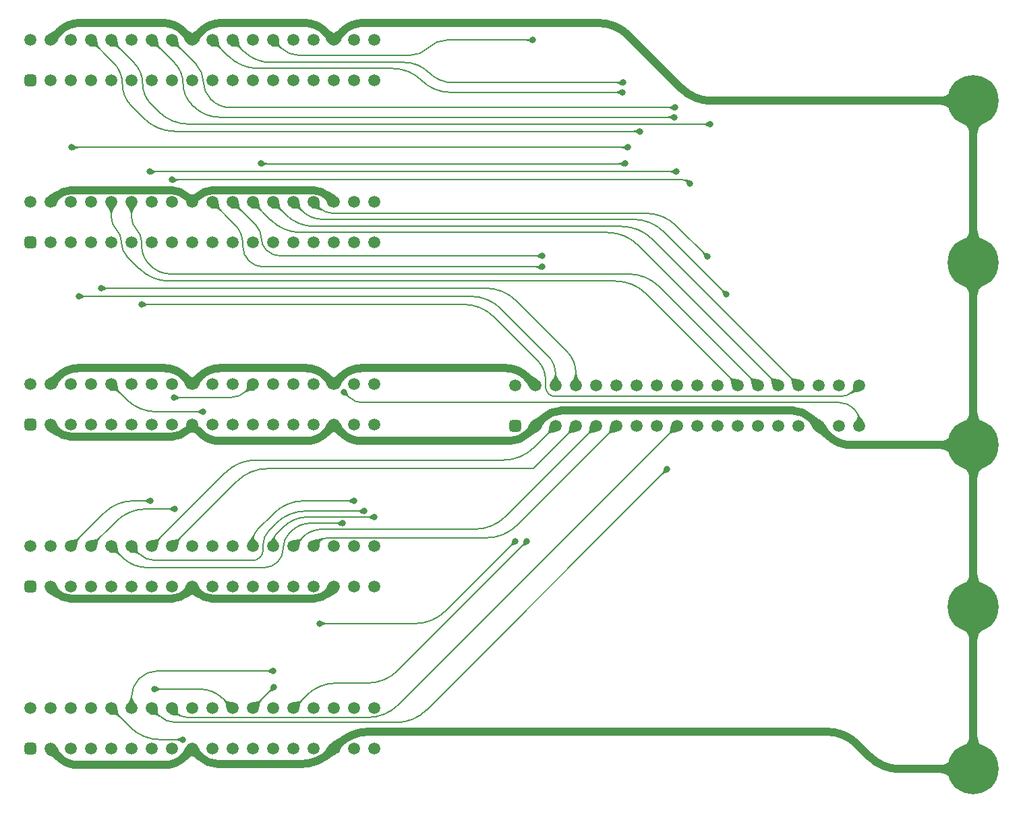
<source format=gtl>
%TF.GenerationSoftware,KiCad,Pcbnew,8.0.7*%
%TF.CreationDate,2025-04-27T16:19:09+02:00*%
%TF.ProjectId,GPIO Backplane Board,4750494f-2042-4616-936b-706c616e6520,Pico GPIO Wide*%
%TF.SameCoordinates,Original*%
%TF.FileFunction,Copper,L1,Top*%
%TF.FilePolarity,Positive*%
%FSLAX46Y46*%
G04 Gerber Fmt 4.6, Leading zero omitted, Abs format (unit mm)*
G04 Created by KiCad (PCBNEW 8.0.7) date 2025-04-27 16:19:09*
%MOMM*%
%LPD*%
G01*
G04 APERTURE LIST*
G04 Aperture macros list*
%AMRoundRect*
0 Rectangle with rounded corners*
0 $1 Rounding radius*
0 $2 $3 $4 $5 $6 $7 $8 $9 X,Y pos of 4 corners*
0 Add a 4 corners polygon primitive as box body*
4,1,4,$2,$3,$4,$5,$6,$7,$8,$9,$2,$3,0*
0 Add four circle primitives for the rounded corners*
1,1,$1+$1,$2,$3*
1,1,$1+$1,$4,$5*
1,1,$1+$1,$6,$7*
1,1,$1+$1,$8,$9*
0 Add four rect primitives between the rounded corners*
20,1,$1+$1,$2,$3,$4,$5,0*
20,1,$1+$1,$4,$5,$6,$7,0*
20,1,$1+$1,$6,$7,$8,$9,0*
20,1,$1+$1,$8,$9,$2,$3,0*%
G04 Aperture macros list end*
%TA.AperFunction,ComponentPad*%
%ADD10C,6.400000*%
%TD*%
%TA.AperFunction,ComponentPad*%
%ADD11C,1.500000*%
%TD*%
%TA.AperFunction,ComponentPad*%
%ADD12RoundRect,0.375000X0.375000X0.375000X-0.375000X0.375000X-0.375000X-0.375000X0.375000X-0.375000X0*%
%TD*%
%TA.AperFunction,ViaPad*%
%ADD13C,0.800000*%
%TD*%
%TA.AperFunction,Conductor*%
%ADD14C,1.000000*%
%TD*%
%TA.AperFunction,Conductor*%
%ADD15C,0.200000*%
%TD*%
G04 APERTURE END LIST*
D10*
%TO.P,H1,1,1*%
%TO.N,/GND*%
X149758400Y22860000D03*
%TD*%
D11*
%TO.P,J6,36,36*%
%TO.N,unconnected-(J6-Pad36)*%
X74549000Y30480000D03*
%TO.P,J6,35,35*%
%TO.N,unconnected-(J6-Pad35)*%
X74549000Y25400000D03*
%TO.P,J6,34,34*%
%TO.N,unconnected-(J6-Pad34)*%
X72009000Y30480000D03*
%TO.P,J6,33,33*%
%TO.N,unconnected-(J6-Pad33)*%
X72009001Y25400000D03*
%TO.P,J6,32,32*%
%TO.N,/GND*%
X69469000Y30480000D03*
%TO.P,J6,31,31*%
X69468999Y25400000D03*
%TO.P,J6,30,30*%
%TO.N,/Write OE B1 _{56..63}*%
X66929001Y30480000D03*
%TO.P,J6,29,29*%
%TO.N,/D7*%
X66929000Y25400000D03*
%TO.P,J6,28,28*%
%TO.N,/Write OE B1 _{48..55}*%
X64388999Y30480000D03*
%TO.P,J6,27,27*%
%TO.N,/D6*%
X64389000Y25400000D03*
%TO.P,J6,26,26*%
%TO.N,/Write GD B1 _{56..63}*%
X61849000Y30480000D03*
%TO.P,J6,25,25*%
%TO.N,/D5*%
X61849000Y25400000D03*
%TO.P,J6,24,24*%
%TO.N,/Write GD B1 _{48..55}*%
X59309000Y30480000D03*
%TO.P,J6,23,23*%
%TO.N,/D4*%
X59308999Y25400000D03*
%TO.P,J6,22,22*%
%TO.N,/Read GD B1 _{56..63}*%
X56769000Y30480000D03*
%TO.P,J6,21,21*%
%TO.N,/D3*%
X56769000Y25400000D03*
%TO.P,J6,20,20*%
%TO.N,/Read GD B1 _{48..55}*%
X54229000Y30479999D03*
%TO.P,J6,19,19*%
%TO.N,/D2*%
X54229000Y25400000D03*
%TO.P,J6,18,18*%
%TO.N,/GND*%
X51689000Y30480000D03*
%TO.P,J6,17,17*%
X51689000Y25400000D03*
%TO.P,J6,16,16*%
%TO.N,/Write OE B1 _{40..47}*%
X49149000Y30480000D03*
%TO.P,J6,15,15*%
%TO.N,/D1*%
X49149001Y25400000D03*
%TO.P,J6,14,14*%
%TO.N,/Write OE B1 _{32..39}*%
X46609000Y30480000D03*
%TO.P,J6,13,13*%
%TO.N,/D0*%
X46609000Y25400000D03*
%TO.P,J6,12,12*%
%TO.N,/Write GD B1 _{40..47}*%
X44069001Y30480000D03*
%TO.P,J6,11,11*%
%TO.N,unconnected-(J6-Pad11)*%
X44069000Y25400000D03*
%TO.P,J6,10,10*%
%TO.N,/Write GD B1 _{32..39}*%
X41528999Y30480000D03*
%TO.P,J6,9,9*%
%TO.N,/Write GPIO _{ALL}*%
X41529000Y25400000D03*
%TO.P,J6,8,8*%
%TO.N,/Read GD B1 _{40..47}*%
X38989000Y30480000D03*
%TO.P,J6,7,7*%
%TO.N,/Read GPIO _{ALL}*%
X38989000Y25400000D03*
%TO.P,J6,6,6*%
%TO.N,/Read GD B1 _{32..39}*%
X36449000Y30480000D03*
%TO.P,J6,5,5*%
%TO.N,/Write Enable*%
X36448999Y25400000D03*
%TO.P,J6,4,4*%
%TO.N,/GND*%
X33909000Y30480000D03*
%TO.P,J6,3,3*%
X33909000Y25400000D03*
%TO.P,J6,2,2*%
%TO.N,/12V*%
X31369000Y30479999D03*
D12*
%TO.P,J6,1,1*%
X31369000Y25400000D03*
%TD*%
D10*
%TO.P,H2,1,1*%
%TO.N,/GND*%
X149758400Y2540000D03*
%TD*%
%TO.P,H3,1,1*%
%TO.N,/GND*%
X149758400Y-40640000D03*
%TD*%
%TO.P,H4,1,1*%
%TO.N,/GND*%
X149758400Y-60960000D03*
%TD*%
D11*
%TO.P,J1,36,36*%
%TO.N,unconnected-(J1-Pad36)*%
X74549000Y-53340000D03*
%TO.P,J1,35,35*%
%TO.N,unconnected-(J1-Pad35)*%
X74549000Y-58420000D03*
%TO.P,J1,34,34*%
%TO.N,unconnected-(J1-Pad34)*%
X72009000Y-53340000D03*
%TO.P,J1,33,33*%
%TO.N,unconnected-(J1-Pad33)*%
X72009001Y-58420000D03*
%TO.P,J1,32,32*%
%TO.N,/GND*%
X69469000Y-53340000D03*
%TO.P,J1,31,31*%
X69468999Y-58420000D03*
%TO.P,J1,30,30*%
%TO.N,/Write OE B0 _{24..31}*%
X66929001Y-53340000D03*
%TO.P,J1,29,29*%
%TO.N,/D7*%
X66929000Y-58420000D03*
%TO.P,J1,28,28*%
%TO.N,/Write OE B0 _{16..23}*%
X64388999Y-53340000D03*
%TO.P,J1,27,27*%
%TO.N,/D6*%
X64389000Y-58420000D03*
%TO.P,J1,26,26*%
%TO.N,/Write GD B0 _{24..31}*%
X61849000Y-53340000D03*
%TO.P,J1,25,25*%
%TO.N,/D5*%
X61849000Y-58420000D03*
%TO.P,J1,24,24*%
%TO.N,/Write GD B0 _{16..23}*%
X59309000Y-53340000D03*
%TO.P,J1,23,23*%
%TO.N,/D4*%
X59308999Y-58420000D03*
%TO.P,J1,22,22*%
%TO.N,/Read GD B0 _{24..31}*%
X56769000Y-53340000D03*
%TO.P,J1,21,21*%
%TO.N,/D3*%
X56769000Y-58420000D03*
%TO.P,J1,20,20*%
%TO.N,/Read GD B0 _{16..23}*%
X54229000Y-53340001D03*
%TO.P,J1,19,19*%
%TO.N,/D2*%
X54229000Y-58420000D03*
%TO.P,J1,18,18*%
%TO.N,/GND*%
X51689000Y-53340000D03*
%TO.P,J1,17,17*%
X51689000Y-58420000D03*
%TO.P,J1,16,16*%
%TO.N,/Write OE B0 _{8..15}*%
X49149000Y-53340000D03*
%TO.P,J1,15,15*%
%TO.N,/D1*%
X49149001Y-58420000D03*
%TO.P,J1,14,14*%
%TO.N,/Write OE B0 _{0..7}*%
X46609000Y-53340000D03*
%TO.P,J1,13,13*%
%TO.N,/D0*%
X46609000Y-58420000D03*
%TO.P,J1,12,12*%
%TO.N,/Write GD B0 _{8..15}*%
X44069001Y-53340000D03*
%TO.P,J1,11,11*%
%TO.N,unconnected-(J1-Pad11)*%
X44069000Y-58420000D03*
%TO.P,J1,10,10*%
%TO.N,/Write GD B0 _{0..7}*%
X41528999Y-53340000D03*
%TO.P,J1,9,9*%
%TO.N,/Write GPIO _{ALL}*%
X41529000Y-58420000D03*
%TO.P,J1,8,8*%
%TO.N,/Read GD B0 _{8..15}*%
X38989000Y-53340000D03*
%TO.P,J1,7,7*%
%TO.N,/Read GPIO _{ALL}*%
X38989000Y-58420000D03*
%TO.P,J1,6,6*%
%TO.N,/Read GD B0 _{0..7}*%
X36449000Y-53340000D03*
%TO.P,J1,5,5*%
%TO.N,/Write Enable*%
X36448999Y-58420000D03*
%TO.P,J1,4,4*%
%TO.N,/GND*%
X33909000Y-53340000D03*
%TO.P,J1,3,3*%
X33909000Y-58420000D03*
%TO.P,J1,2,2*%
%TO.N,/12V*%
X31369000Y-53340001D03*
D12*
%TO.P,J1,1,1*%
X31369000Y-58420000D03*
%TD*%
D11*
%TO.P,J3,36,36*%
%TO.N,unconnected-(J3-Pad36)*%
X74549000Y-33020000D03*
%TO.P,J3,35,35*%
%TO.N,unconnected-(J3-Pad35)*%
X74549000Y-38100000D03*
%TO.P,J3,34,34*%
%TO.N,unconnected-(J3-Pad34)*%
X72009000Y-33020000D03*
%TO.P,J3,33,33*%
%TO.N,unconnected-(J3-Pad33)*%
X72009001Y-38100000D03*
%TO.P,J3,32,32*%
%TO.N,/GND*%
X69469000Y-33020000D03*
%TO.P,J3,31,31*%
X69468999Y-38100000D03*
%TO.P,J3,30,30*%
%TO.N,/Write OE B0 _{56..63}*%
X66929001Y-33020000D03*
%TO.P,J3,29,29*%
%TO.N,/D7*%
X66929000Y-38100000D03*
%TO.P,J3,28,28*%
%TO.N,/Write OE B0 _{48..55}*%
X64388999Y-33020000D03*
%TO.P,J3,27,27*%
%TO.N,/D6*%
X64389000Y-38100000D03*
%TO.P,J3,26,26*%
%TO.N,/Write GD B0 _{56..63}*%
X61849000Y-33020000D03*
%TO.P,J3,25,25*%
%TO.N,/D5*%
X61849000Y-38100000D03*
%TO.P,J3,24,24*%
%TO.N,/Write GD B0 _{48..55}*%
X59309000Y-33020000D03*
%TO.P,J3,23,23*%
%TO.N,/D4*%
X59308999Y-38100000D03*
%TO.P,J3,22,22*%
%TO.N,/Read GD B0 _{56..63}*%
X56769000Y-33020000D03*
%TO.P,J3,21,21*%
%TO.N,/D3*%
X56769000Y-38100000D03*
%TO.P,J3,20,20*%
%TO.N,/Read GD B0 _{48..55}*%
X54229000Y-33020001D03*
%TO.P,J3,19,19*%
%TO.N,/D2*%
X54229000Y-38100000D03*
%TO.P,J3,18,18*%
%TO.N,/GND*%
X51689000Y-33020000D03*
%TO.P,J3,17,17*%
X51689000Y-38100000D03*
%TO.P,J3,16,16*%
%TO.N,/Write OE B0 _{40..47}*%
X49149000Y-33020000D03*
%TO.P,J3,15,15*%
%TO.N,/D1*%
X49149001Y-38100000D03*
%TO.P,J3,14,14*%
%TO.N,/Write OE B0 _{32..39}*%
X46609000Y-33020000D03*
%TO.P,J3,13,13*%
%TO.N,/D0*%
X46609000Y-38100000D03*
%TO.P,J3,12,12*%
%TO.N,/Write GD B0 _{40..47}*%
X44069001Y-33020000D03*
%TO.P,J3,11,11*%
%TO.N,unconnected-(J3-Pad11)*%
X44069000Y-38100000D03*
%TO.P,J3,10,10*%
%TO.N,/Write GD B0 _{32..39}*%
X41528999Y-33020000D03*
%TO.P,J3,9,9*%
%TO.N,/Write GPIO _{ALL}*%
X41529000Y-38100000D03*
%TO.P,J3,8,8*%
%TO.N,/Read GD B0 _{40..47}*%
X38989000Y-33020000D03*
%TO.P,J3,7,7*%
%TO.N,/Read GPIO _{ALL}*%
X38989000Y-38100000D03*
%TO.P,J3,6,6*%
%TO.N,/Read GD B0 _{32..39}*%
X36449000Y-33020000D03*
%TO.P,J3,5,5*%
%TO.N,/Write Enable*%
X36448999Y-38100000D03*
%TO.P,J3,4,4*%
%TO.N,/GND*%
X33909000Y-33020000D03*
%TO.P,J3,3,3*%
X33909000Y-38100000D03*
%TO.P,J3,2,2*%
%TO.N,/12V*%
X31369000Y-33020001D03*
D12*
%TO.P,J3,1,1*%
X31369000Y-38100000D03*
%TD*%
D11*
%TO.P,J5,36,36*%
%TO.N,unconnected-(J5-Pad36)*%
X74549000Y10160000D03*
%TO.P,J5,35,35*%
%TO.N,unconnected-(J5-Pad35)*%
X74549000Y5080000D03*
%TO.P,J5,34,34*%
%TO.N,unconnected-(J5-Pad34)*%
X72009000Y10160000D03*
%TO.P,J5,33,33*%
%TO.N,unconnected-(J5-Pad33)*%
X72009001Y5080000D03*
%TO.P,J5,32,32*%
%TO.N,/GND*%
X69469000Y10160000D03*
%TO.P,J5,31,31*%
X69468999Y5080000D03*
%TO.P,J5,30,30*%
%TO.N,/Write OE B1 _{24..31}*%
X66929001Y10160000D03*
%TO.P,J5,29,29*%
%TO.N,/D7*%
X66929000Y5080000D03*
%TO.P,J5,28,28*%
%TO.N,/Write OE B1 _{16..23}*%
X64388999Y10160000D03*
%TO.P,J5,27,27*%
%TO.N,/D6*%
X64389000Y5080000D03*
%TO.P,J5,26,26*%
%TO.N,/Write GD B1 _{24..31}*%
X61849000Y10160000D03*
%TO.P,J5,25,25*%
%TO.N,/D5*%
X61849000Y5080000D03*
%TO.P,J5,24,24*%
%TO.N,/Write GD B1 _{16..23}*%
X59309000Y10160000D03*
%TO.P,J5,23,23*%
%TO.N,/D4*%
X59308999Y5080000D03*
%TO.P,J5,22,22*%
%TO.N,/Read GD B1 _{24..31}*%
X56769000Y10160000D03*
%TO.P,J5,21,21*%
%TO.N,/D3*%
X56769000Y5080000D03*
%TO.P,J5,20,20*%
%TO.N,/Read GD B1 _{16..23}*%
X54229000Y10159999D03*
%TO.P,J5,19,19*%
%TO.N,/D2*%
X54229000Y5080000D03*
%TO.P,J5,18,18*%
%TO.N,/GND*%
X51689000Y10160000D03*
%TO.P,J5,17,17*%
X51689000Y5080000D03*
%TO.P,J5,16,16*%
%TO.N,/Write OE B1 _{8..15}*%
X49149000Y10160000D03*
%TO.P,J5,15,15*%
%TO.N,/D1*%
X49149001Y5080000D03*
%TO.P,J5,14,14*%
%TO.N,/Write OE B1 _{0..7}*%
X46609000Y10160000D03*
%TO.P,J5,13,13*%
%TO.N,/D0*%
X46609000Y5080000D03*
%TO.P,J5,12,12*%
%TO.N,/Write GD B1 _{8..15}*%
X44069001Y10160000D03*
%TO.P,J5,11,11*%
%TO.N,unconnected-(J5-Pad11)*%
X44069000Y5080000D03*
%TO.P,J5,10,10*%
%TO.N,/Write GD B1 _{0..7}*%
X41528999Y10160000D03*
%TO.P,J5,9,9*%
%TO.N,/Write GPIO _{ALL}*%
X41529000Y5080000D03*
%TO.P,J5,8,8*%
%TO.N,/Read GD B1 _{8..15}*%
X38989000Y10160000D03*
%TO.P,J5,7,7*%
%TO.N,/Read GPIO _{ALL}*%
X38989000Y5080000D03*
%TO.P,J5,6,6*%
%TO.N,/Read GD B1 _{0..7}*%
X36449000Y10160000D03*
%TO.P,J5,5,5*%
%TO.N,/Write Enable*%
X36448999Y5080000D03*
%TO.P,J5,4,4*%
%TO.N,/GND*%
X33909000Y10160000D03*
%TO.P,J5,3,3*%
X33909000Y5080000D03*
%TO.P,J5,2,2*%
%TO.N,/12V*%
X31369000Y10159999D03*
D12*
%TO.P,J5,1,1*%
X31369000Y5080000D03*
%TD*%
D11*
%TO.P,J2,36,36*%
%TO.N,/Write GD B0 _{40..47}*%
X74549000Y-12700000D03*
%TO.P,J2,35,35*%
%TO.N,/Write GD B0 _{56..63}*%
X74549000Y-17780000D03*
%TO.P,J2,34,34*%
%TO.N,/Write GD B0 _{32..39}*%
X72009000Y-12700000D03*
%TO.P,J2,33,33*%
%TO.N,/Write GD B0 _{48..55}*%
X72009001Y-17780000D03*
%TO.P,J2,32,32*%
%TO.N,/GND*%
X69469000Y-12700000D03*
%TO.P,J2,31,31*%
X69468999Y-17780000D03*
%TO.P,J2,30,30*%
%TO.N,/Write GD B0 _{24..31}*%
X66929001Y-12700000D03*
%TO.P,J2,29,29*%
%TO.N,/D7*%
X66929000Y-17780000D03*
%TO.P,J2,28,28*%
%TO.N,/Write GD B0 _{16..23}*%
X64388999Y-12700000D03*
%TO.P,J2,27,27*%
%TO.N,/D6*%
X64389000Y-17780000D03*
%TO.P,J2,26,26*%
%TO.N,/Write GD B0 _{8..15}*%
X61849000Y-12700000D03*
%TO.P,J2,25,25*%
%TO.N,/D5*%
X61849000Y-17780000D03*
%TO.P,J2,24,24*%
%TO.N,/Write GD B0 _{0..7}*%
X59309000Y-12700000D03*
%TO.P,J2,23,23*%
%TO.N,/D4*%
X59308999Y-17780000D03*
%TO.P,J2,22,22*%
%TO.N,/Read GD B0 _{56..63}*%
X56769000Y-12700000D03*
%TO.P,J2,21,21*%
%TO.N,/D3*%
X56769000Y-17780000D03*
%TO.P,J2,20,20*%
%TO.N,/Read GD B0 _{48..55}*%
X54229000Y-12700001D03*
%TO.P,J2,19,19*%
%TO.N,/D2*%
X54229000Y-17780000D03*
%TO.P,J2,18,18*%
%TO.N,/GND*%
X51689000Y-12700000D03*
%TO.P,J2,17,17*%
X51689000Y-17780000D03*
%TO.P,J2,16,16*%
%TO.N,/Read GD B0 _{40..47}*%
X49149000Y-12700000D03*
%TO.P,J2,15,15*%
%TO.N,/D1*%
X49149001Y-17780000D03*
%TO.P,J2,14,14*%
%TO.N,/Read GD B0 _{32..39}*%
X46609000Y-12700000D03*
%TO.P,J2,13,13*%
%TO.N,/D0*%
X46609000Y-17780000D03*
%TO.P,J2,12,12*%
%TO.N,/Read GD B0 _{24..31}*%
X44069001Y-12700000D03*
%TO.P,J2,11,11*%
%TO.N,unconnected-(J2-Pad11)*%
X44069000Y-17780000D03*
%TO.P,J2,10,10*%
%TO.N,/Read GD B0 _{16..23}*%
X41528999Y-12700000D03*
%TO.P,J2,9,9*%
%TO.N,/Write GPIO _{ALL}*%
X41529000Y-17780000D03*
%TO.P,J2,8,8*%
%TO.N,/Read GD B0 _{8..15}*%
X38989000Y-12700000D03*
%TO.P,J2,7,7*%
%TO.N,/Read GPIO _{ALL}*%
X38989000Y-17780000D03*
%TO.P,J2,6,6*%
%TO.N,/Read GD B0 _{0..7}*%
X36449000Y-12700000D03*
%TO.P,J2,5,5*%
%TO.N,/Write Enable*%
X36448999Y-17780000D03*
%TO.P,J2,4,4*%
%TO.N,/GND*%
X33909000Y-12700000D03*
%TO.P,J2,3,3*%
X33909000Y-17780000D03*
%TO.P,J2,2,2*%
%TO.N,/12V*%
X31369000Y-12700001D03*
D12*
%TO.P,J2,1,1*%
X31369000Y-17780000D03*
%TD*%
D10*
%TO.P,H5,1,1*%
%TO.N,/GND*%
X149758400Y-20320000D03*
%TD*%
D11*
%TO.P,J4,36,36*%
%TO.N,/Write GD B1 _{40..47}*%
X135418100Y-12827000D03*
%TO.P,J4,35,35*%
%TO.N,/Write OE B1 _{56..63}*%
X135418100Y-17907000D03*
%TO.P,J4,34,34*%
%TO.N,/Write GD B1 _{32..39}*%
X132878100Y-12827000D03*
%TO.P,J4,33,33*%
%TO.N,/Write OE B1 _{48..55}*%
X132878101Y-17907000D03*
%TO.P,J4,32,32*%
%TO.N,/GND*%
X130338100Y-12827000D03*
%TO.P,J4,31,31*%
X130338099Y-17907000D03*
%TO.P,J4,30,30*%
%TO.N,/Write GD B1 _{24..31}*%
X127798101Y-12827000D03*
%TO.P,J4,29,29*%
%TO.N,/Write OE B1 _{40..47}*%
X127798100Y-17907000D03*
%TO.P,J4,28,28*%
%TO.N,/Write GD B1 _{16..23}*%
X125258099Y-12827000D03*
%TO.P,J4,27,27*%
%TO.N,/Write OE B1 _{32..39}*%
X125258100Y-17907000D03*
%TO.P,J4,26,26*%
%TO.N,/Write GD B1 _{8..15}*%
X122718100Y-12827000D03*
%TO.P,J4,25,25*%
%TO.N,/Write OE B1 _{24..31}*%
X122718100Y-17907000D03*
%TO.P,J4,24,24*%
%TO.N,/Write GD B1 _{0..7}*%
X120178100Y-12827000D03*
%TO.P,J4,23,23*%
%TO.N,/Write OE B1 _{16..23}*%
X120178099Y-17907000D03*
%TO.P,J4,22,22*%
%TO.N,/Read GD B1 _{56..63}*%
X117638100Y-12827000D03*
%TO.P,J4,21,21*%
%TO.N,/Write OE B1 _{8..15}*%
X117638100Y-17907000D03*
%TO.P,J4,20,20*%
%TO.N,/Read GD B1 _{48..55}*%
X115098100Y-12827001D03*
%TO.P,J4,19,19*%
%TO.N,/Write OE B1 _{0..7}*%
X115098100Y-17907000D03*
%TO.P,J4,18,18*%
%TO.N,/Write OE B0 _{0..7}*%
X112558100Y-12827000D03*
%TO.P,J4,17,17*%
%TO.N,/Write OE B0 _{8..15}*%
X112558100Y-17907000D03*
%TO.P,J4,16,16*%
%TO.N,/Read GD B1 _{40..47}*%
X110018100Y-12827000D03*
%TO.P,J4,15,15*%
%TO.N,/Write GD B1 _{56..63}*%
X110018101Y-17907000D03*
%TO.P,J4,14,14*%
%TO.N,/Read GD B1 _{32..39}*%
X107478100Y-12827000D03*
%TO.P,J4,13,13*%
%TO.N,/Write GD B1 _{48..55}*%
X107478100Y-17907000D03*
%TO.P,J4,12,12*%
%TO.N,/Read GD B1 _{24..31}*%
X104938101Y-12827000D03*
%TO.P,J4,11,11*%
%TO.N,/Write OE B0 _{56..63}*%
X104938100Y-17907000D03*
%TO.P,J4,10,10*%
%TO.N,/Read GD B1 _{16..23}*%
X102398099Y-12827000D03*
%TO.P,J4,9,9*%
%TO.N,/Write OE B0 _{48..55}*%
X102398100Y-17907000D03*
%TO.P,J4,8,8*%
%TO.N,/Read GD B1 _{8..15}*%
X99858100Y-12827000D03*
%TO.P,J4,7,7*%
%TO.N,/Write OE B0 _{40..47}*%
X99858100Y-17907000D03*
%TO.P,J4,6,6*%
%TO.N,/Read GD B1 _{0..7}*%
X97318100Y-12827000D03*
%TO.P,J4,5,5*%
%TO.N,/Write OE B0 _{32..39}*%
X97318099Y-17907000D03*
%TO.P,J4,4,4*%
%TO.N,/GND*%
X94778100Y-12827000D03*
%TO.P,J4,3,3*%
X94778100Y-17907000D03*
%TO.P,J4,2,2*%
%TO.N,/Write OE B0 _{16..23}*%
X92238100Y-12827001D03*
D12*
%TO.P,J4,1,1*%
%TO.N,/Write OE B0 _{24..31}*%
X92238100Y-17907000D03*
%TD*%
D13*
%TO.N,/Write OE B0 _{24..31}*%
X92238100Y-32385000D03*
X67673209Y-42701526D03*
%TO.N,/Read GD B1 _{8..15}*%
X40259000Y-635000D03*
%TO.N,/Read GD B1 _{0..7}*%
X37465000Y-1651000D03*
%TO.N,/Read GD B1 _{32..39}*%
X36576000Y17018000D03*
%TO.N,/Write OE B1 _{8..15}*%
X49149000Y12954000D03*
X114173000Y12446000D03*
%TO.N,/Write GD B0 _{0..7}*%
X49403000Y-14351000D03*
X50546000Y-57265000D03*
%TO.N,/Write GD B0 _{8..15}*%
X61849000Y-48641000D03*
%TO.N,/Write OE B0 _{0..7}*%
X111288100Y-23368000D03*
%TO.N,/Read GD B0 _{24..31}*%
X46966000Y-50921800D03*
%TO.N,/Write OE B0 _{16..23}*%
X93726000Y-32385008D03*
%TO.N,/Write GD B0 _{32..39}*%
X70576800Y-30111000D03*
%TO.N,/Read GD B0 _{40..47}*%
X49530000Y-28321000D03*
%TO.N,/Read GD B0 _{32..39}*%
X46482000Y-27305000D03*
%TO.N,/Write GD B0 _{40..47}*%
X73279000Y-28587000D03*
%TO.N,/Write GD B0 _{48..55}*%
X72009000Y-27305000D03*
%TO.N,/Write GD B0 _{56..63}*%
X74549000Y-29337000D03*
%TO.N,/Read GD B1 _{48..55}*%
X105727497Y23939497D03*
%TO.N,/Read GD B1 _{40..47}*%
X107945550Y19045550D03*
%TO.N,/Write OE B1 _{32..39}*%
X112255550Y20815550D03*
%TO.N,/Write OE B1 _{24..31}*%
X116368100Y3302000D03*
%TO.N,/Read GD B1 _{16..23}*%
X95631000Y2032000D03*
%TO.N,/Read GD B1 _{24..31}*%
X95630998Y3429000D03*
%TO.N,/Read GD B1 _{56..63}*%
X105790992Y25146000D03*
%TO.N,/Write GD B1 _{48..55}*%
X106045000Y14986000D03*
X60307200Y14986000D03*
%TO.N,/Write GD B1 _{40..47}*%
X45339000Y-2667000D03*
%TO.N,/Write OE B1 _{56..63}*%
X70742600Y-13647800D03*
%TO.N,/Read GD B1 _{32..39}*%
X106426000Y17018000D03*
%TO.N,/Write OE B1 _{16..23}*%
X118745008Y-1397000D03*
%TO.N,/Write OE B1 _{0..7}*%
X112522000Y13989600D03*
X46348800Y13989600D03*
%TO.N,/Write GD B1 _{56..63}*%
X94488000Y30480000D03*
%TO.N,/Write GD B1 _{32..39}*%
X116713000Y19939004D03*
%TO.N,/Write OE B1 _{40..47}*%
X112327252Y22030248D03*
%TO.N,/Read GD B0 _{16..23}*%
X53086000Y-16129000D03*
%TO.N,/Write GD B0 _{16..23}*%
X61976000Y-50673000D03*
%TD*%
D14*
%TO.N,/GND*%
X54164304Y11610000D02*
G75*
G03*
X52413999Y10885001I-4J-2475300D01*
G01*
X69157792Y-58731206D02*
G75*
G02*
X65310036Y-60325010I-3847792J3847806D01*
G01*
X98030138Y-16002000D02*
G75*
G03*
X95730589Y-16954489I-38J-3252000D01*
G01*
X68744000Y-38825000D02*
G75*
G02*
X66993695Y-39549998I-1750300J1750300D01*
G01*
X68453000Y-11684000D02*
G75*
G03*
X66000159Y-10668017I-2452800J-2452800D01*
G01*
X50609500Y31559500D02*
G75*
G03*
X48003356Y32638982I-2606100J-2606100D01*
G01*
X113087207Y24453792D02*
G75*
G03*
X116934963Y22859959I3847793J3847708D01*
G01*
X52414000Y-18505000D02*
G75*
G03*
X50964000Y-18505000I-725000J-724999D01*
G01*
X93698600Y-11747500D02*
G75*
G03*
X91092456Y-10668018I-2606100J-2606100D01*
G01*
X50964000Y-38825000D02*
G75*
G02*
X49213695Y-39549998I-1750300J1750300D01*
G01*
X135197792Y-57854792D02*
G75*
G03*
X131350036Y-56260989I-3847792J-3847808D01*
G01*
X52414000Y-38825000D02*
G75*
G03*
X54164304Y-39549998I1750300J1750300D01*
G01*
X131544599Y-19113500D02*
G75*
G03*
X134457347Y-20320022I2912801J2912800D01*
G01*
X36384304Y11610000D02*
G75*
G03*
X34633999Y10885001I-4J-2475300D01*
G01*
X50964000Y-18505000D02*
G75*
G02*
X49213695Y-19229998I-1750300J1750300D01*
G01*
X37377840Y-10668000D02*
G75*
G03*
X34924988Y-11683988I-40J-3468800D01*
G01*
X50964000Y10885000D02*
G75*
G03*
X52414000Y10885000I725000J724999D01*
G01*
X73154643Y32639000D02*
G75*
G03*
X70548487Y31559513I-43J-3685600D01*
G01*
X50673000Y-11684000D02*
G75*
G03*
X48220159Y-10668017I-2452800J-2452800D01*
G01*
X34634000Y-38825000D02*
G75*
G03*
X36384304Y-39549998I1750300J1750300D01*
G01*
X129385500Y-16954500D02*
G75*
G03*
X127085961Y-16002016I-2299500J-2299500D01*
G01*
X70485000Y-18796000D02*
G75*
G03*
X72937840Y-19811983I2452800J2452800D01*
G01*
X106495792Y31045207D02*
G75*
G03*
X102648036Y32639010I-3847792J-3847807D01*
G01*
X52705000Y-18796000D02*
G75*
G03*
X55157840Y-19811983I2452800J2452800D01*
G01*
X34634000Y-18505000D02*
G75*
G03*
X36384304Y-19229998I1750300J1750300D01*
G01*
X136709207Y-59366207D02*
G75*
G03*
X140556963Y-60960011I3847793J3847807D01*
G01*
X55374643Y32639000D02*
G75*
G03*
X52768487Y31559513I-43J-3685600D01*
G01*
X73881963Y-56261000D02*
G75*
G03*
X70034236Y-57854821I37J-5441500D01*
G01*
X34925000Y-59436000D02*
G75*
G03*
X37377840Y-60451983I2452800J2452800D01*
G01*
X68744000Y10885000D02*
G75*
G03*
X66993695Y11609998I-1750300J-1750300D01*
G01*
X68453000Y-18796000D02*
G75*
G02*
X66000159Y-19811983I-2452800J2452800D01*
G01*
X52641500Y-59372500D02*
G75*
G03*
X54941038Y-60324984I2299500J2299500D01*
G01*
X93825600Y-18859500D02*
G75*
G02*
X91526061Y-19811984I-2299500J2299500D01*
G01*
X68389500Y31559500D02*
G75*
G03*
X65783356Y32638982I-2606100J-2606100D01*
G01*
X72937840Y-10668000D02*
G75*
G03*
X70484988Y-11683988I-40J-3468800D01*
G01*
X50673000Y-59436000D02*
G75*
G02*
X48220159Y-60451983I-2452800J2452800D01*
G01*
X50964000Y10885000D02*
G75*
G03*
X49213695Y11609998I-1750300J-1750300D01*
G01*
X37594643Y32639000D02*
G75*
G03*
X34988487Y31559513I-43J-3685600D01*
G01*
X55157840Y-10668000D02*
G75*
G03*
X52704988Y-11683988I-40J-3468800D01*
G01*
D15*
%TO.N,/Write OE B1 _{40..47}*%
X54072375Y23016623D02*
G75*
G03*
X56453698Y22030232I2381325J2381277D01*
G01*
X52187974Y27441025D02*
G75*
G02*
X53085985Y25273000I-2168074J-2168025D01*
G01*
X53086000Y25273000D02*
G75*
G03*
X53984036Y23104985I3066000J0D01*
G01*
%TO.N,/Write GD B1 _{32..39}*%
X44395276Y27613723D02*
G75*
G02*
X45465971Y25028768I-2584976J-2584923D01*
G01*
X45466000Y25028768D02*
G75*
G03*
X46536721Y22443811I3655670J-8D01*
G01*
X47447740Y21532796D02*
G75*
G03*
X51295496Y19939015I3847760J3847804D01*
G01*
%TO.N,/Write GD B1 _{56..63}*%
X81343500Y29527500D02*
G75*
G02*
X79043961Y28575016I-2299500J2299500D01*
G01*
X83643038Y30480000D02*
G75*
G03*
X81343489Y29527511I-38J-3252000D01*
G01*
X62801500Y29527500D02*
G75*
G03*
X65101038Y28575016I2299500J2299500D01*
G01*
%TO.N,/Write OE B1 _{16..23}*%
X65468500Y9080500D02*
G75*
G03*
X68074643Y8001018I2606100J2606100D01*
G01*
X110940800Y6407207D02*
G75*
G03*
X107093044Y8001016I-3847800J-3847807D01*
G01*
%TO.N,/Write GD B1 _{24..31}*%
X109452893Y5518207D02*
G75*
G03*
X105605137Y7112011I-3847793J-3847807D01*
G01*
X63373000Y8636000D02*
G75*
G03*
X67052261Y7111984I3679300J3679300D01*
G01*
%TO.N,/Write OE B1 _{56..63}*%
X134701550Y-15702550D02*
G75*
G03*
X132971645Y-14985981I-1729950J-1729950D01*
G01*
X134892047Y-15893047D02*
G75*
G02*
X135418122Y-17163050I-1270047J-1270053D01*
G01*
X71411700Y-14316900D02*
G75*
G03*
X73027050Y-14986021I1615400J1615400D01*
G01*
%TO.N,/Write GD B1 _{40..47}*%
X96048100Y-12984811D02*
G75*
G03*
X96411053Y-13861047I1239200J11D01*
G01*
X134719600Y-13525500D02*
G75*
G02*
X133033271Y-14223988I-1686300J1686300D01*
G01*
X96411050Y-13861050D02*
G75*
G03*
X97287288Y-14224005I876250J876250D01*
G01*
X89604792Y-4260792D02*
G75*
G03*
X85757036Y-2666989I-3847792J-3847808D01*
G01*
X95060271Y-9716271D02*
G75*
G02*
X96048087Y-12101100I-2384871J-2384829D01*
G01*
%TO.N,/Write GD B1 _{48..55}*%
X106041700Y14982700D02*
G75*
G02*
X106033733Y14979386I-8000J8000D01*
G01*
X60310500Y14982700D02*
G75*
G03*
X60318466Y14979386I8000J8000D01*
G01*
%TO.N,/Read GD B1 _{56..63}*%
X81407000Y26416000D02*
G75*
G03*
X78340948Y27686020I-3066100J-3066100D01*
G01*
X58166000Y29083000D02*
G75*
G03*
X61538656Y27685953I3372700J3372600D01*
G01*
X81407000Y26416000D02*
G75*
G03*
X84473051Y25146021I3066000J3066000D01*
G01*
%TO.N,/Read GD B1 _{24..31}*%
X59730381Y7198618D02*
G75*
G02*
X60359010Y5681001I-1517581J-1517618D01*
G01*
X60358999Y5681001D02*
G75*
G03*
X60987624Y4163390I2146201J-1D01*
G01*
X61040499Y4110500D02*
G75*
G03*
X62685787Y3428994I1645301J1645300D01*
G01*
%TO.N,/Write GD B1 _{0..7}*%
X42163999Y6731000D02*
G75*
G02*
X42798989Y5197973I-1532999J-1533000D01*
G01*
X108690892Y-1339792D02*
G75*
G03*
X104843136Y254040I-3847792J-3847708D01*
G01*
X45015206Y1847792D02*
G75*
G03*
X48862963Y253988I3847794J3847808D01*
G01*
X42799000Y5080000D02*
G75*
G03*
X43517429Y3345588I2452800J0D01*
G01*
X41528999Y8264027D02*
G75*
G03*
X42163991Y6730992I2168001J-27D01*
G01*
%TO.N,/Read GD B1 _{8..15}*%
X98748331Y-8578331D02*
G75*
G02*
X99858132Y-11257550I-2679231J-2679269D01*
G01*
X92398792Y-2228792D02*
G75*
G03*
X88551036Y-634989I-3847792J-3847808D01*
G01*
%TO.N,/Read GD B1 _{16..23}*%
X57051171Y7337828D02*
G75*
G02*
X58038987Y4953000I-2384871J-2384828D01*
G01*
X58039000Y4633630D02*
G75*
G03*
X58800991Y2793991I2601600J-30D01*
G01*
X58801000Y2794000D02*
G75*
G03*
X60640630Y2032013I1839600J1839600D01*
G01*
%TO.N,/Write OE B1 _{24..31}*%
X67627500Y9461500D02*
G75*
G03*
X69313828Y8763012I1686300J1686300D01*
G01*
X112500892Y7169207D02*
G75*
G03*
X108653136Y8763010I-3847792J-3847807D01*
G01*
%TO.N,/Write OE B1 _{8..15}*%
X113919000Y12700000D02*
G75*
G03*
X113305789Y12953996I-613200J-613200D01*
G01*
%TO.N,/Write GD B1 _{16..23}*%
X107674891Y4756207D02*
G75*
G03*
X103827135Y6350010I-3847791J-3847807D01*
G01*
X61525207Y7943792D02*
G75*
G03*
X65372963Y6349959I3847793J3847708D01*
G01*
%TO.N,/Write OE B1 _{32..39}*%
X51885724Y22155274D02*
G75*
G03*
X55120107Y20815537I3234376J3234326D01*
G01*
X49468369Y27620630D02*
G75*
G02*
X50545988Y25019000I-2601669J-2601630D01*
G01*
X50546000Y25019000D02*
G75*
G03*
X51623623Y22417362I3679300J0D01*
G01*
%TO.N,/Read GD B1 _{40..47}*%
X45654656Y20639342D02*
G75*
G03*
X49502413Y19045558I3847744J3847758D01*
G01*
X42926000Y24955500D02*
G75*
G03*
X44048525Y22245460I3832600J0D01*
G01*
X41803467Y27665532D02*
G75*
G02*
X42925989Y24955500I-2710067J-2710032D01*
G01*
%TO.N,/Write GD B1 _{8..15}*%
X44069001Y8264023D02*
G75*
G03*
X44703994Y6730993I2167999J-23D01*
G01*
X44704000Y6730999D02*
G75*
G02*
X45338989Y5197975I-1533000J-1532999D01*
G01*
X45339000Y4699000D02*
G75*
G03*
X46326819Y2314162I3372700J0D01*
G01*
X110341892Y-450792D02*
G75*
G03*
X106494136Y1143011I-3847792J-3847808D01*
G01*
X46418500Y2222500D02*
G75*
G03*
X49024643Y1143018I2606100J2606100D01*
G01*
%TO.N,/Read GD B1 _{48..55}*%
X80486251Y25431748D02*
G75*
G03*
X84088865Y23939483I3602649J3602652D01*
G01*
X80486251Y25431748D02*
G75*
G03*
X76883637Y26924016I-3602651J-3602648D01*
G01*
X56191207Y28517792D02*
G75*
G03*
X60038963Y26923959I3847793J3847708D01*
G01*
%TO.N,/Read GD B1 _{0..7}*%
X96343035Y-9094035D02*
G75*
G02*
X97318129Y-11448050I-2354035J-2354065D01*
G01*
X90493792Y-3244792D02*
G75*
G03*
X86646036Y-1650989I-3847792J-3847808D01*
G01*
%TO.N,/Write GD B0 _{56..63}*%
X66185051Y-29337000D02*
G75*
G03*
X63118985Y-30606985I-51J-4336000D01*
G01*
X62253111Y-31472888D02*
G75*
G03*
X61848993Y-32448500I975589J-975612D01*
G01*
%TO.N,/Write GD B0 _{48..55}*%
X65753963Y-27305000D02*
G75*
G03*
X61906215Y-28898801I37J-5441600D01*
G01*
X59847815Y-30957184D02*
G75*
G03*
X59308990Y-32258000I1300785J-1300816D01*
G01*
%TO.N,/Write OE B0 _{56..63}*%
X92492092Y-30353007D02*
G75*
G02*
X88644336Y-31946810I-3847792J3847807D01*
G01*
X68761066Y-31946800D02*
G75*
G03*
X67465610Y-32483410I34J-1832100D01*
G01*
%TO.N,/Write OE B0 _{48..55}*%
X91037892Y-29267207D02*
G75*
G02*
X87190136Y-30861010I-3847792J3847807D01*
G01*
X68074643Y-30861000D02*
G75*
G03*
X65468487Y-31940487I-43J-3685600D01*
G01*
%TO.N,/Write OE B0 _{40..47}*%
X94497734Y-23267433D02*
X94497731Y-23267427D01*
X94497729Y-23267421D01*
X94497727Y-23267415D01*
X94497726Y-23267408D01*
X94497726Y-23267402D01*
X94497726Y-23267396D01*
X94497727Y-23267389D01*
X94497728Y-23267383D01*
X94497730Y-23267377D01*
X94497732Y-23267370D01*
X94497735Y-23267365D01*
X94497735Y-23267364D01*
X94497700Y-23267450D02*
X94497695Y-23267459D01*
X94497690Y-23267467D01*
X94497684Y-23267474D01*
X94497677Y-23267481D01*
X94497669Y-23267488D01*
X94497662Y-23267493D01*
X94497653Y-23267498D01*
X94497650Y-23267500D01*
X61155463Y-23267500D02*
G75*
G03*
X57307736Y-24861321I37J-5441500D01*
G01*
%TO.N,/Write GD B0 _{40..47}*%
X61387223Y-30941776D02*
G75*
G03*
X60578986Y-32893000I1951177J-1951224D01*
G01*
X44958000Y-33909000D02*
G75*
G03*
X47104235Y-34797985I2146200J2146200D01*
G01*
X60579000Y-33497184D02*
G75*
G02*
X60198005Y-34417005I-1300800J-16D01*
G01*
X60198000Y-34417000D02*
G75*
G02*
X59278184Y-34797994I-919800J919800D01*
G01*
X65978578Y-28587000D02*
G75*
G03*
X62160506Y-30168506I22J-5399600D01*
G01*
%TO.N,/Read GD B0 _{32..39}*%
X44323000Y-27305000D02*
G75*
G03*
X40637354Y-28831641I0J-5212300D01*
G01*
%TO.N,/Read GD B0 _{40..47}*%
X45941963Y-28321000D02*
G75*
G03*
X42094236Y-29914821I37J-5441500D01*
G01*
%TO.N,/Write GD B0 _{32..39}*%
X62420500Y-34988500D02*
G75*
G02*
X60734171Y-35686988I-1686300J1686300D01*
G01*
X66567355Y-30111000D02*
G75*
G03*
X64129013Y-31121013I45J-3448400D01*
G01*
X63882321Y-31367678D02*
G75*
G03*
X63118987Y-33210500I1842779J-1842822D01*
G01*
X42862500Y-34353500D02*
G75*
G03*
X46081853Y-35687019I3219400J3219400D01*
G01*
X63119000Y-33302171D02*
G75*
G02*
X62420508Y-34988508I-2384800J-29D01*
G01*
%TO.N,/Write OE B0 _{32..39}*%
X94627392Y-20597707D02*
G75*
G02*
X90779636Y-22191510I-3847792J3847807D01*
G01*
X59691463Y-22191500D02*
G75*
G03*
X55843736Y-23785321I37J-5441500D01*
G01*
%TO.N,/Write OE B0 _{24..31}*%
X83515366Y-41107733D02*
G75*
G02*
X79667610Y-42701540I-3847766J3847733D01*
G01*
%TO.N,/Read GD B0 _{16..23}*%
X53080750Y-16134250D02*
G75*
G02*
X53068075Y-16139490I-12650J12650D01*
G01*
X43374707Y-14545707D02*
G75*
G03*
X47222463Y-16139511I3847793J3847807D01*
G01*
%TO.N,/Write OE B0 _{16..23}*%
X77539800Y-48571207D02*
G75*
G02*
X73692044Y-50165016I-3847800J3847807D01*
G01*
X69809064Y-50165000D02*
G75*
G03*
X65976511Y-51752511I36J-5420100D01*
G01*
%TO.N,/Read GD B0 _{24..31}*%
X55559900Y-52130900D02*
G75*
G03*
X52640874Y-50921811I-2919000J-2919000D01*
G01*
%TO.N,/Write OE B0 _{8..15}*%
X77575892Y-52889207D02*
G75*
G02*
X73728136Y-54483010I-3847792J3847807D01*
G01*
X49720500Y-53911500D02*
G75*
G03*
X51100223Y-54482990I1379700J1379700D01*
G01*
%TO.N,/Write OE B0 _{0..7}*%
X81131892Y-53524207D02*
G75*
G02*
X77284136Y-55118010I-3847792J3847807D01*
G01*
X47498000Y-54229000D02*
G75*
G03*
X49644235Y-55117985I2146200J2146200D01*
G01*
%TO.N,/Write GD B0 _{8..15}*%
X47321038Y-48641000D02*
G75*
G03*
X45021489Y-49593489I-38J-3252000D01*
G01*
X45021500Y-49593500D02*
G75*
G03*
X44069016Y-51893038I2299500J-2299500D01*
G01*
%TO.N,/Write GD B0 _{0..7}*%
X58483500Y-13525500D02*
G75*
G02*
X56490566Y-14350986I-1992900J1992900D01*
G01*
X43860207Y-55671207D02*
G75*
G03*
X47707963Y-57265011I3847793J3847807D01*
G01*
D14*
%TO.N,/GND*%
X149758400Y-40640000D02*
X149758400Y-60960000D01*
X149758400Y-40640000D02*
X149758400Y-20320000D01*
X149758400Y-20320000D02*
X149758400Y2540000D01*
X149758400Y2540000D02*
X149758400Y22860000D01*
X131544599Y-19113500D02*
X130338099Y-17907000D01*
X134457347Y-20320000D02*
X149758400Y-20320000D01*
D15*
%TO.N,/Read GD B0 _{40..47}*%
X49530000Y-28321000D02*
X45941963Y-28321000D01*
X42094207Y-29914792D02*
X38989000Y-33020000D01*
%TO.N,/Write GD B0 _{0..7}*%
X49403000Y-14351000D02*
X56490566Y-14351000D01*
X58483500Y-13525500D02*
X59309000Y-12700000D01*
%TO.N,/Write OE B0 _{0..7}*%
X77284136Y-55118000D02*
X49644235Y-55118000D01*
X81131892Y-53524207D02*
X111288100Y-23368000D01*
X47498000Y-54229000D02*
X46609000Y-53340000D01*
%TO.N,/Write OE B0 _{8..15}*%
X77575892Y-52889207D02*
X112558100Y-17907000D01*
X73728136Y-54483000D02*
X51100223Y-54483000D01*
X49720500Y-53911500D02*
X49149000Y-53340000D01*
%TO.N,/Write GD B0 _{32..39}*%
X66567355Y-30111000D02*
X70576800Y-30111000D01*
X64128999Y-31120999D02*
X63882321Y-31367678D01*
X63119000Y-33210500D02*
X63119000Y-33302171D01*
X42862500Y-34353500D02*
X41529000Y-33020000D01*
X60734171Y-35687000D02*
X46081853Y-35687000D01*
%TO.N,/Write GD B0 _{56..63}*%
X66185051Y-29337000D02*
X74549000Y-29337000D01*
X63118999Y-30606999D02*
X62253111Y-31472888D01*
%TO.N,/Write GD B0 _{40..47}*%
X60579000Y-32893000D02*
X60579000Y-33497184D01*
X61387223Y-30941776D02*
X62160500Y-30168500D01*
X65978578Y-28587000D02*
X73279000Y-28587000D01*
X47104235Y-34798000D02*
X59278184Y-34798000D01*
X44958000Y-33909000D02*
X44069000Y-33020000D01*
%TO.N,/Write GD B0 _{48..55}*%
X72009000Y-27305000D02*
X65753963Y-27305000D01*
X61906206Y-28898792D02*
X59847815Y-30957184D01*
X59309000Y-32258000D02*
X59309000Y-33020000D01*
%TO.N,/Write OE B0 _{48..55}*%
X65468500Y-31940500D02*
X64389000Y-33020000D01*
X87190136Y-30861000D02*
X68074643Y-30861000D01*
X91037892Y-29267207D02*
X102398100Y-17907000D01*
D14*
%TO.N,/GND*%
X69469000Y30480000D02*
X70548500Y31559500D01*
X73154643Y32639000D02*
X102648036Y32639000D01*
X113087207Y24453792D02*
X106495792Y31045207D01*
X116934963Y22860000D02*
X149758000Y22860000D01*
X140556963Y-60960000D02*
X149758000Y-60960000D01*
X135197792Y-57854792D02*
X136709207Y-59366207D01*
X131350036Y-56261000D02*
X73881963Y-56261000D01*
X65310036Y-60325000D02*
X54941038Y-60325000D01*
X69157792Y-58731206D02*
X70034207Y-57854792D01*
X52641500Y-59372500D02*
X51689000Y-58420000D01*
X51689000Y-58420000D02*
X50673000Y-59436000D01*
X37377840Y-60452000D02*
X48220159Y-60452000D01*
X34925000Y-59436000D02*
X33909000Y-58420000D01*
X55374643Y32639000D02*
X65783356Y32639000D01*
X51689000Y30480000D02*
X52768500Y31559500D01*
X69469000Y30480000D02*
X68389500Y31559500D01*
X48003356Y32639000D02*
X37594643Y32639000D01*
X50609500Y31559500D02*
X51689000Y30480000D01*
X34988500Y31559500D02*
X33909000Y30480000D01*
D15*
%TO.N,/Write GD B1 _{56..63}*%
X94488000Y30480000D02*
X83643038Y30480000D01*
X79043961Y28575000D02*
X65101038Y28575000D01*
X62801500Y29527500D02*
X61849000Y30480000D01*
%TO.N,/Write OE B1 _{40..47}*%
X56453698Y22030248D02*
X112327252Y22030248D01*
X54072375Y23016623D02*
X53984025Y23104974D01*
X52187974Y27441025D02*
X49149000Y30480000D01*
%TO.N,/Write OE B1 _{32..39}*%
X55120107Y20815550D02*
X112255550Y20815550D01*
X51885724Y22155274D02*
X51623630Y22417369D01*
X49468369Y27620630D02*
X46609000Y30480000D01*
%TO.N,/Read GD B1 _{40..47}*%
X45654656Y20639342D02*
X44048532Y22245467D01*
X41803467Y27665532D02*
X38989000Y30480000D01*
X49502413Y19045550D02*
X107945550Y19045550D01*
%TO.N,/Write GD B1 _{32..39}*%
X116713000Y19939004D02*
X51295496Y19939004D01*
X44395276Y27613723D02*
X41529000Y30480000D01*
X46536723Y22443813D02*
X47447740Y21532796D01*
%TO.N,/Read GD B1 _{56..63}*%
X105790992Y25146000D02*
X84473051Y25146000D01*
X78340948Y27686000D02*
X61538656Y27686000D01*
X58166000Y29083000D02*
X56769000Y30480000D01*
%TO.N,/Read GD B1 _{48..55}*%
X105727497Y23939497D02*
X84088865Y23939497D01*
X56191207Y28517792D02*
X54229000Y30480000D01*
X76883637Y26924000D02*
X60038963Y26924000D01*
%TO.N,/Write OE B1 _{16..23}*%
X110940800Y6407207D02*
X118745008Y-1397000D01*
X68074643Y8001000D02*
X107093044Y8001000D01*
X65468500Y9080500D02*
X64389000Y10160000D01*
%TO.N,/Write GD B1 _{24..31}*%
X109452893Y5518207D02*
X127798101Y-12827000D01*
X105605137Y7112000D02*
X67052261Y7112000D01*
X63373000Y8636000D02*
X61849000Y10160000D01*
%TO.N,/Write GD B1 _{16..23}*%
X107674891Y4756207D02*
X125258099Y-12827000D01*
X103827135Y6350000D02*
X65372963Y6350000D01*
X61525207Y7943792D02*
X59309000Y10160000D01*
%TO.N,/Read GD B1 _{24..31}*%
X59730381Y7198618D02*
X56769000Y10160000D01*
X60987616Y4163382D02*
X61040499Y4110500D01*
X95630998Y3429000D02*
X62685787Y3429000D01*
%TO.N,/Read GD B1 _{16..23}*%
X95631000Y2032000D02*
X60640630Y2032000D01*
X58039000Y4953000D02*
X58039000Y4633630D01*
X57051171Y7337828D02*
X54229000Y10160000D01*
%TO.N,/Write GD B1 _{8..15}*%
X44069001Y8264023D02*
X44069001Y10160000D01*
X46326828Y2314171D02*
X46418500Y2222500D01*
X106494136Y1142999D02*
X49024643Y1143000D01*
X45339000Y5197975D02*
X45339000Y4699000D01*
X110341892Y-450792D02*
X122718100Y-12827000D01*
%TO.N,/Write GD B1 _{0..7}*%
X41528999Y8264027D02*
X41528999Y10160000D01*
X42799000Y5197973D02*
X42799000Y5080000D01*
X108690892Y-1339792D02*
X120178100Y-12827000D01*
X104843136Y253999D02*
X48862963Y254000D01*
X45015206Y1847792D02*
X43517420Y3345579D01*
%TO.N,/Read GD B1 _{8..15}*%
X40259000Y-635000D02*
X88551036Y-635000D01*
X98748331Y-8578331D02*
X92398792Y-2228792D01*
X99858100Y-11257550D02*
X99858100Y-12827000D01*
%TO.N,/Read GD B1 _{0..7}*%
X37465000Y-1651000D02*
X86646036Y-1651000D01*
X96343035Y-9094035D02*
X90493792Y-3244792D01*
X97318100Y-11448050D02*
X97318100Y-12827000D01*
%TO.N,/Write GD B1 _{40..47}*%
X89604792Y-4260792D02*
X95060271Y-9716271D01*
X96048100Y-12984811D02*
X96048100Y-12101100D01*
X133033271Y-14224000D02*
X97287288Y-14224000D01*
X134719600Y-13525500D02*
X135418100Y-12827000D01*
X45339000Y-2667000D02*
X85757036Y-2667000D01*
%TO.N,/Write OE B1 _{24..31}*%
X116368100Y3302000D02*
X112500892Y7169207D01*
X67627500Y9461500D02*
X66929000Y10160000D01*
X69313828Y8763000D02*
X108653136Y8763000D01*
%TO.N,/Write OE B1 _{56..63}*%
X70742600Y-13647800D02*
X71411700Y-14316900D01*
X132971645Y-14986000D02*
X73027050Y-14986000D01*
X134701550Y-15702550D02*
X134892047Y-15893047D01*
X135418100Y-17163050D02*
X135418100Y-17907000D01*
D14*
%TO.N,/GND*%
X129385500Y-16954500D02*
X130338000Y-17907000D01*
X98030138Y-16002000D02*
X127085961Y-16002000D01*
X95730600Y-16954500D02*
X94778100Y-17907000D01*
D15*
%TO.N,/Write OE B0 _{24..31}*%
X79667610Y-42701526D02*
X67673209Y-42701526D01*
X92238100Y-32385000D02*
X83515366Y-41107733D01*
%TO.N,/Write OE B0 _{16..23}*%
X93726000Y-32385008D02*
X77539800Y-48571207D01*
X65976500Y-51752500D02*
X64389000Y-53340000D01*
X73692044Y-50165000D02*
X69809064Y-50165000D01*
%TO.N,/Read GD B0 _{32..39}*%
X46482000Y-27305000D02*
X44323000Y-27305000D01*
X40637356Y-28831643D02*
X36449000Y-33020000D01*
%TO.N,/Write GD B0 _{8..15}*%
X44069000Y-51893038D02*
X44069000Y-53340000D01*
X47321038Y-48641000D02*
X61849000Y-48641000D01*
%TO.N,/Write GD B0 _{16..23}*%
X61976000Y-50673000D02*
X59309000Y-53340000D01*
%TO.N,/Write GD B0 _{0..7}*%
X47707963Y-57265000D02*
X50546000Y-57265000D01*
X43860207Y-55671207D02*
X41529000Y-53340000D01*
%TO.N,/Read GD B0 _{16..23}*%
X53080750Y-16134250D02*
X53086000Y-16129000D01*
X53068075Y-16139500D02*
X47222463Y-16139500D01*
X43374707Y-14545707D02*
X41529000Y-12700000D01*
%TO.N,/Read GD B1 _{32..39}*%
X106426000Y17018000D02*
X36576000Y17018000D01*
%TO.N,/Write GD B1 _{48..55}*%
X60307200Y14986000D02*
X60310500Y14982700D01*
X106045000Y14986000D02*
X106041700Y14982700D01*
X106033733Y14979400D02*
X60318466Y14979400D01*
%TO.N,/Write OE B1 _{0..7}*%
X112522000Y13989600D02*
X46348800Y13989600D01*
%TO.N,/Write OE B1 _{8..15}*%
X49149000Y12954000D02*
X113305789Y12954000D01*
X114173000Y12446000D02*
X113919000Y12700000D01*
D14*
%TO.N,/GND*%
X50964000Y-38825000D02*
X51689000Y-38100000D01*
X93698600Y-11747500D02*
X94778100Y-12827000D01*
X70485000Y-18796000D02*
X69469000Y-17780000D01*
X68453000Y-18796000D02*
X69469000Y-17780000D01*
X54164304Y11610000D02*
X66993695Y11610000D01*
X70485000Y-11684000D02*
X69469000Y-12700000D01*
X34634000Y10885000D02*
X33909000Y10160000D01*
X94778100Y-17907000D02*
X93825600Y-18859500D01*
X68744000Y10885000D02*
X69469000Y10160000D01*
X49213695Y-39550000D02*
X36384304Y-39550000D01*
X52414000Y-38825000D02*
X51689000Y-38100000D01*
X72937840Y-19812000D02*
X91526061Y-19812000D01*
X34925000Y-11684000D02*
X33909000Y-12700000D01*
X34634000Y-18505000D02*
X33909000Y-17780000D01*
X55157840Y-19812000D02*
X66000159Y-19812000D01*
X66000159Y-10668000D02*
X55157840Y-10668000D01*
X91092456Y-10668000D02*
X72937840Y-10668000D01*
X68744000Y-38825000D02*
X69469000Y-38100000D01*
X68453000Y-11684000D02*
X69469000Y-12700000D01*
X34634000Y-38825000D02*
X33909000Y-38100000D01*
X52414000Y-18505000D02*
X52705000Y-18796000D01*
X51689000Y-12700000D02*
X50673000Y-11684000D01*
X66993695Y-39550000D02*
X54164304Y-39550000D01*
X51689000Y-12700000D02*
X52705000Y-11684000D01*
X36384304Y11610000D02*
X49213695Y11610000D01*
X49213695Y-19230000D02*
X36384304Y-19230000D01*
X37377840Y-10668000D02*
X48220159Y-10668000D01*
D15*
%TO.N,/Read GD B0 _{24..31}*%
X52640874Y-50921800D02*
X46966000Y-50921800D01*
X55559900Y-52130900D02*
X56769000Y-53340000D01*
%TO.N,/Write OE B0 _{32..39}*%
X90779636Y-22191500D02*
X59691463Y-22191500D01*
X94627392Y-20597707D02*
X97318100Y-17907000D01*
X55843707Y-23785292D02*
X46609000Y-33020000D01*
%TO.N,/Write OE B0 _{40..47}*%
X94497650Y-23267500D02*
X61155463Y-23267500D01*
X57307707Y-24861292D02*
X49149000Y-33020000D01*
X94497735Y-23267364D02*
X99858100Y-17907000D01*
%TO.N,/Write OE B0 _{56..63}*%
X92492092Y-30353007D02*
X104938100Y-17907000D01*
X67465600Y-32483400D02*
X66929000Y-33020000D01*
X88644336Y-31946800D02*
X68761066Y-31946800D01*
%TD*%
%TA.AperFunction,Conductor*%
%TO.N,/GND*%
G36*
X68946954Y-57897979D02*
G01*
X68947587Y-57898565D01*
X69427617Y-58377333D01*
X69468149Y-58417758D01*
X69470702Y-58421579D01*
X69751655Y-59102354D01*
X69751644Y-59111308D01*
X69745564Y-59117521D01*
X69457024Y-59244872D01*
X69457020Y-59244875D01*
X69252566Y-59355069D01*
X69252562Y-59355071D01*
X69085658Y-59468828D01*
X68899417Y-59611414D01*
X68899321Y-59611487D01*
X68646196Y-59801172D01*
X68637521Y-59803391D01*
X68629817Y-59798825D01*
X68629715Y-59798686D01*
X68307411Y-59355073D01*
X68055250Y-59008004D01*
X68053160Y-58999298D01*
X68057094Y-58992251D01*
X68314096Y-58771639D01*
X68465824Y-58572941D01*
X68573830Y-58377287D01*
X68574046Y-58376917D01*
X68707784Y-58158826D01*
X68708874Y-58157330D01*
X68930458Y-57899233D01*
X68938445Y-57895190D01*
X68946954Y-57897979D01*
G37*
%TD.AperFunction*%
%TD*%
%TA.AperFunction,Conductor*%
%TO.N,/GND*%
G36*
X51700447Y-17792074D02*
G01*
X51980658Y-18071947D01*
X51984090Y-18080218D01*
X51983517Y-18083840D01*
X51784606Y-18696039D01*
X51778791Y-18702849D01*
X51769864Y-18703551D01*
X51768921Y-18703200D01*
X51680789Y-18665923D01*
X51678629Y-18664726D01*
X51615718Y-18620601D01*
X51614543Y-18619659D01*
X51563184Y-18572727D01*
X51500100Y-18523521D01*
X51500100Y-18523520D01*
X51411537Y-18477836D01*
X51405756Y-18470998D01*
X51406085Y-18462977D01*
X51681365Y-17795887D01*
X51687687Y-17789549D01*
X51696642Y-17789537D01*
X51700447Y-17792074D01*
G37*
%TD.AperFunction*%
%TA.AperFunction,Conductor*%
G36*
X52012416Y-18104104D02*
G01*
X52014526Y-18105774D01*
X52025501Y-18116735D01*
X52201755Y-18292776D01*
X52205187Y-18301047D01*
X52201765Y-18309322D01*
X52194604Y-18312701D01*
X52109832Y-18320831D01*
X52101269Y-18318209D01*
X52098899Y-18315551D01*
X52010193Y-18178799D01*
X52008622Y-18175116D01*
X51994872Y-18116735D01*
X51996311Y-18107897D01*
X52003578Y-18102665D01*
X52012416Y-18104104D01*
G37*
%TD.AperFunction*%
%TA.AperFunction,Conductor*%
G36*
X52075557Y-17766349D02*
G01*
X52081776Y-17772793D01*
X52082015Y-17780692D01*
X51998535Y-18037620D01*
X51992720Y-18044430D01*
X51983793Y-18045132D01*
X51976983Y-18039317D01*
X51976020Y-18036687D01*
X51971068Y-18015663D01*
X51961196Y-17973747D01*
X51960959Y-17969762D01*
X51979328Y-17807214D01*
X51983662Y-17799379D01*
X51986667Y-17797642D01*
X52066606Y-17766189D01*
X52075557Y-17766349D01*
G37*
%TD.AperFunction*%
%TD*%
%TA.AperFunction,Conductor*%
%TO.N,/GND*%
G36*
X51401015Y10419315D02*
G01*
X51401978Y10416685D01*
X51416801Y10353752D01*
X51417039Y10349756D01*
X51398670Y10187215D01*
X51394336Y10179379D01*
X51391328Y10177642D01*
X51311395Y10146190D01*
X51302442Y10146349D01*
X51296224Y10152793D01*
X51295984Y10160692D01*
X51379463Y10417618D01*
X51385278Y10424428D01*
X51394205Y10425130D01*
X51401015Y10419315D01*
G37*
%TD.AperFunction*%
%TA.AperFunction,Conductor*%
G36*
X51609078Y11083200D02*
G01*
X51697209Y11045923D01*
X51699369Y11044726D01*
X51762279Y11000601D01*
X51763453Y10999659D01*
X51814802Y10952736D01*
X51814810Y10952729D01*
X51877898Y10903521D01*
X51877898Y10903520D01*
X51966462Y10857836D01*
X51972243Y10850998D01*
X51971913Y10842975D01*
X51696635Y10175889D01*
X51690312Y10169549D01*
X51681357Y10169537D01*
X51677554Y10172072D01*
X51397339Y10451948D01*
X51393908Y10460218D01*
X51394481Y10463840D01*
X51537339Y10903520D01*
X51593393Y11076039D01*
X51599208Y11082849D01*
X51608135Y11083551D01*
X51609078Y11083200D01*
G37*
%TD.AperFunction*%
%TA.AperFunction,Conductor*%
G36*
X51276729Y10698209D02*
G01*
X51279099Y10695551D01*
X51367803Y10558801D01*
X51369375Y10555116D01*
X51383124Y10496737D01*
X51381685Y10487899D01*
X51374418Y10482667D01*
X51365580Y10484106D01*
X51363474Y10485771D01*
X51176243Y10672777D01*
X51172812Y10681047D01*
X51176234Y10689322D01*
X51183395Y10692701D01*
X51268166Y10700831D01*
X51276729Y10698209D01*
G37*
%TD.AperFunction*%
%TD*%
%TA.AperFunction,Conductor*%
%TO.N,/Write OE B1 _{56..63}*%
G36*
X135353936Y-16390254D02*
G01*
X135527829Y-16693897D01*
X135527832Y-16693901D01*
X135527832Y-16693902D01*
X135588784Y-16778145D01*
X135679351Y-16903319D01*
X135817103Y-17079622D01*
X135817703Y-17080466D01*
X135956075Y-17294553D01*
X135956814Y-17295878D01*
X136105725Y-17608880D01*
X136106185Y-17617823D01*
X136100186Y-17624471D01*
X136099652Y-17624709D01*
X135423044Y-17906024D01*
X135414089Y-17906036D01*
X135414065Y-17906027D01*
X134737465Y-17625084D01*
X134731139Y-17618746D01*
X134731146Y-17609791D01*
X134731803Y-17608457D01*
X134888290Y-17335635D01*
X134889504Y-17333904D01*
X135064182Y-17127909D01*
X135202230Y-16948883D01*
X135253917Y-16746940D01*
X135173047Y-16480760D01*
X135173921Y-16471850D01*
X135178927Y-16466938D01*
X135338472Y-16385642D01*
X135347398Y-16384941D01*
X135353936Y-16390254D01*
G37*
%TD.AperFunction*%
%TD*%
%TA.AperFunction,Conductor*%
%TO.N,/Write OE B1 _{8..15}*%
G36*
X113754254Y12984096D02*
G01*
X113754255Y12984097D01*
X113892206Y12958710D01*
X113892765Y12958593D01*
X114009925Y12931060D01*
X114010873Y12930794D01*
X114142854Y12887786D01*
X114143521Y12887546D01*
X114315028Y12819907D01*
X114321467Y12813684D01*
X114321620Y12804731D01*
X114321556Y12804572D01*
X114175833Y12450311D01*
X114169517Y12443964D01*
X114169492Y12443953D01*
X113815520Y12297908D01*
X113806568Y12297921D01*
X113800244Y12304262D01*
X113799823Y12305464D01*
X113758477Y12448491D01*
X113758136Y12450093D01*
X113747527Y12525679D01*
X113739463Y12583139D01*
X113739463Y12583141D01*
X113735920Y12598956D01*
X113715081Y12691993D01*
X113653115Y12773255D01*
X113530715Y12820825D01*
X113524247Y12827015D01*
X113523480Y12834011D01*
X113558321Y13009180D01*
X113563296Y13016626D01*
X113571959Y13018396D01*
X113754254Y12984096D01*
G37*
%TD.AperFunction*%
%TD*%
%TA.AperFunction,Conductor*%
%TO.N,/Write GD B0 _{56..63}*%
G36*
X62080025Y-31535161D02*
G01*
X62080083Y-31535203D01*
X62224424Y-31640074D01*
X62229103Y-31647709D01*
X62228066Y-31654661D01*
X62116222Y-31884352D01*
X62116221Y-31884357D01*
X62135518Y-32075660D01*
X62243836Y-32256421D01*
X62394318Y-32462688D01*
X62395137Y-32463980D01*
X62535677Y-32721564D01*
X62536631Y-32730468D01*
X62531010Y-32737439D01*
X62529891Y-32737974D01*
X61855649Y-33017805D01*
X61846694Y-33017812D01*
X61842880Y-33015261D01*
X61558835Y-32730468D01*
X61326751Y-32497772D01*
X61323336Y-32489497D01*
X61326593Y-32481412D01*
X61528130Y-32271380D01*
X61666441Y-32107033D01*
X61775210Y-31955692D01*
X61896005Y-31776481D01*
X61896082Y-31776369D01*
X62063726Y-31537998D01*
X62071286Y-31533205D01*
X62080025Y-31535161D01*
G37*
%TD.AperFunction*%
%TD*%
%TA.AperFunction,Conductor*%
%TO.N,/GND*%
G36*
X149768854Y-40670968D02*
G01*
X149769507Y-40672543D01*
X150755832Y-43651260D01*
X150755179Y-43660191D01*
X150752004Y-43664098D01*
X150663381Y-43734527D01*
X150663379Y-43734529D01*
X150534006Y-43906071D01*
X150534002Y-43906077D01*
X150402133Y-44157970D01*
X150402133Y-44157971D01*
X150299646Y-44474501D01*
X150299644Y-44474509D01*
X150259572Y-44829612D01*
X150255239Y-44837449D01*
X150247946Y-44840000D01*
X149268854Y-44840000D01*
X149260581Y-44836573D01*
X149257228Y-44829612D01*
X149217154Y-44474509D01*
X149217154Y-44474506D01*
X149114664Y-44157967D01*
X148982796Y-43906077D01*
X148853419Y-43734529D01*
X148764795Y-43664098D01*
X148760450Y-43656268D01*
X148760966Y-43651265D01*
X149747293Y-40672542D01*
X149753147Y-40665767D01*
X149762078Y-40665114D01*
X149768854Y-40670968D01*
G37*
%TD.AperFunction*%
%TD*%
%TA.AperFunction,Conductor*%
%TO.N,/GND*%
G36*
X150256219Y-56763427D02*
G01*
X150259572Y-56770388D01*
X150299644Y-57125489D01*
X150299646Y-57125497D01*
X150402133Y-57442026D01*
X150402133Y-57442027D01*
X150402134Y-57442030D01*
X150402135Y-57442031D01*
X150534002Y-57693921D01*
X150663380Y-57865469D01*
X150750040Y-57934339D01*
X150752004Y-57935900D01*
X150756349Y-57943730D01*
X150755832Y-57948738D01*
X149769507Y-60927456D01*
X149763653Y-60934232D01*
X149754722Y-60934885D01*
X149747946Y-60929031D01*
X149747293Y-60927456D01*
X149545925Y-60319324D01*
X148760967Y-57948735D01*
X148761620Y-57939807D01*
X148764793Y-57935902D01*
X148853419Y-57865469D01*
X148982796Y-57693921D01*
X149114664Y-57442031D01*
X149217154Y-57125493D01*
X149257228Y-56770388D01*
X149261561Y-56762551D01*
X149268854Y-56760000D01*
X150247946Y-56760000D01*
X150256219Y-56763427D01*
G37*
%TD.AperFunction*%
%TD*%
%TA.AperFunction,Conductor*%
%TO.N,/GND*%
G36*
X149768854Y-20350968D02*
G01*
X149769507Y-20352543D01*
X150755832Y-23331260D01*
X150755179Y-23340191D01*
X150752004Y-23344098D01*
X150663381Y-23414527D01*
X150663379Y-23414529D01*
X150534006Y-23586071D01*
X150534002Y-23586077D01*
X150402133Y-23837970D01*
X150402133Y-23837971D01*
X150299646Y-24154501D01*
X150299644Y-24154509D01*
X150259572Y-24509612D01*
X150255239Y-24517449D01*
X150247946Y-24520000D01*
X149268854Y-24520000D01*
X149260581Y-24516573D01*
X149257228Y-24509612D01*
X149217154Y-24154509D01*
X149217154Y-24154506D01*
X149114664Y-23837967D01*
X148982796Y-23586077D01*
X148853419Y-23414529D01*
X148764795Y-23344098D01*
X148760450Y-23336268D01*
X148760966Y-23331265D01*
X149747293Y-20352542D01*
X149753147Y-20345767D01*
X149762078Y-20345114D01*
X149768854Y-20350968D01*
G37*
%TD.AperFunction*%
%TD*%
%TA.AperFunction,Conductor*%
%TO.N,/GND*%
G36*
X150256219Y-36443427D02*
G01*
X150259572Y-36450388D01*
X150299644Y-36805489D01*
X150299646Y-36805497D01*
X150402133Y-37122026D01*
X150402133Y-37122027D01*
X150402134Y-37122030D01*
X150402135Y-37122031D01*
X150534002Y-37373921D01*
X150663380Y-37545469D01*
X150750040Y-37614339D01*
X150752004Y-37615900D01*
X150756349Y-37623730D01*
X150755832Y-37628738D01*
X149769507Y-40607456D01*
X149763653Y-40614232D01*
X149754722Y-40614885D01*
X149747946Y-40609031D01*
X149747293Y-40607456D01*
X149545925Y-39999324D01*
X148760967Y-37628735D01*
X148761620Y-37619807D01*
X148764793Y-37615902D01*
X148853419Y-37545469D01*
X148982796Y-37373921D01*
X149114664Y-37122031D01*
X149217154Y-36805493D01*
X149257228Y-36450388D01*
X149261561Y-36442551D01*
X149268854Y-36440000D01*
X150247946Y-36440000D01*
X150256219Y-36443427D01*
G37*
%TD.AperFunction*%
%TD*%
%TA.AperFunction,Conductor*%
%TO.N,/GND*%
G36*
X150256219Y-16123427D02*
G01*
X150259572Y-16130388D01*
X150299644Y-16485489D01*
X150299646Y-16485497D01*
X150402133Y-16802026D01*
X150402133Y-16802027D01*
X150402134Y-16802030D01*
X150402135Y-16802031D01*
X150534002Y-17053921D01*
X150663380Y-17225469D01*
X150750040Y-17294339D01*
X150752004Y-17295900D01*
X150756349Y-17303730D01*
X150755832Y-17308738D01*
X149769507Y-20287456D01*
X149763653Y-20294232D01*
X149754722Y-20294885D01*
X149747946Y-20289031D01*
X149747293Y-20287456D01*
X149545925Y-19679324D01*
X148760967Y-17308735D01*
X148761620Y-17299807D01*
X148764793Y-17295902D01*
X148853419Y-17225469D01*
X148982796Y-17053921D01*
X149114664Y-16802031D01*
X149217154Y-16485493D01*
X149257228Y-16130388D01*
X149261561Y-16122551D01*
X149268854Y-16120000D01*
X150247946Y-16120000D01*
X150256219Y-16123427D01*
G37*
%TD.AperFunction*%
%TD*%
%TA.AperFunction,Conductor*%
%TO.N,/GND*%
G36*
X149768854Y2509031D02*
G01*
X149769507Y2507456D01*
X150755832Y-471260D01*
X150755179Y-480191D01*
X150752004Y-484098D01*
X150663381Y-554527D01*
X150663379Y-554529D01*
X150534006Y-726071D01*
X150534002Y-726077D01*
X150402133Y-977970D01*
X150402133Y-977971D01*
X150299646Y-1294501D01*
X150299644Y-1294509D01*
X150259572Y-1649612D01*
X150255239Y-1657449D01*
X150247946Y-1660000D01*
X149268854Y-1660000D01*
X149260581Y-1656573D01*
X149257228Y-1649612D01*
X149217154Y-1294509D01*
X149217154Y-1294506D01*
X149114664Y-977967D01*
X148982796Y-726077D01*
X148853419Y-554529D01*
X148764795Y-484098D01*
X148760450Y-476268D01*
X148760966Y-471265D01*
X149747293Y2507456D01*
X149753147Y2514232D01*
X149762078Y2514885D01*
X149768854Y2509031D01*
G37*
%TD.AperFunction*%
%TD*%
%TA.AperFunction,Conductor*%
%TO.N,/GND*%
G36*
X149768854Y22829031D02*
G01*
X149769507Y22827456D01*
X150755832Y19848738D01*
X150755179Y19839807D01*
X150752004Y19835900D01*
X150663380Y19765469D01*
X150534002Y19593921D01*
X150533997Y19593911D01*
X150402133Y19342027D01*
X150402133Y19342026D01*
X150299646Y19025497D01*
X150299644Y19025489D01*
X150259572Y18670388D01*
X150255239Y18662551D01*
X150247946Y18660000D01*
X149268854Y18660000D01*
X149260581Y18663427D01*
X149257228Y18670388D01*
X149217154Y19025489D01*
X149217154Y19025493D01*
X149114664Y19342031D01*
X148982796Y19593921D01*
X148853419Y19765469D01*
X148764794Y19835901D01*
X148760450Y19843730D01*
X148760966Y19848734D01*
X149747293Y22827456D01*
X149753147Y22834232D01*
X149762078Y22834885D01*
X149768854Y22829031D01*
G37*
%TD.AperFunction*%
%TD*%
%TA.AperFunction,Conductor*%
%TO.N,/GND*%
G36*
X150256219Y6736573D02*
G01*
X150259572Y6729612D01*
X150299644Y6374509D01*
X150299646Y6374501D01*
X150402133Y6057971D01*
X150402133Y6057970D01*
X150534002Y5806077D01*
X150534006Y5806071D01*
X150663379Y5634529D01*
X150663381Y5634527D01*
X150752004Y5564098D01*
X150756349Y5556268D01*
X150755832Y5551260D01*
X149769507Y2572543D01*
X149763653Y2565767D01*
X149754722Y2565114D01*
X149747946Y2570968D01*
X149747293Y2572543D01*
X148760967Y5551262D01*
X148761620Y5560191D01*
X148764795Y5564098D01*
X148853420Y5634530D01*
X148982791Y5806071D01*
X148982796Y5806077D01*
X149114664Y6057967D01*
X149217154Y6374506D01*
X149257228Y6729612D01*
X149261561Y6737449D01*
X149268854Y6740000D01*
X150247946Y6740000D01*
X150256219Y6736573D01*
G37*
%TD.AperFunction*%
%TD*%
%TA.AperFunction,Conductor*%
%TO.N,/GND*%
G36*
X130876108Y-17385535D02*
G01*
X130876650Y-17386116D01*
X131114569Y-17659486D01*
X131115696Y-17661017D01*
X131256707Y-17889232D01*
X131257198Y-17890107D01*
X131363764Y-18101107D01*
X131505546Y-18330570D01*
X131590744Y-18428463D01*
X131745145Y-18605871D01*
X131747991Y-18614361D01*
X131744592Y-18621825D01*
X131052924Y-19313493D01*
X131044651Y-19316920D01*
X131036970Y-19314046D01*
X131036335Y-19313493D01*
X130761669Y-19074447D01*
X130532206Y-18932665D01*
X130321206Y-18826099D01*
X130320331Y-18825608D01*
X130092116Y-18684597D01*
X130090585Y-18683470D01*
X129817215Y-18445551D01*
X129813224Y-18437534D01*
X129816070Y-18429044D01*
X129816612Y-18428463D01*
X129914245Y-18330570D01*
X130337392Y-17906293D01*
X130859562Y-17385512D01*
X130867840Y-17382097D01*
X130876108Y-17385535D01*
G37*
%TD.AperFunction*%
%TD*%
%TA.AperFunction,Conductor*%
%TO.N,/GND*%
G36*
X146747134Y-19322566D02*
G01*
X149117724Y-20107525D01*
X149725856Y-20308893D01*
X149732632Y-20314747D01*
X149733285Y-20323678D01*
X149727431Y-20330454D01*
X149725856Y-20331107D01*
X146747138Y-21317432D01*
X146738207Y-21316779D01*
X146734300Y-21313604D01*
X146663867Y-21224978D01*
X146492326Y-21095606D01*
X146492321Y-21095602D01*
X146240431Y-20963735D01*
X146240427Y-20963733D01*
X146240426Y-20963733D01*
X145923897Y-20861246D01*
X145923889Y-20861244D01*
X145568788Y-20821172D01*
X145560951Y-20816839D01*
X145558400Y-20809546D01*
X145558400Y-19830453D01*
X145561827Y-19822180D01*
X145568786Y-19818827D01*
X145923893Y-19778754D01*
X146240431Y-19676264D01*
X146492321Y-19544396D01*
X146663869Y-19415019D01*
X146734301Y-19326394D01*
X146742130Y-19322050D01*
X146747134Y-19322566D01*
G37*
%TD.AperFunction*%
%TD*%
%TA.AperFunction,Conductor*%
%TO.N,/Read GD B0 _{40..47}*%
G36*
X49381413Y-27962287D02*
G01*
X49381762Y-27963046D01*
X49529123Y-28316498D01*
X49529144Y-28325452D01*
X49529123Y-28325502D01*
X49381762Y-28678952D01*
X49375415Y-28685270D01*
X49366461Y-28685249D01*
X49365702Y-28684900D01*
X49219635Y-28611360D01*
X49218355Y-28610611D01*
X49110266Y-28537734D01*
X49015862Y-28477262D01*
X49015861Y-28477261D01*
X49015860Y-28477261D01*
X48900761Y-28436159D01*
X48900760Y-28436158D01*
X48900758Y-28436158D01*
X48740665Y-28421946D01*
X48732728Y-28417801D01*
X48730000Y-28410292D01*
X48730000Y-28231707D01*
X48733427Y-28223434D01*
X48740664Y-28220053D01*
X48900761Y-28205840D01*
X49015860Y-28164738D01*
X49110271Y-28104261D01*
X49218369Y-28031378D01*
X49219620Y-28030646D01*
X49365705Y-27957097D01*
X49374632Y-27956438D01*
X49381413Y-27962287D01*
G37*
%TD.AperFunction*%
%TD*%
%TA.AperFunction,Conductor*%
%TO.N,/Read GD B0 _{40..47}*%
G36*
X39986338Y-31896019D02*
G01*
X40112980Y-32022661D01*
X40116407Y-32030934D01*
X40113859Y-32038224D01*
X39916269Y-32286281D01*
X39834218Y-32506136D01*
X39810383Y-32725486D01*
X39810374Y-32725566D01*
X39781006Y-32979496D01*
X39780580Y-32981546D01*
X39685651Y-33294671D01*
X39679971Y-33301595D01*
X39671060Y-33302474D01*
X39669990Y-33302092D01*
X38992788Y-33022562D01*
X38986448Y-33016238D01*
X38986437Y-33016211D01*
X38706907Y-32339009D01*
X38706918Y-32330054D01*
X38713258Y-32323730D01*
X38714310Y-32323353D01*
X39027456Y-32228417D01*
X39029501Y-32227992D01*
X39283432Y-32198625D01*
X39502865Y-32174779D01*
X39722717Y-32092730D01*
X39970776Y-31895139D01*
X39979382Y-31892666D01*
X39986338Y-31896019D01*
G37*
%TD.AperFunction*%
%TD*%
%TA.AperFunction,Conductor*%
%TO.N,/Write GD B0 _{0..7}*%
G36*
X49566538Y-13986750D02*
G01*
X49567297Y-13987099D01*
X49713370Y-14060642D01*
X49714635Y-14061382D01*
X49787260Y-14110348D01*
X49822732Y-14134264D01*
X49902814Y-14185562D01*
X49917138Y-14194738D01*
X50032238Y-14235840D01*
X50192335Y-14250053D01*
X50200272Y-14254198D01*
X50203000Y-14261707D01*
X50203000Y-14440292D01*
X50199573Y-14448565D01*
X50192335Y-14451946D01*
X50032240Y-14466158D01*
X49917135Y-14507262D01*
X49822732Y-14567734D01*
X49714642Y-14640611D01*
X49713362Y-14641360D01*
X49567297Y-14714900D01*
X49558367Y-14715560D01*
X49551586Y-14709711D01*
X49551237Y-14708952D01*
X49467148Y-14507261D01*
X49403875Y-14355499D01*
X49403855Y-14346550D01*
X49551237Y-13993046D01*
X49557584Y-13986729D01*
X49566538Y-13986750D01*
G37*
%TD.AperFunction*%
%TD*%
%TA.AperFunction,Conductor*%
%TO.N,/Write GD B0 _{0..7}*%
G36*
X58628569Y-12418139D02*
G01*
X58647787Y-12426073D01*
X59305286Y-12697521D01*
X59311625Y-12703846D01*
X59311636Y-12703872D01*
X59591063Y-13380918D01*
X59591052Y-13389873D01*
X59584712Y-13396197D01*
X59583575Y-13396599D01*
X59307372Y-13478525D01*
X59305004Y-13478969D01*
X59081738Y-13497340D01*
X59081233Y-13497370D01*
X58885351Y-13504983D01*
X58885347Y-13504983D01*
X58885346Y-13504984D01*
X58681211Y-13558352D01*
X58681210Y-13558352D01*
X58681208Y-13558353D01*
X58441405Y-13708528D01*
X58432574Y-13710015D01*
X58426048Y-13705907D01*
X58314052Y-13565469D01*
X58311573Y-13556864D01*
X58314516Y-13550332D01*
X58496093Y-13349309D01*
X58551227Y-13152823D01*
X58543071Y-12946213D01*
X58543065Y-12945921D01*
X58541428Y-12708347D01*
X58541788Y-12705388D01*
X58542180Y-12703846D01*
X58612765Y-12426071D01*
X58618123Y-12418898D01*
X58626985Y-12417614D01*
X58628569Y-12418139D01*
G37*
%TD.AperFunction*%
%TD*%
%TA.AperFunction,Conductor*%
%TO.N,/Write OE B0 _{0..7}*%
G36*
X110930168Y-23219709D02*
G01*
X111097505Y-23288569D01*
X111284295Y-23365436D01*
X111290642Y-23371754D01*
X111290663Y-23371804D01*
X111436390Y-23725930D01*
X111436369Y-23734884D01*
X111430022Y-23741202D01*
X111429239Y-23741492D01*
X111273952Y-23792776D01*
X111272518Y-23793151D01*
X111144547Y-23818052D01*
X111035041Y-23842043D01*
X110974878Y-23870545D01*
X110924590Y-23894368D01*
X110924588Y-23894369D01*
X110924585Y-23894371D01*
X110801335Y-23997523D01*
X110792791Y-24000205D01*
X110785553Y-23996824D01*
X110659274Y-23870545D01*
X110655847Y-23862272D01*
X110658573Y-23854766D01*
X110761730Y-23731508D01*
X110814054Y-23621058D01*
X110838049Y-23511535D01*
X110862949Y-23383569D01*
X110863318Y-23382157D01*
X110914607Y-23226858D01*
X110920455Y-23220079D01*
X110929385Y-23219419D01*
X110930168Y-23219709D01*
G37*
%TD.AperFunction*%
%TD*%
%TA.AperFunction,Conductor*%
%TO.N,/Write OE B0 _{0..7}*%
G36*
X47298588Y-53058066D02*
G01*
X47304913Y-53064405D01*
X47305389Y-53065804D01*
X47386956Y-53366230D01*
X47387355Y-53368818D01*
X47397675Y-53621104D01*
X47397681Y-53621275D01*
X47403406Y-53839324D01*
X47469312Y-54030987D01*
X47474845Y-54047079D01*
X47667507Y-54253759D01*
X47675476Y-54262307D01*
X47678611Y-54270695D01*
X47676065Y-54277580D01*
X47564275Y-54417762D01*
X47556438Y-54422093D01*
X47548762Y-54420283D01*
X47292007Y-54253759D01*
X47292001Y-54253756D01*
X47127238Y-54200865D01*
X47076233Y-54184492D01*
X47035892Y-54180110D01*
X46869857Y-54162074D01*
X46869571Y-54162039D01*
X46632846Y-54130398D01*
X46630889Y-54129963D01*
X46334164Y-54036736D01*
X46327298Y-54030987D01*
X46326509Y-54022067D01*
X46326848Y-54021130D01*
X46606364Y-53343870D01*
X46612686Y-53337532D01*
X47289634Y-53058055D01*
X47298588Y-53058066D01*
G37*
%TD.AperFunction*%
%TD*%
%TA.AperFunction,Conductor*%
%TO.N,/Write OE B0 _{8..15}*%
G36*
X111877109Y-17624907D02*
G01*
X112554311Y-17904437D01*
X112560651Y-17910761D01*
X112560662Y-17910788D01*
X112840192Y-18587990D01*
X112840181Y-18596945D01*
X112833841Y-18603269D01*
X112832771Y-18603651D01*
X112519646Y-18698580D01*
X112517596Y-18699006D01*
X112263709Y-18728368D01*
X112263629Y-18728377D01*
X112044236Y-18752218D01*
X111824381Y-18834269D01*
X111576324Y-19031859D01*
X111567717Y-19034333D01*
X111560761Y-19030980D01*
X111434119Y-18904338D01*
X111430692Y-18896065D01*
X111433239Y-18888777D01*
X111630830Y-18640717D01*
X111712879Y-18420865D01*
X111736725Y-18201432D01*
X111766092Y-17947501D01*
X111766518Y-17945453D01*
X111861449Y-17632325D01*
X111867128Y-17625404D01*
X111876040Y-17624525D01*
X111877109Y-17624907D01*
G37*
%TD.AperFunction*%
%TD*%
%TA.AperFunction,Conductor*%
%TO.N,/Write OE B0 _{8..15}*%
G36*
X49838428Y-53058133D02*
G01*
X49844754Y-53064471D01*
X49845269Y-53066017D01*
X49922058Y-53363832D01*
X49922420Y-53366292D01*
X49932814Y-53629632D01*
X49946285Y-53852061D01*
X49946285Y-53852062D01*
X49946286Y-53852064D01*
X50035823Y-54037571D01*
X50266266Y-54186155D01*
X50271362Y-54193517D01*
X50270735Y-54200464D01*
X50202156Y-54366033D01*
X50195825Y-54372365D01*
X50187517Y-54372611D01*
X49875495Y-54264507D01*
X49635928Y-54217371D01*
X49424418Y-54191813D01*
X49423563Y-54191677D01*
X49185229Y-54144781D01*
X49183658Y-54144356D01*
X48873700Y-54036968D01*
X48867004Y-54031022D01*
X48866475Y-54022083D01*
X48866703Y-54021480D01*
X49146222Y-53344111D01*
X49152544Y-53337772D01*
X49829475Y-53058124D01*
X49838428Y-53058133D01*
G37*
%TD.AperFunction*%
%TD*%
%TA.AperFunction,Conductor*%
%TO.N,/Write GD B0 _{32..39}*%
G36*
X70428213Y-29752287D02*
G01*
X70428562Y-29753046D01*
X70575923Y-30106498D01*
X70575944Y-30115452D01*
X70575923Y-30115502D01*
X70428562Y-30468952D01*
X70422215Y-30475270D01*
X70413261Y-30475249D01*
X70412502Y-30474900D01*
X70266435Y-30401360D01*
X70265155Y-30400611D01*
X70157066Y-30327734D01*
X70062662Y-30267262D01*
X70062661Y-30267261D01*
X70062660Y-30267261D01*
X69947561Y-30226159D01*
X69947560Y-30226158D01*
X69947558Y-30226158D01*
X69787465Y-30211946D01*
X69779528Y-30207801D01*
X69776800Y-30200292D01*
X69776800Y-30021707D01*
X69780227Y-30013434D01*
X69787464Y-30010053D01*
X69947561Y-29995840D01*
X70062660Y-29954738D01*
X70157071Y-29894261D01*
X70265169Y-29821378D01*
X70266420Y-29820646D01*
X70412505Y-29747097D01*
X70421432Y-29746438D01*
X70428213Y-29752287D01*
G37*
%TD.AperFunction*%
%TD*%
%TA.AperFunction,Conductor*%
%TO.N,/Write GD B0 _{32..39}*%
G36*
X42218944Y-32737918D02*
G01*
X42225268Y-32744258D01*
X42225650Y-32745328D01*
X42320579Y-33058453D01*
X42321005Y-33060503D01*
X42350373Y-33314432D01*
X42350382Y-33314512D01*
X42374217Y-33533861D01*
X42456268Y-33753716D01*
X42653858Y-34001774D01*
X42656332Y-34010381D01*
X42652979Y-34017337D01*
X42526337Y-34143979D01*
X42518064Y-34147406D01*
X42510774Y-34144858D01*
X42262716Y-33947268D01*
X42042861Y-33865217D01*
X41823467Y-33841376D01*
X41823387Y-33841367D01*
X41569501Y-33812006D01*
X41567451Y-33811580D01*
X41254327Y-33716651D01*
X41247403Y-33710971D01*
X41246524Y-33702060D01*
X41246906Y-33700990D01*
X41315892Y-33533861D01*
X41526437Y-33023786D01*
X41532758Y-33017449D01*
X42209989Y-32737907D01*
X42218944Y-32737918D01*
G37*
%TD.AperFunction*%
%TD*%
%TA.AperFunction,Conductor*%
%TO.N,/Write GD B0 _{56..63}*%
G36*
X74400413Y-28978287D02*
G01*
X74400762Y-28979046D01*
X74548123Y-29332498D01*
X74548144Y-29341452D01*
X74548123Y-29341502D01*
X74400762Y-29694952D01*
X74394415Y-29701270D01*
X74385461Y-29701249D01*
X74384702Y-29700900D01*
X74238635Y-29627360D01*
X74237355Y-29626611D01*
X74129266Y-29553734D01*
X74034862Y-29493262D01*
X74034861Y-29493261D01*
X74034860Y-29493261D01*
X73919761Y-29452159D01*
X73919760Y-29452158D01*
X73919758Y-29452158D01*
X73759665Y-29437946D01*
X73751728Y-29433801D01*
X73749000Y-29426292D01*
X73749000Y-29247707D01*
X73752427Y-29239434D01*
X73759664Y-29236053D01*
X73919761Y-29221840D01*
X74034860Y-29180738D01*
X74129271Y-29120261D01*
X74237369Y-29047378D01*
X74238620Y-29046646D01*
X74384705Y-28973097D01*
X74393632Y-28972438D01*
X74400413Y-28978287D01*
G37*
%TD.AperFunction*%
%TD*%
%TA.AperFunction,Conductor*%
%TO.N,/Write GD B0 _{40..47}*%
G36*
X73130413Y-28228287D02*
G01*
X73130762Y-28229046D01*
X73278123Y-28582498D01*
X73278144Y-28591452D01*
X73278123Y-28591502D01*
X73130762Y-28944952D01*
X73124415Y-28951270D01*
X73115461Y-28951249D01*
X73114702Y-28950900D01*
X72968635Y-28877360D01*
X72967355Y-28876611D01*
X72859266Y-28803734D01*
X72764862Y-28743262D01*
X72764861Y-28743261D01*
X72764860Y-28743261D01*
X72649761Y-28702159D01*
X72649760Y-28702158D01*
X72649758Y-28702158D01*
X72489665Y-28687946D01*
X72481728Y-28683801D01*
X72479000Y-28676292D01*
X72479000Y-28497707D01*
X72482427Y-28489434D01*
X72489664Y-28486053D01*
X72649761Y-28471840D01*
X72764860Y-28430738D01*
X72859271Y-28370261D01*
X72967369Y-28297378D01*
X72968620Y-28296646D01*
X73114705Y-28223097D01*
X73123632Y-28222438D01*
X73130413Y-28228287D01*
G37*
%TD.AperFunction*%
%TD*%
%TA.AperFunction,Conductor*%
%TO.N,/Write GD B0 _{40..47}*%
G36*
X44758589Y-32738066D02*
G01*
X44764914Y-32744405D01*
X44765390Y-32745804D01*
X44846956Y-33046230D01*
X44847355Y-33048818D01*
X44857676Y-33301104D01*
X44857682Y-33301275D01*
X44863406Y-33519324D01*
X44929312Y-33710987D01*
X44934845Y-33727079D01*
X45127508Y-33933760D01*
X45135476Y-33942307D01*
X45138611Y-33950695D01*
X45136065Y-33957580D01*
X45024275Y-34097762D01*
X45016438Y-34102093D01*
X45008762Y-34100283D01*
X44752007Y-33933760D01*
X44752001Y-33933757D01*
X44587239Y-33880866D01*
X44536234Y-33864493D01*
X44495893Y-33860111D01*
X44329858Y-33842075D01*
X44329572Y-33842040D01*
X44092847Y-33810398D01*
X44090890Y-33809963D01*
X43794165Y-33716736D01*
X43787299Y-33710987D01*
X43786510Y-33702067D01*
X43786849Y-33701130D01*
X44066365Y-33023870D01*
X44072687Y-33017532D01*
X44749635Y-32738055D01*
X44758589Y-32738066D01*
G37*
%TD.AperFunction*%
%TD*%
%TA.AperFunction,Conductor*%
%TO.N,/Write GD B0 _{48..55}*%
G36*
X71860413Y-26946287D02*
G01*
X71860762Y-26947046D01*
X72008123Y-27300498D01*
X72008144Y-27309452D01*
X72008123Y-27309502D01*
X71860762Y-27662952D01*
X71854415Y-27669270D01*
X71845461Y-27669249D01*
X71844702Y-27668900D01*
X71698635Y-27595360D01*
X71697355Y-27594611D01*
X71589266Y-27521734D01*
X71494862Y-27461262D01*
X71494861Y-27461261D01*
X71494860Y-27461261D01*
X71379761Y-27420159D01*
X71379760Y-27420158D01*
X71379758Y-27420158D01*
X71219665Y-27405946D01*
X71211728Y-27401801D01*
X71209000Y-27394292D01*
X71209000Y-27215707D01*
X71212427Y-27207434D01*
X71219664Y-27204053D01*
X71379761Y-27189840D01*
X71494860Y-27148738D01*
X71589271Y-27088261D01*
X71697369Y-27015378D01*
X71698620Y-27014646D01*
X71844705Y-26941097D01*
X71853632Y-26940438D01*
X71860413Y-26946287D01*
G37*
%TD.AperFunction*%
%TD*%
%TA.AperFunction,Conductor*%
%TO.N,/Write GD B0 _{48..55}*%
G36*
X59370525Y-31505516D02*
G01*
X59530084Y-31586816D01*
X59535898Y-31593625D01*
X59535984Y-31600580D01*
X59456901Y-31866121D01*
X59456901Y-31866124D01*
X59500024Y-32019837D01*
X59513071Y-32066344D01*
X59656488Y-32243299D01*
X59656494Y-32243306D01*
X59656495Y-32243307D01*
X59835613Y-32447527D01*
X59836931Y-32449359D01*
X59995185Y-32721426D01*
X59996382Y-32730301D01*
X59990954Y-32737423D01*
X59989558Y-32738115D01*
X59313035Y-33019027D01*
X59304080Y-33019033D01*
X58627407Y-32737692D01*
X58621085Y-32731353D01*
X58621097Y-32722398D01*
X58621303Y-32721930D01*
X58767638Y-32411593D01*
X58768311Y-32410365D01*
X58902774Y-32196940D01*
X58903319Y-32196151D01*
X59036655Y-32019855D01*
X59184075Y-31811104D01*
X59355044Y-31510161D01*
X59362108Y-31504662D01*
X59370525Y-31505516D01*
G37*
%TD.AperFunction*%
%TD*%
%TA.AperFunction,Conductor*%
%TO.N,/Write OE B0 _{48..55}*%
G36*
X65386337Y-31896020D02*
G01*
X65512979Y-32022662D01*
X65516406Y-32030935D01*
X65513858Y-32038225D01*
X65470442Y-32092731D01*
X65316268Y-32286283D01*
X65316267Y-32286284D01*
X65316267Y-32286285D01*
X65234218Y-32506132D01*
X65210382Y-32725486D01*
X65210373Y-32725566D01*
X65181005Y-32979496D01*
X65180579Y-32981546D01*
X65085650Y-33294671D01*
X65079970Y-33301595D01*
X65071059Y-33302474D01*
X65069989Y-33302092D01*
X64392787Y-33022562D01*
X64386447Y-33016238D01*
X64386436Y-33016211D01*
X64106906Y-32339009D01*
X64106917Y-32330054D01*
X64113257Y-32323730D01*
X64114309Y-32323353D01*
X64427455Y-32228417D01*
X64429500Y-32227992D01*
X64683431Y-32198625D01*
X64902864Y-32174780D01*
X65122716Y-32092731D01*
X65370775Y-31895140D01*
X65379381Y-31892667D01*
X65386337Y-31896020D01*
G37*
%TD.AperFunction*%
%TD*%
%TA.AperFunction,Conductor*%
%TO.N,/Write OE B0 _{48..55}*%
G36*
X101717109Y-17624907D02*
G01*
X102394311Y-17904437D01*
X102400651Y-17910761D01*
X102400662Y-17910788D01*
X102680192Y-18587990D01*
X102680181Y-18596945D01*
X102673841Y-18603269D01*
X102672771Y-18603651D01*
X102359646Y-18698580D01*
X102357596Y-18699006D01*
X102103709Y-18728368D01*
X102103629Y-18728377D01*
X101884236Y-18752218D01*
X101664381Y-18834269D01*
X101416324Y-19031859D01*
X101407717Y-19034333D01*
X101400761Y-19030980D01*
X101274119Y-18904338D01*
X101270692Y-18896065D01*
X101273239Y-18888777D01*
X101470830Y-18640717D01*
X101552879Y-18420865D01*
X101576725Y-18201432D01*
X101606092Y-17947501D01*
X101606518Y-17945453D01*
X101701449Y-17632325D01*
X101707128Y-17625404D01*
X101716040Y-17624525D01*
X101717109Y-17624907D01*
G37*
%TD.AperFunction*%
%TD*%
%TA.AperFunction,Conductor*%
%TO.N,/GND*%
G36*
X70183825Y31886493D02*
G01*
X70875493Y31194825D01*
X70878920Y31186552D01*
X70876046Y31178871D01*
X70636447Y30903570D01*
X70494665Y30674107D01*
X70420239Y30526745D01*
X70388099Y30463107D01*
X70387608Y30462232D01*
X70246597Y30234017D01*
X70245470Y30232486D01*
X70007551Y29959116D01*
X69999534Y29955125D01*
X69991044Y29957971D01*
X69990463Y29958513D01*
X69989858Y29959116D01*
X69468293Y30479293D01*
X68947512Y31001463D01*
X68944097Y31009741D01*
X68947535Y31018009D01*
X68948116Y31018551D01*
X69221486Y31256470D01*
X69223017Y31257597D01*
X69451232Y31398608D01*
X69452107Y31399099D01*
X69515745Y31431239D01*
X69663107Y31505665D01*
X69892570Y31647447D01*
X70167871Y31887046D01*
X70176361Y31889892D01*
X70183825Y31886493D01*
G37*
%TD.AperFunction*%
%TD*%
%TA.AperFunction,Conductor*%
%TO.N,/GND*%
G36*
X146747138Y23857432D02*
G01*
X149725856Y22871107D01*
X149732632Y22865253D01*
X149733285Y22856322D01*
X149727431Y22849546D01*
X149725856Y22848893D01*
X149117724Y22647525D01*
X146747135Y21862567D01*
X146738207Y21863220D01*
X146734302Y21866393D01*
X146663869Y21955019D01*
X146492321Y22084396D01*
X146240431Y22216264D01*
X145923893Y22318754D01*
X145568786Y22358827D01*
X145560951Y22363160D01*
X145558400Y22370453D01*
X145558400Y23349546D01*
X145561827Y23357819D01*
X145568788Y23361172D01*
X145923889Y23401244D01*
X145923897Y23401246D01*
X146240426Y23503733D01*
X146240427Y23503733D01*
X146240431Y23503735D01*
X146492321Y23635602D01*
X146546853Y23676729D01*
X146663867Y23764978D01*
X146734300Y23853604D01*
X146742130Y23857949D01*
X146747138Y23857432D01*
G37*
%TD.AperFunction*%
%TD*%
%TA.AperFunction,Conductor*%
%TO.N,/GND*%
G36*
X146747134Y-59962566D02*
G01*
X149117724Y-60747525D01*
X149725856Y-60948893D01*
X149732632Y-60954747D01*
X149733285Y-60963678D01*
X149727431Y-60970454D01*
X149725856Y-60971107D01*
X146747138Y-61957432D01*
X146738207Y-61956779D01*
X146734300Y-61953604D01*
X146663867Y-61864978D01*
X146492326Y-61735606D01*
X146492321Y-61735602D01*
X146240431Y-61603735D01*
X146240427Y-61603733D01*
X146240426Y-61603733D01*
X145923897Y-61501246D01*
X145923889Y-61501244D01*
X145568788Y-61461172D01*
X145560951Y-61456839D01*
X145558400Y-61449546D01*
X145558400Y-60470453D01*
X145561827Y-60462180D01*
X145568786Y-60458827D01*
X145923893Y-60418754D01*
X146240431Y-60316264D01*
X146492321Y-60184396D01*
X146663869Y-60055019D01*
X146734301Y-59966394D01*
X146742130Y-59962050D01*
X146747134Y-59962566D01*
G37*
%TD.AperFunction*%
%TD*%
%TA.AperFunction,Conductor*%
%TO.N,/GND*%
G36*
X70232920Y-57025690D02*
G01*
X70807916Y-57817089D01*
X70810007Y-57825796D01*
X70806251Y-57832687D01*
X70560802Y-58052207D01*
X70426041Y-58256447D01*
X70336628Y-58459499D01*
X70336277Y-58460227D01*
X70219247Y-58682929D01*
X70217921Y-58684924D01*
X70007510Y-58940396D01*
X69999605Y-58944604D01*
X69991041Y-58941989D01*
X69990217Y-58941242D01*
X69468190Y-58420587D01*
X69468168Y-58420565D01*
X69304480Y-58256445D01*
X68947333Y-57898357D01*
X68943918Y-57890081D01*
X68947356Y-57881812D01*
X68947760Y-57881428D01*
X69009296Y-57825641D01*
X69222817Y-57632068D01*
X69224013Y-57631120D01*
X69447765Y-57476795D01*
X69448877Y-57476117D01*
X69659612Y-57363060D01*
X69659629Y-57363051D01*
X69903571Y-57230197D01*
X70216999Y-57022809D01*
X70225789Y-57021102D01*
X70232920Y-57025690D01*
G37*
%TD.AperFunction*%
%TD*%
%TA.AperFunction,Conductor*%
%TO.N,/GND*%
G36*
X52226921Y-57898622D02*
G01*
X52227530Y-57899283D01*
X52415311Y-58119405D01*
X52437483Y-58145395D01*
X52438725Y-58147157D01*
X52558993Y-58356351D01*
X52559496Y-58357328D01*
X52587754Y-58419300D01*
X52648150Y-58551755D01*
X52770380Y-58761216D01*
X52984434Y-59007302D01*
X52987278Y-59015793D01*
X52983961Y-59023171D01*
X52299076Y-59721789D01*
X52290837Y-59725297D01*
X52283174Y-59722539D01*
X52031818Y-59510369D01*
X51820652Y-59387356D01*
X51820649Y-59387354D01*
X51820640Y-59387350D01*
X51626540Y-59296246D01*
X51625556Y-59295726D01*
X51416911Y-59172360D01*
X51415234Y-59171157D01*
X51168213Y-58958544D01*
X51164178Y-58950549D01*
X51166977Y-58942044D01*
X51167544Y-58941431D01*
X51688286Y-58419300D01*
X52210376Y-57898599D01*
X52218653Y-57895184D01*
X52226921Y-57898622D01*
G37*
%TD.AperFunction*%
%TD*%
%TA.AperFunction,Conductor*%
%TO.N,/GND*%
G36*
X51166955Y-57897977D02*
G01*
X51167577Y-57898554D01*
X51689714Y-58419301D01*
X51689736Y-58419323D01*
X52210479Y-58941456D01*
X52213895Y-58949734D01*
X52210457Y-58958002D01*
X52209869Y-58958550D01*
X51947132Y-59186846D01*
X51945570Y-59187991D01*
X51725647Y-59322713D01*
X51724727Y-59323221D01*
X51520833Y-59424188D01*
X51298393Y-59558439D01*
X51031289Y-59786010D01*
X51022769Y-59788767D01*
X51015345Y-59785294D01*
X50330616Y-59086666D01*
X50327273Y-59078358D01*
X50330179Y-59070758D01*
X50559895Y-58809225D01*
X50693384Y-58588541D01*
X50791773Y-58384245D01*
X50792262Y-58383336D01*
X50923743Y-58162706D01*
X50924916Y-58161080D01*
X51150457Y-57899205D01*
X51158450Y-57895174D01*
X51166955Y-57897977D01*
G37*
%TD.AperFunction*%
%TD*%
%TA.AperFunction,Conductor*%
%TO.N,/GND*%
G36*
X34446963Y-57898580D02*
G01*
X34447544Y-57899207D01*
X34673074Y-58161071D01*
X34674260Y-58162716D01*
X34805736Y-58383336D01*
X34806226Y-58384249D01*
X34823118Y-58419323D01*
X34904614Y-58588541D01*
X35038103Y-58809225D01*
X35038105Y-58809228D01*
X35154248Y-58941456D01*
X35267818Y-59070756D01*
X35270703Y-59079232D01*
X35267383Y-59086666D01*
X34582654Y-59785294D01*
X34574416Y-59788803D01*
X34566710Y-59786010D01*
X34299604Y-59558439D01*
X34077164Y-59424188D01*
X33873270Y-59323221D01*
X33872350Y-59322713D01*
X33652427Y-59187991D01*
X33650865Y-59186846D01*
X33388130Y-58958550D01*
X33384133Y-58950537D01*
X33386972Y-58942044D01*
X33387520Y-58941456D01*
X33519397Y-58809228D01*
X33908286Y-58419301D01*
X34430419Y-57898557D01*
X34438695Y-57895142D01*
X34446963Y-57898580D01*
G37*
%TD.AperFunction*%
%TD*%
%TA.AperFunction,Conductor*%
%TO.N,/GND*%
G36*
X52403825Y31886493D02*
G01*
X53095493Y31194825D01*
X53098920Y31186552D01*
X53096046Y31178871D01*
X52856447Y30903570D01*
X52714665Y30674107D01*
X52640239Y30526745D01*
X52608099Y30463107D01*
X52607608Y30462232D01*
X52466597Y30234017D01*
X52465470Y30232486D01*
X52227551Y29959116D01*
X52219534Y29955125D01*
X52211044Y29957971D01*
X52210463Y29958513D01*
X52209858Y29959116D01*
X51688293Y30479293D01*
X51167512Y31001463D01*
X51164097Y31009741D01*
X51167535Y31018009D01*
X51168116Y31018551D01*
X51441486Y31256470D01*
X51443017Y31257597D01*
X51671232Y31398608D01*
X51672107Y31399099D01*
X51735745Y31431239D01*
X51883107Y31505665D01*
X52112570Y31647447D01*
X52387871Y31887046D01*
X52396361Y31889892D01*
X52403825Y31886493D01*
G37*
%TD.AperFunction*%
%TD*%
%TA.AperFunction,Conductor*%
%TO.N,/GND*%
G36*
X68770128Y31887046D02*
G01*
X69045430Y31647445D01*
X69274877Y31505673D01*
X69274893Y31505664D01*
X69485890Y31399099D01*
X69486765Y31398608D01*
X69714980Y31257597D01*
X69716511Y31256470D01*
X69989883Y31018551D01*
X69993874Y31010534D01*
X69991028Y31002044D01*
X69990486Y31001463D01*
X69469729Y30479315D01*
X69469707Y30479293D01*
X68947536Y29958513D01*
X68939258Y29955097D01*
X68930990Y29958535D01*
X68930461Y29959101D01*
X68692523Y30232492D01*
X68691405Y30234011D01*
X68550382Y30462245D01*
X68549906Y30463093D01*
X68443334Y30674107D01*
X68301552Y30903570D01*
X68061952Y31178872D01*
X68059107Y31187361D01*
X68062506Y31194825D01*
X68754174Y31886493D01*
X68762447Y31889920D01*
X68770128Y31887046D01*
G37*
%TD.AperFunction*%
%TD*%
%TA.AperFunction,Conductor*%
%TO.N,/GND*%
G36*
X50990128Y31887046D02*
G01*
X51265430Y31647445D01*
X51494877Y31505673D01*
X51494893Y31505664D01*
X51705890Y31399099D01*
X51706765Y31398608D01*
X51934980Y31257597D01*
X51936511Y31256470D01*
X52209883Y31018551D01*
X52213874Y31010534D01*
X52211028Y31002044D01*
X52210486Y31001463D01*
X51689729Y30479315D01*
X51689707Y30479293D01*
X51167536Y29958513D01*
X51159258Y29955097D01*
X51150990Y29958535D01*
X51150461Y29959101D01*
X50912523Y30232492D01*
X50911405Y30234011D01*
X50770382Y30462245D01*
X50769906Y30463093D01*
X50663334Y30674107D01*
X50521552Y30903570D01*
X50281952Y31178872D01*
X50279107Y31187361D01*
X50282506Y31194825D01*
X50974174Y31886493D01*
X50982447Y31889920D01*
X50990128Y31887046D01*
G37*
%TD.AperFunction*%
%TD*%
%TA.AperFunction,Conductor*%
%TO.N,/GND*%
G36*
X34623825Y31886493D02*
G01*
X35315493Y31194825D01*
X35318920Y31186552D01*
X35316046Y31178871D01*
X35076447Y30903570D01*
X34934665Y30674107D01*
X34860239Y30526745D01*
X34828099Y30463107D01*
X34827608Y30462232D01*
X34686597Y30234017D01*
X34685470Y30232486D01*
X34447551Y29959116D01*
X34439534Y29955125D01*
X34431044Y29957971D01*
X34430463Y29958513D01*
X34429858Y29959116D01*
X33908293Y30479293D01*
X33387512Y31001463D01*
X33384097Y31009741D01*
X33387535Y31018009D01*
X33388116Y31018551D01*
X33661486Y31256470D01*
X33663017Y31257597D01*
X33891232Y31398608D01*
X33892107Y31399099D01*
X33955745Y31431239D01*
X34103107Y31505665D01*
X34332570Y31647447D01*
X34607871Y31887046D01*
X34616361Y31889892D01*
X34623825Y31886493D01*
G37*
%TD.AperFunction*%
%TD*%
%TA.AperFunction,Conductor*%
%TO.N,/Write GD B1 _{56..63}*%
G36*
X94339413Y30838711D02*
G01*
X94339762Y30837952D01*
X94487123Y30484502D01*
X94487144Y30475548D01*
X94487123Y30475498D01*
X94339762Y30122046D01*
X94333415Y30115728D01*
X94324461Y30115749D01*
X94323734Y30116083D01*
X94177620Y30189646D01*
X94176369Y30190378D01*
X94068271Y30263261D01*
X93973860Y30323738D01*
X93858761Y30364840D01*
X93698664Y30379053D01*
X93690728Y30383198D01*
X93688000Y30390707D01*
X93688000Y30569292D01*
X93691427Y30577565D01*
X93698665Y30580946D01*
X93858758Y30595158D01*
X93858761Y30595159D01*
X93973860Y30636261D01*
X93973862Y30636262D01*
X94068266Y30696734D01*
X94176355Y30769611D01*
X94177635Y30770360D01*
X94323702Y30843900D01*
X94332632Y30844560D01*
X94339413Y30838711D01*
G37*
%TD.AperFunction*%
%TD*%
%TA.AperFunction,Conductor*%
%TO.N,/Write GD B1 _{56..63}*%
G36*
X62538639Y30761955D02*
G01*
X62544963Y30755615D01*
X62545427Y30754263D01*
X62623243Y30472248D01*
X62623655Y30469603D01*
X62632984Y30235888D01*
X62632993Y30235506D01*
X62634472Y30031687D01*
X62692437Y29829352D01*
X62865031Y29607171D01*
X62867400Y29598535D01*
X62864171Y29591829D01*
X62738870Y29463213D01*
X62730643Y29459678D01*
X62723502Y29461993D01*
X62496787Y29630871D01*
X62293620Y29688710D01*
X62091124Y29692168D01*
X62090784Y29692180D01*
X61858798Y29703971D01*
X61856233Y29704391D01*
X61574656Y29783529D01*
X61567621Y29789066D01*
X61566560Y29797958D01*
X61567009Y29799256D01*
X61844261Y30470950D01*
X61846428Y30476201D01*
X61852752Y30482541D01*
X61852779Y30482552D01*
X62529684Y30761966D01*
X62538639Y30761955D01*
G37*
%TD.AperFunction*%
%TD*%
%TA.AperFunction,Conductor*%
%TO.N,/Write OE B1 _{40..47}*%
G36*
X112178665Y22388959D02*
G01*
X112179014Y22388200D01*
X112326375Y22034750D01*
X112326396Y22025796D01*
X112326375Y22025746D01*
X112179014Y21672294D01*
X112172667Y21665976D01*
X112163713Y21665997D01*
X112162986Y21666331D01*
X112016872Y21739894D01*
X112015621Y21740626D01*
X111907523Y21813509D01*
X111813112Y21873986D01*
X111698013Y21915088D01*
X111537916Y21929301D01*
X111529980Y21933446D01*
X111527252Y21940955D01*
X111527252Y22119540D01*
X111530679Y22127813D01*
X111537917Y22131194D01*
X111698010Y22145406D01*
X111698013Y22145407D01*
X111813112Y22186509D01*
X111813114Y22186510D01*
X111907518Y22246982D01*
X112015607Y22319859D01*
X112016887Y22320608D01*
X112162954Y22394148D01*
X112171884Y22394808D01*
X112178665Y22388959D01*
G37*
%TD.AperFunction*%
%TD*%
%TA.AperFunction,Conductor*%
%TO.N,/Write OE B1 _{40..47}*%
G36*
X49838945Y30762081D02*
G01*
X49845269Y30755741D01*
X49845651Y30754671D01*
X49940580Y30441546D01*
X49941006Y30439496D01*
X49970374Y30185566D01*
X49970383Y30185486D01*
X49994218Y29966136D01*
X50076269Y29746281D01*
X50273859Y29498224D01*
X50276333Y29489617D01*
X50272980Y29482661D01*
X50146338Y29356019D01*
X50138065Y29352592D01*
X50130777Y29355139D01*
X49882717Y29552730D01*
X49662865Y29634779D01*
X49443432Y29658625D01*
X49189501Y29687992D01*
X49187456Y29688417D01*
X48874325Y29783349D01*
X48867404Y29789028D01*
X48866525Y29797940D01*
X48866907Y29799009D01*
X49146437Y30476211D01*
X49152761Y30482551D01*
X49152788Y30482562D01*
X49829990Y30762092D01*
X49838945Y30762081D01*
G37*
%TD.AperFunction*%
%TD*%
%TA.AperFunction,Conductor*%
%TO.N,/Write OE B1 _{32..39}*%
G36*
X112106963Y21174261D02*
G01*
X112107312Y21173502D01*
X112254673Y20820052D01*
X112254694Y20811098D01*
X112254673Y20811048D01*
X112107312Y20457596D01*
X112100965Y20451278D01*
X112092011Y20451299D01*
X112091284Y20451633D01*
X111945170Y20525196D01*
X111943919Y20525928D01*
X111835821Y20598811D01*
X111741410Y20659288D01*
X111626311Y20700390D01*
X111466214Y20714603D01*
X111458278Y20718748D01*
X111455550Y20726257D01*
X111455550Y20904842D01*
X111458977Y20913115D01*
X111466215Y20916496D01*
X111626308Y20930708D01*
X111626311Y20930709D01*
X111741410Y20971811D01*
X111741412Y20971812D01*
X111835816Y21032284D01*
X111943905Y21105161D01*
X111945185Y21105910D01*
X112091252Y21179450D01*
X112100182Y21180110D01*
X112106963Y21174261D01*
G37*
%TD.AperFunction*%
%TD*%
%TA.AperFunction,Conductor*%
%TO.N,/Write OE B1 _{32..39}*%
G36*
X47298945Y30762081D02*
G01*
X47305269Y30755741D01*
X47305651Y30754671D01*
X47400580Y30441546D01*
X47401006Y30439496D01*
X47430374Y30185566D01*
X47430383Y30185486D01*
X47454218Y29966136D01*
X47536269Y29746281D01*
X47733859Y29498224D01*
X47736333Y29489617D01*
X47732980Y29482661D01*
X47606338Y29356019D01*
X47598065Y29352592D01*
X47590777Y29355139D01*
X47342717Y29552730D01*
X47122865Y29634779D01*
X46903432Y29658625D01*
X46649501Y29687992D01*
X46647456Y29688417D01*
X46334325Y29783349D01*
X46327404Y29789028D01*
X46326525Y29797940D01*
X46326907Y29799009D01*
X46606437Y30476211D01*
X46612761Y30482551D01*
X46612788Y30482562D01*
X47289990Y30762092D01*
X47298945Y30762081D01*
G37*
%TD.AperFunction*%
%TD*%
%TA.AperFunction,Conductor*%
%TO.N,/Read GD B1 _{40..47}*%
G36*
X39678945Y30762081D02*
G01*
X39685269Y30755741D01*
X39685651Y30754671D01*
X39780580Y30441546D01*
X39781006Y30439496D01*
X39810374Y30185566D01*
X39810383Y30185486D01*
X39834218Y29966136D01*
X39916269Y29746281D01*
X40113859Y29498224D01*
X40116333Y29489617D01*
X40112980Y29482661D01*
X39986338Y29356019D01*
X39978065Y29352592D01*
X39970777Y29355139D01*
X39722717Y29552730D01*
X39502865Y29634779D01*
X39283432Y29658625D01*
X39029501Y29687992D01*
X39027456Y29688417D01*
X38714325Y29783349D01*
X38707404Y29789028D01*
X38706525Y29797940D01*
X38706907Y29799009D01*
X38986437Y30476211D01*
X38992761Y30482551D01*
X38992788Y30482562D01*
X39669990Y30762092D01*
X39678945Y30762081D01*
G37*
%TD.AperFunction*%
%TD*%
%TA.AperFunction,Conductor*%
%TO.N,/Read GD B1 _{40..47}*%
G36*
X107796963Y19404261D02*
G01*
X107797312Y19403502D01*
X107944673Y19050052D01*
X107944694Y19041098D01*
X107944673Y19041048D01*
X107797312Y18687596D01*
X107790965Y18681278D01*
X107782011Y18681299D01*
X107781284Y18681633D01*
X107635170Y18755196D01*
X107633919Y18755928D01*
X107525821Y18828811D01*
X107431410Y18889288D01*
X107316311Y18930390D01*
X107156214Y18944603D01*
X107148278Y18948748D01*
X107145550Y18956257D01*
X107145550Y19134842D01*
X107148977Y19143115D01*
X107156215Y19146496D01*
X107316308Y19160708D01*
X107316311Y19160709D01*
X107431410Y19201811D01*
X107431412Y19201812D01*
X107525816Y19262284D01*
X107633905Y19335161D01*
X107635185Y19335910D01*
X107781252Y19409450D01*
X107790182Y19410110D01*
X107796963Y19404261D01*
G37*
%TD.AperFunction*%
%TD*%
%TA.AperFunction,Conductor*%
%TO.N,/Write GD B1 _{32..39}*%
G36*
X116564413Y20297715D02*
G01*
X116564762Y20296956D01*
X116712123Y19943506D01*
X116712144Y19934552D01*
X116712123Y19934502D01*
X116564762Y19581050D01*
X116558415Y19574732D01*
X116549461Y19574753D01*
X116548734Y19575087D01*
X116402620Y19648650D01*
X116401369Y19649382D01*
X116293271Y19722265D01*
X116198860Y19782742D01*
X116083761Y19823844D01*
X115923664Y19838057D01*
X115915728Y19842202D01*
X115913000Y19849711D01*
X115913000Y20028296D01*
X115916427Y20036569D01*
X115923665Y20039950D01*
X116083758Y20054162D01*
X116083761Y20054163D01*
X116198860Y20095265D01*
X116198862Y20095266D01*
X116293266Y20155738D01*
X116401355Y20228615D01*
X116402635Y20229364D01*
X116548702Y20302904D01*
X116557632Y20303564D01*
X116564413Y20297715D01*
G37*
%TD.AperFunction*%
%TD*%
%TA.AperFunction,Conductor*%
%TO.N,/Write GD B1 _{32..39}*%
G36*
X42218944Y30762081D02*
G01*
X42225268Y30755741D01*
X42225650Y30754671D01*
X42320579Y30441546D01*
X42321005Y30439496D01*
X42350373Y30185566D01*
X42350382Y30185486D01*
X42374217Y29966136D01*
X42456268Y29746281D01*
X42653858Y29498224D01*
X42656332Y29489617D01*
X42652979Y29482661D01*
X42526337Y29356019D01*
X42518064Y29352592D01*
X42510776Y29355139D01*
X42262716Y29552730D01*
X42042864Y29634779D01*
X41823431Y29658625D01*
X41569500Y29687992D01*
X41567455Y29688417D01*
X41254324Y29783349D01*
X41247403Y29789028D01*
X41246524Y29797940D01*
X41246906Y29799009D01*
X41526436Y30476211D01*
X41532760Y30482551D01*
X41532787Y30482562D01*
X42209989Y30762092D01*
X42218944Y30762081D01*
G37*
%TD.AperFunction*%
%TD*%
%TA.AperFunction,Conductor*%
%TO.N,/Read GD B1 _{56..63}*%
G36*
X105642405Y25504711D02*
G01*
X105642754Y25503952D01*
X105790115Y25150502D01*
X105790136Y25141548D01*
X105790115Y25141498D01*
X105642754Y24788046D01*
X105636407Y24781728D01*
X105627453Y24781749D01*
X105626726Y24782083D01*
X105480612Y24855646D01*
X105479361Y24856378D01*
X105371263Y24929261D01*
X105276852Y24989738D01*
X105161753Y25030840D01*
X105001656Y25045053D01*
X104993720Y25049198D01*
X104990992Y25056707D01*
X104990992Y25235292D01*
X104994419Y25243565D01*
X105001657Y25246946D01*
X105161750Y25261158D01*
X105161753Y25261159D01*
X105276852Y25302261D01*
X105276854Y25302262D01*
X105371258Y25362734D01*
X105479347Y25435611D01*
X105480627Y25436360D01*
X105626694Y25509900D01*
X105635624Y25510560D01*
X105642405Y25504711D01*
G37*
%TD.AperFunction*%
%TD*%
%TA.AperFunction,Conductor*%
%TO.N,/Read GD B1 _{56..63}*%
G36*
X57458945Y30762081D02*
G01*
X57465269Y30755741D01*
X57465651Y30754671D01*
X57560580Y30441546D01*
X57561006Y30439496D01*
X57590374Y30185566D01*
X57590383Y30185486D01*
X57614218Y29966136D01*
X57696269Y29746281D01*
X57893859Y29498224D01*
X57896333Y29489617D01*
X57892980Y29482661D01*
X57766338Y29356019D01*
X57758065Y29352592D01*
X57750777Y29355139D01*
X57502717Y29552730D01*
X57282865Y29634779D01*
X57063432Y29658625D01*
X56809501Y29687992D01*
X56807456Y29688417D01*
X56494325Y29783349D01*
X56487404Y29789028D01*
X56486525Y29797940D01*
X56486907Y29799009D01*
X56766437Y30476211D01*
X56772761Y30482551D01*
X56772788Y30482562D01*
X57449990Y30762092D01*
X57458945Y30762081D01*
G37*
%TD.AperFunction*%
%TD*%
%TA.AperFunction,Conductor*%
%TO.N,/Read GD B1 _{48..55}*%
G36*
X105578910Y24298208D02*
G01*
X105579259Y24297449D01*
X105726620Y23943999D01*
X105726641Y23935045D01*
X105726620Y23934995D01*
X105579259Y23581543D01*
X105572912Y23575225D01*
X105563958Y23575246D01*
X105563231Y23575580D01*
X105417117Y23649143D01*
X105415866Y23649875D01*
X105307768Y23722758D01*
X105213357Y23783235D01*
X105098258Y23824337D01*
X104938161Y23838550D01*
X104930225Y23842695D01*
X104927497Y23850204D01*
X104927497Y24028789D01*
X104930924Y24037062D01*
X104938162Y24040443D01*
X105098255Y24054655D01*
X105098258Y24054656D01*
X105213357Y24095758D01*
X105213359Y24095759D01*
X105307763Y24156231D01*
X105415852Y24229108D01*
X105417132Y24229857D01*
X105563199Y24303397D01*
X105572129Y24304057D01*
X105578910Y24298208D01*
G37*
%TD.AperFunction*%
%TD*%
%TA.AperFunction,Conductor*%
%TO.N,/Read GD B1 _{48..55}*%
G36*
X54918945Y30762080D02*
G01*
X54925269Y30755740D01*
X54925651Y30754670D01*
X55020580Y30441545D01*
X55021006Y30439495D01*
X55050374Y30185565D01*
X55050383Y30185485D01*
X55074218Y29966135D01*
X55156269Y29746280D01*
X55353859Y29498223D01*
X55356333Y29489616D01*
X55352980Y29482660D01*
X55226338Y29356018D01*
X55218065Y29352591D01*
X55210777Y29355138D01*
X54962717Y29552729D01*
X54742865Y29634778D01*
X54523432Y29658624D01*
X54269501Y29687991D01*
X54267456Y29688416D01*
X53954325Y29783348D01*
X53947404Y29789027D01*
X53946525Y29797939D01*
X53946907Y29799008D01*
X54226437Y30476210D01*
X54232761Y30482550D01*
X54232788Y30482561D01*
X54909990Y30762091D01*
X54918945Y30762080D01*
G37*
%TD.AperFunction*%
%TD*%
%TA.AperFunction,Conductor*%
%TO.N,/Write OE B1 _{16..23}*%
G36*
X118258243Y-767476D02*
G01*
X118381492Y-870626D01*
X118381494Y-870627D01*
X118381498Y-870630D01*
X118491949Y-922954D01*
X118601471Y-946949D01*
X118729433Y-971849D01*
X118730852Y-972220D01*
X118832480Y-1005782D01*
X118886147Y-1023507D01*
X118892928Y-1029356D01*
X118893588Y-1038286D01*
X118893298Y-1039069D01*
X118747571Y-1393195D01*
X118741253Y-1399542D01*
X118741203Y-1399563D01*
X118387077Y-1545290D01*
X118378123Y-1545269D01*
X118371805Y-1538922D01*
X118371515Y-1538139D01*
X118320230Y-1382852D01*
X118319857Y-1381425D01*
X118294957Y-1253463D01*
X118270962Y-1143941D01*
X118218638Y-1033490D01*
X118218635Y-1033486D01*
X118218634Y-1033484D01*
X118115484Y-910235D01*
X118112802Y-901691D01*
X118116182Y-894454D01*
X118242462Y-768174D01*
X118250734Y-764748D01*
X118258243Y-767476D01*
G37*
%TD.AperFunction*%
%TD*%
%TA.AperFunction,Conductor*%
%TO.N,/Write OE B1 _{16..23}*%
G36*
X65078944Y10442081D02*
G01*
X65085268Y10435741D01*
X65085650Y10434671D01*
X65180579Y10121546D01*
X65181005Y10119496D01*
X65210372Y9865566D01*
X65210381Y9865486D01*
X65234218Y9646132D01*
X65302435Y9463348D01*
X65316268Y9426283D01*
X65362700Y9367992D01*
X65513858Y9178225D01*
X65516332Y9169618D01*
X65512979Y9162662D01*
X65386337Y9036020D01*
X65378064Y9032593D01*
X65370776Y9035140D01*
X65122716Y9232731D01*
X64902864Y9314780D01*
X64683431Y9338625D01*
X64429500Y9367992D01*
X64427455Y9368417D01*
X64114324Y9463349D01*
X64107403Y9469028D01*
X64106524Y9477940D01*
X64106906Y9479009D01*
X64386436Y10156211D01*
X64392760Y10162551D01*
X64392787Y10162562D01*
X65069989Y10442092D01*
X65078944Y10442081D01*
G37*
%TD.AperFunction*%
%TD*%
%TA.AperFunction,Conductor*%
%TO.N,/Write GD B1 _{24..31}*%
G36*
X126816324Y-11702139D02*
G01*
X127064383Y-11899730D01*
X127284235Y-11981779D01*
X127484430Y-12003534D01*
X127503630Y-12005621D01*
X127503718Y-12005630D01*
X127757596Y-12034992D01*
X127759645Y-12035418D01*
X127925163Y-12085597D01*
X128072772Y-12130348D01*
X128079696Y-12136028D01*
X128080575Y-12144939D01*
X128080193Y-12146009D01*
X127800663Y-12823211D01*
X127794339Y-12829551D01*
X127794312Y-12829562D01*
X127117110Y-13109092D01*
X127108155Y-13109081D01*
X127101831Y-13102741D01*
X127101449Y-13101671D01*
X127006519Y-12788544D01*
X127006093Y-12786494D01*
X126976726Y-12532566D01*
X126976717Y-12532486D01*
X126952880Y-12313136D01*
X126952880Y-12313134D01*
X126870831Y-12093282D01*
X126673240Y-11845223D01*
X126670767Y-11836617D01*
X126674119Y-11829662D01*
X126800763Y-11703018D01*
X126809035Y-11699592D01*
X126816324Y-11702139D01*
G37*
%TD.AperFunction*%
%TD*%
%TA.AperFunction,Conductor*%
%TO.N,/Write GD B1 _{24..31}*%
G36*
X62538945Y10442081D02*
G01*
X62545269Y10435741D01*
X62545651Y10434671D01*
X62640580Y10121546D01*
X62641006Y10119496D01*
X62670373Y9865566D01*
X62670382Y9865486D01*
X62694218Y9646136D01*
X62776269Y9426281D01*
X62973859Y9178224D01*
X62976333Y9169617D01*
X62972980Y9162661D01*
X62846338Y9036019D01*
X62838065Y9032592D01*
X62830777Y9035139D01*
X62582717Y9232730D01*
X62362865Y9314779D01*
X62143432Y9338625D01*
X61889501Y9367992D01*
X61887456Y9368417D01*
X61574325Y9463349D01*
X61567404Y9469028D01*
X61566525Y9477940D01*
X61566907Y9479009D01*
X61846437Y10156211D01*
X61852761Y10162551D01*
X61852788Y10162562D01*
X62529990Y10442092D01*
X62538945Y10442081D01*
G37*
%TD.AperFunction*%
%TD*%
%TA.AperFunction,Conductor*%
%TO.N,/Write GD B1 _{16..23}*%
G36*
X124276322Y-11702139D02*
G01*
X124524381Y-11899730D01*
X124744233Y-11981779D01*
X124944428Y-12003534D01*
X124963628Y-12005621D01*
X124963716Y-12005630D01*
X125217594Y-12034992D01*
X125219643Y-12035418D01*
X125385161Y-12085597D01*
X125532770Y-12130348D01*
X125539694Y-12136028D01*
X125540573Y-12144939D01*
X125540191Y-12146009D01*
X125260661Y-12823211D01*
X125254337Y-12829551D01*
X125254310Y-12829562D01*
X124577108Y-13109092D01*
X124568153Y-13109081D01*
X124561829Y-13102741D01*
X124561447Y-13101671D01*
X124466517Y-12788544D01*
X124466091Y-12786494D01*
X124436724Y-12532566D01*
X124436715Y-12532486D01*
X124412878Y-12313136D01*
X124412878Y-12313134D01*
X124330829Y-12093282D01*
X124133238Y-11845223D01*
X124130765Y-11836617D01*
X124134117Y-11829662D01*
X124260761Y-11703018D01*
X124269033Y-11699592D01*
X124276322Y-11702139D01*
G37*
%TD.AperFunction*%
%TD*%
%TA.AperFunction,Conductor*%
%TO.N,/Write GD B1 _{16..23}*%
G36*
X59998945Y10442081D02*
G01*
X60005269Y10435741D01*
X60005651Y10434671D01*
X60100580Y10121546D01*
X60101006Y10119496D01*
X60130373Y9865566D01*
X60130382Y9865486D01*
X60154218Y9646136D01*
X60236269Y9426281D01*
X60433859Y9178224D01*
X60436333Y9169617D01*
X60432980Y9162661D01*
X60306338Y9036019D01*
X60298065Y9032592D01*
X60290777Y9035139D01*
X60042717Y9232730D01*
X59822865Y9314779D01*
X59603432Y9338625D01*
X59349501Y9367992D01*
X59347456Y9368417D01*
X59034325Y9463349D01*
X59027404Y9469028D01*
X59026525Y9477940D01*
X59026907Y9479009D01*
X59306437Y10156211D01*
X59312761Y10162551D01*
X59312788Y10162562D01*
X59989990Y10442092D01*
X59998945Y10442081D01*
G37*
%TD.AperFunction*%
%TD*%
%TA.AperFunction,Conductor*%
%TO.N,/Read GD B1 _{24..31}*%
G36*
X57458945Y10442081D02*
G01*
X57465269Y10435741D01*
X57465651Y10434671D01*
X57560580Y10121546D01*
X57561006Y10119496D01*
X57590374Y9865566D01*
X57590383Y9865486D01*
X57614218Y9646136D01*
X57696269Y9426281D01*
X57893859Y9178224D01*
X57896333Y9169617D01*
X57892980Y9162661D01*
X57766338Y9036019D01*
X57758065Y9032592D01*
X57750777Y9035139D01*
X57502717Y9232730D01*
X57282865Y9314779D01*
X57063432Y9338625D01*
X56809501Y9367992D01*
X56807456Y9368417D01*
X56494325Y9463349D01*
X56487404Y9469028D01*
X56486525Y9477940D01*
X56486907Y9479009D01*
X56766437Y10156211D01*
X56772761Y10162551D01*
X56772788Y10162562D01*
X57449990Y10442092D01*
X57458945Y10442081D01*
G37*
%TD.AperFunction*%
%TD*%
%TA.AperFunction,Conductor*%
%TO.N,/Read GD B1 _{24..31}*%
G36*
X95482411Y3787711D02*
G01*
X95482760Y3786952D01*
X95630121Y3433502D01*
X95630142Y3424548D01*
X95630121Y3424498D01*
X95482760Y3071046D01*
X95476413Y3064728D01*
X95467459Y3064749D01*
X95466732Y3065083D01*
X95320618Y3138646D01*
X95319367Y3139378D01*
X95211269Y3212261D01*
X95116858Y3272738D01*
X95001759Y3313840D01*
X94841662Y3328053D01*
X94833726Y3332198D01*
X94830998Y3339707D01*
X94830998Y3518292D01*
X94834425Y3526565D01*
X94841663Y3529946D01*
X95001756Y3544158D01*
X95001759Y3544159D01*
X95116858Y3585261D01*
X95116860Y3585262D01*
X95211264Y3645734D01*
X95319353Y3718611D01*
X95320633Y3719360D01*
X95466700Y3792900D01*
X95475630Y3793560D01*
X95482411Y3787711D01*
G37*
%TD.AperFunction*%
%TD*%
%TA.AperFunction,Conductor*%
%TO.N,/Read GD B1 _{16..23}*%
G36*
X95482413Y2390711D02*
G01*
X95482762Y2389952D01*
X95630123Y2036502D01*
X95630144Y2027548D01*
X95630123Y2027498D01*
X95482762Y1674046D01*
X95476415Y1667728D01*
X95467461Y1667749D01*
X95466734Y1668083D01*
X95320620Y1741646D01*
X95319369Y1742378D01*
X95211271Y1815261D01*
X95116860Y1875738D01*
X95001761Y1916840D01*
X94841664Y1931053D01*
X94833728Y1935198D01*
X94831000Y1942707D01*
X94831000Y2121292D01*
X94834427Y2129565D01*
X94841665Y2132946D01*
X95001758Y2147158D01*
X95001761Y2147159D01*
X95116860Y2188261D01*
X95116862Y2188262D01*
X95211266Y2248734D01*
X95319355Y2321611D01*
X95320635Y2322360D01*
X95466702Y2395900D01*
X95475632Y2396560D01*
X95482413Y2390711D01*
G37*
%TD.AperFunction*%
%TD*%
%TA.AperFunction,Conductor*%
%TO.N,/Read GD B1 _{16..23}*%
G36*
X54918945Y10442080D02*
G01*
X54925269Y10435740D01*
X54925651Y10434670D01*
X55020580Y10121545D01*
X55021006Y10119495D01*
X55050374Y9865565D01*
X55050383Y9865485D01*
X55074218Y9646135D01*
X55156269Y9426280D01*
X55353859Y9178223D01*
X55356333Y9169616D01*
X55352980Y9162660D01*
X55226338Y9036018D01*
X55218065Y9032591D01*
X55210777Y9035138D01*
X54962717Y9232729D01*
X54742865Y9314778D01*
X54523432Y9338624D01*
X54269501Y9367991D01*
X54267456Y9368416D01*
X53954325Y9463348D01*
X53947404Y9469027D01*
X53946525Y9477939D01*
X53946907Y9479008D01*
X54226437Y10156210D01*
X54232761Y10162550D01*
X54232788Y10162561D01*
X54909990Y10442091D01*
X54918945Y10442080D01*
G37*
%TD.AperFunction*%
%TD*%
%TA.AperFunction,Conductor*%
%TO.N,/Write GD B1 _{8..15}*%
G36*
X44073492Y10159133D02*
G01*
X44750003Y9877936D01*
X44756327Y9871596D01*
X44756316Y9862641D01*
X44755830Y9861615D01*
X44601541Y9573074D01*
X44600392Y9571323D01*
X44441654Y9371067D01*
X44441604Y9371004D01*
X44303301Y9198977D01*
X44205863Y8985503D01*
X44170177Y8670383D01*
X44165841Y8662548D01*
X44158551Y8660000D01*
X43979451Y8660000D01*
X43971178Y8663427D01*
X43967825Y8670383D01*
X43932138Y8985503D01*
X43834698Y9198980D01*
X43696397Y9371004D01*
X43537603Y9571330D01*
X43536463Y9573066D01*
X43382170Y9861616D01*
X43381292Y9870527D01*
X43386972Y9877450D01*
X43387998Y9877936D01*
X44064510Y10159133D01*
X44073465Y10159144D01*
X44073492Y10159133D01*
G37*
%TD.AperFunction*%
%TD*%
%TA.AperFunction,Conductor*%
%TO.N,/Write GD B1 _{8..15}*%
G36*
X121736323Y-11702139D02*
G01*
X121984382Y-11899730D01*
X122204234Y-11981779D01*
X122404429Y-12003534D01*
X122423629Y-12005621D01*
X122423717Y-12005630D01*
X122677595Y-12034992D01*
X122679644Y-12035418D01*
X122845162Y-12085597D01*
X122992771Y-12130348D01*
X122999695Y-12136028D01*
X123000574Y-12144939D01*
X123000192Y-12146009D01*
X122720662Y-12823211D01*
X122714338Y-12829551D01*
X122714311Y-12829562D01*
X122037109Y-13109092D01*
X122028154Y-13109081D01*
X122021830Y-13102741D01*
X122021448Y-13101671D01*
X121926518Y-12788544D01*
X121926092Y-12786494D01*
X121896725Y-12532566D01*
X121896716Y-12532486D01*
X121872879Y-12313136D01*
X121872879Y-12313134D01*
X121790830Y-12093282D01*
X121593239Y-11845223D01*
X121590766Y-11836617D01*
X121594118Y-11829662D01*
X121720762Y-11703018D01*
X121729034Y-11699592D01*
X121736323Y-11702139D01*
G37*
%TD.AperFunction*%
%TD*%
%TA.AperFunction,Conductor*%
%TO.N,/Write GD B1 _{0..7}*%
G36*
X41533490Y10159133D02*
G01*
X42210001Y9877936D01*
X42216325Y9871596D01*
X42216314Y9862641D01*
X42215828Y9861615D01*
X42061539Y9573074D01*
X42060390Y9571323D01*
X41901652Y9371067D01*
X41901602Y9371004D01*
X41763299Y9198977D01*
X41665861Y8985503D01*
X41630175Y8670383D01*
X41625839Y8662548D01*
X41618549Y8660000D01*
X41439449Y8660000D01*
X41431176Y8663427D01*
X41427823Y8670383D01*
X41392136Y8985503D01*
X41294696Y9198980D01*
X41156395Y9371004D01*
X40997601Y9571330D01*
X40996461Y9573066D01*
X40842168Y9861616D01*
X40841290Y9870527D01*
X40846970Y9877450D01*
X40847996Y9877936D01*
X41524508Y10159133D01*
X41533463Y10159144D01*
X41533490Y10159133D01*
G37*
%TD.AperFunction*%
%TD*%
%TA.AperFunction,Conductor*%
%TO.N,/Write GD B1 _{0..7}*%
G36*
X119196323Y-11702139D02*
G01*
X119444382Y-11899730D01*
X119664234Y-11981779D01*
X119864429Y-12003534D01*
X119883629Y-12005621D01*
X119883717Y-12005630D01*
X120137595Y-12034992D01*
X120139644Y-12035418D01*
X120305162Y-12085597D01*
X120452771Y-12130348D01*
X120459695Y-12136028D01*
X120460574Y-12144939D01*
X120460192Y-12146009D01*
X120180662Y-12823211D01*
X120174338Y-12829551D01*
X120174311Y-12829562D01*
X119497109Y-13109092D01*
X119488154Y-13109081D01*
X119481830Y-13102741D01*
X119481448Y-13101671D01*
X119386518Y-12788544D01*
X119386092Y-12786494D01*
X119356725Y-12532566D01*
X119356716Y-12532486D01*
X119332879Y-12313136D01*
X119332879Y-12313134D01*
X119250830Y-12093282D01*
X119053239Y-11845223D01*
X119050766Y-11836617D01*
X119054118Y-11829662D01*
X119180762Y-11703018D01*
X119189034Y-11699592D01*
X119196323Y-11702139D01*
G37*
%TD.AperFunction*%
%TD*%
%TA.AperFunction,Conductor*%
%TO.N,/Read GD B1 _{8..15}*%
G36*
X40422538Y-270750D02*
G01*
X40423297Y-271099D01*
X40569370Y-344642D01*
X40570635Y-345382D01*
X40643260Y-394348D01*
X40678732Y-418264D01*
X40758814Y-469562D01*
X40773138Y-478738D01*
X40888238Y-519840D01*
X41048335Y-534053D01*
X41056272Y-538198D01*
X41059000Y-545707D01*
X41059000Y-724292D01*
X41055573Y-732565D01*
X41048335Y-735946D01*
X40888240Y-750158D01*
X40773135Y-791262D01*
X40678732Y-851734D01*
X40570642Y-924611D01*
X40569362Y-925360D01*
X40423297Y-998900D01*
X40414367Y-999560D01*
X40407586Y-993711D01*
X40407237Y-992952D01*
X40323148Y-791261D01*
X40259875Y-639499D01*
X40259855Y-630550D01*
X40407237Y-277046D01*
X40413584Y-270729D01*
X40422538Y-270750D01*
G37*
%TD.AperFunction*%
%TD*%
%TA.AperFunction,Conductor*%
%TO.N,/Read GD B1 _{8..15}*%
G36*
X99955923Y-11330427D02*
G01*
X99959276Y-11337383D01*
X99994962Y-11652503D01*
X100092400Y-11865977D01*
X100230703Y-12038004D01*
X100230753Y-12038067D01*
X100389491Y-12238323D01*
X100390640Y-12240074D01*
X100544929Y-12528615D01*
X100545808Y-12537527D01*
X100540128Y-12544450D01*
X100539102Y-12544936D01*
X99862591Y-12826133D01*
X99853636Y-12826144D01*
X99853609Y-12826133D01*
X99177097Y-12544936D01*
X99170773Y-12538596D01*
X99170784Y-12529641D01*
X99171263Y-12528628D01*
X99325562Y-12240066D01*
X99326702Y-12238330D01*
X99485496Y-12038004D01*
X99623797Y-11865980D01*
X99721237Y-11652503D01*
X99756924Y-11337382D01*
X99761260Y-11329548D01*
X99768550Y-11327000D01*
X99947650Y-11327000D01*
X99955923Y-11330427D01*
G37*
%TD.AperFunction*%
%TD*%
%TA.AperFunction,Conductor*%
%TO.N,/Read GD B1 _{0..7}*%
G36*
X37628538Y-1286750D02*
G01*
X37629297Y-1287099D01*
X37775370Y-1360642D01*
X37776635Y-1361382D01*
X37849260Y-1410348D01*
X37884732Y-1434264D01*
X37964814Y-1485562D01*
X37979138Y-1494738D01*
X38094238Y-1535840D01*
X38254335Y-1550053D01*
X38262272Y-1554198D01*
X38265000Y-1561707D01*
X38265000Y-1740292D01*
X38261573Y-1748565D01*
X38254335Y-1751946D01*
X38094240Y-1766158D01*
X37979135Y-1807262D01*
X37884732Y-1867734D01*
X37776642Y-1940611D01*
X37775362Y-1941360D01*
X37629297Y-2014900D01*
X37620367Y-2015560D01*
X37613586Y-2009711D01*
X37613237Y-2008952D01*
X37529148Y-1807261D01*
X37465875Y-1655499D01*
X37465855Y-1646550D01*
X37613237Y-1293046D01*
X37619584Y-1286729D01*
X37628538Y-1286750D01*
G37*
%TD.AperFunction*%
%TD*%
%TA.AperFunction,Conductor*%
%TO.N,/Read GD B1 _{0..7}*%
G36*
X97416108Y-11450143D02*
G01*
X97419533Y-11456889D01*
X97460157Y-11744011D01*
X97461270Y-11746096D01*
X97561916Y-11934685D01*
X97701835Y-12085924D01*
X97702017Y-12086126D01*
X97857955Y-12264420D01*
X97859381Y-12266451D01*
X98004662Y-12528536D01*
X98005676Y-12537433D01*
X98000101Y-12544441D01*
X97998920Y-12545012D01*
X97322603Y-12826132D01*
X97313648Y-12826143D01*
X96637340Y-12545037D01*
X96631016Y-12538697D01*
X96631027Y-12529742D01*
X96631626Y-12528510D01*
X96778242Y-12267072D01*
X96779729Y-12264992D01*
X96780241Y-12264420D01*
X96938878Y-12087188D01*
X96939015Y-12087040D01*
X97081457Y-11936251D01*
X97182492Y-11746096D01*
X97216889Y-11459573D01*
X97221278Y-11451770D01*
X97228345Y-11449271D01*
X97407789Y-11446829D01*
X97416108Y-11450143D01*
G37*
%TD.AperFunction*%
%TD*%
%TA.AperFunction,Conductor*%
%TO.N,/Write GD B1 _{40..47}*%
G36*
X134737569Y-12545099D02*
G01*
X135066072Y-12680763D01*
X135414471Y-12824645D01*
X135420810Y-12830970D01*
X135420820Y-12830996D01*
X135700347Y-13508362D01*
X135700335Y-13517317D01*
X135693995Y-13523640D01*
X135693277Y-13523909D01*
X135387409Y-13627261D01*
X135385806Y-13627679D01*
X135148112Y-13671950D01*
X135147619Y-13672031D01*
X134938823Y-13701763D01*
X134709450Y-13765282D01*
X134419555Y-13906231D01*
X134410616Y-13906767D01*
X134404306Y-13901559D01*
X134314711Y-13746373D01*
X134313543Y-13737495D01*
X134317403Y-13731493D01*
X134540480Y-13547734D01*
X134623282Y-13347909D01*
X134632266Y-13123333D01*
X134641488Y-12860312D01*
X134641863Y-12857764D01*
X134721792Y-12552945D01*
X134727204Y-12545814D01*
X134736076Y-12544598D01*
X134737569Y-12545099D01*
G37*
%TD.AperFunction*%
%TD*%
%TA.AperFunction,Conductor*%
%TO.N,/Write GD B1 _{40..47}*%
G36*
X45502538Y-2302750D02*
G01*
X45503297Y-2303099D01*
X45649370Y-2376642D01*
X45650635Y-2377382D01*
X45723260Y-2426348D01*
X45758732Y-2450264D01*
X45838814Y-2501562D01*
X45853138Y-2510738D01*
X45968238Y-2551840D01*
X46128335Y-2566053D01*
X46136272Y-2570198D01*
X46139000Y-2577707D01*
X46139000Y-2756292D01*
X46135573Y-2764565D01*
X46128335Y-2767946D01*
X45968240Y-2782158D01*
X45853135Y-2823262D01*
X45758732Y-2883734D01*
X45650642Y-2956611D01*
X45649362Y-2957360D01*
X45503297Y-3030900D01*
X45494367Y-3031560D01*
X45487586Y-3025711D01*
X45487237Y-3024952D01*
X45403148Y-2823261D01*
X45339875Y-2671499D01*
X45339855Y-2662550D01*
X45487237Y-2309046D01*
X45493584Y-2302729D01*
X45502538Y-2302750D01*
G37*
%TD.AperFunction*%
%TD*%
%TA.AperFunction,Conductor*%
%TO.N,/Write OE B1 _{24..31}*%
G36*
X115881335Y3931523D02*
G01*
X116004585Y3828371D01*
X116004588Y3828369D01*
X116004590Y3828368D01*
X116047332Y3808119D01*
X116115041Y3776043D01*
X116224547Y3752052D01*
X116352518Y3727151D01*
X116353952Y3726776D01*
X116509239Y3675492D01*
X116516020Y3669643D01*
X116516680Y3660713D01*
X116516390Y3659930D01*
X116370663Y3305804D01*
X116364345Y3299457D01*
X116177505Y3222569D01*
X116010168Y3153709D01*
X116001214Y3153730D01*
X115994896Y3160077D01*
X115994615Y3160833D01*
X115943318Y3316157D01*
X115942949Y3317569D01*
X115918049Y3445535D01*
X115894054Y3555057D01*
X115841730Y3665507D01*
X115738573Y3788765D01*
X115735893Y3797306D01*
X115739274Y3804544D01*
X115865553Y3930824D01*
X115873826Y3934251D01*
X115881335Y3931523D01*
G37*
%TD.AperFunction*%
%TD*%
%TA.AperFunction,Conductor*%
%TO.N,/Write OE B1 _{24..31}*%
G36*
X67618481Y10441889D02*
G01*
X67624806Y10435550D01*
X67625309Y10434052D01*
X67705235Y10129238D01*
X67705611Y10126680D01*
X67714832Y9863694D01*
X67723817Y9639087D01*
X67806618Y9439265D01*
X68029694Y9255507D01*
X68033901Y9247601D01*
X68032388Y9240626D01*
X67942793Y9085440D01*
X67935688Y9079989D01*
X67927544Y9080768D01*
X67637648Y9221715D01*
X67637642Y9221718D01*
X67408280Y9285234D01*
X67199434Y9314973D01*
X67199031Y9315039D01*
X66961290Y9359318D01*
X66959693Y9359735D01*
X66653821Y9463091D01*
X66647082Y9468985D01*
X66646484Y9477919D01*
X66646753Y9478637D01*
X66926280Y10156003D01*
X66932603Y10162343D01*
X66932629Y10162354D01*
X67609526Y10441898D01*
X67618481Y10441889D01*
G37*
%TD.AperFunction*%
%TD*%
%TA.AperFunction,Conductor*%
%TO.N,/Write OE B1 _{56..63}*%
G36*
X71109484Y-13499530D02*
G01*
X71115802Y-13505877D01*
X71116092Y-13506660D01*
X71167376Y-13661946D01*
X71167751Y-13663380D01*
X71192652Y-13791350D01*
X71216643Y-13900857D01*
X71233523Y-13936489D01*
X71268968Y-14011308D01*
X71268970Y-14011311D01*
X71268971Y-14011312D01*
X71372123Y-14134564D01*
X71374805Y-14143108D01*
X71371424Y-14150346D01*
X71245146Y-14276624D01*
X71236873Y-14280051D01*
X71229364Y-14277323D01*
X71106112Y-14174171D01*
X71106111Y-14174170D01*
X71106108Y-14174168D01*
X71031289Y-14138723D01*
X70995657Y-14121843D01*
X70886150Y-14097852D01*
X70758180Y-14072951D01*
X70756746Y-14072576D01*
X70601460Y-14021292D01*
X70594679Y-14015443D01*
X70594019Y-14006513D01*
X70594303Y-14005744D01*
X70740037Y-13651602D01*
X70746353Y-13645257D01*
X71100531Y-13499509D01*
X71109484Y-13499530D01*
G37*
%TD.AperFunction*%
%TD*%
%TA.AperFunction,Conductor*%
%TO.N,/GND*%
G36*
X129743825Y-16604460D02*
G01*
X129995199Y-16816638D01*
X130191230Y-16930819D01*
X130206378Y-16939643D01*
X130206387Y-16939648D01*
X130400518Y-17030747D01*
X130401501Y-17031266D01*
X130610172Y-17154632D01*
X130611841Y-17155830D01*
X130858885Y-17368456D01*
X130862920Y-17376449D01*
X130860121Y-17384955D01*
X130859537Y-17385585D01*
X130338835Y-17907678D01*
X130338813Y-17907700D01*
X129816724Y-18428398D01*
X129808446Y-18431814D01*
X129800178Y-18428376D01*
X129799561Y-18427708D01*
X129589597Y-18181596D01*
X129588355Y-18179834D01*
X129468055Y-17970624D01*
X129467563Y-17969667D01*
X129378886Y-17775246D01*
X129256634Y-17565788D01*
X129042565Y-17319697D01*
X129039722Y-17311207D01*
X129043039Y-17303828D01*
X129188125Y-17155833D01*
X129727923Y-16605209D01*
X129736162Y-16601702D01*
X129743825Y-16604460D01*
G37*
%TD.AperFunction*%
%TD*%
%TA.AperFunction,Conductor*%
%TO.N,/GND*%
G36*
X95388176Y-16605210D02*
G01*
X96073060Y-17303828D01*
X96076404Y-17312135D01*
X96073533Y-17319698D01*
X95859480Y-17565783D01*
X95859478Y-17565786D01*
X95737250Y-17775242D01*
X95648596Y-17969669D01*
X95648093Y-17970646D01*
X95527825Y-18179841D01*
X95526583Y-18181603D01*
X95316638Y-18427708D01*
X95308662Y-18431778D01*
X95300144Y-18429016D01*
X95299475Y-18428399D01*
X95050253Y-18179841D01*
X94777386Y-17907700D01*
X94645281Y-17775242D01*
X94256662Y-17385585D01*
X94253246Y-17377307D01*
X94256684Y-17369039D01*
X94257314Y-17368455D01*
X94313962Y-17319698D01*
X94504337Y-17155838D01*
X94506007Y-17154640D01*
X94714656Y-17031270D01*
X94715640Y-17030751D01*
X94909752Y-16939642D01*
X95120918Y-16816630D01*
X95372275Y-16604459D01*
X95380807Y-16601743D01*
X95388176Y-16605210D01*
G37*
%TD.AperFunction*%
%TD*%
%TA.AperFunction,Conductor*%
%TO.N,/Write OE B0 _{24..31}*%
G36*
X67836747Y-42337276D02*
G01*
X67837506Y-42337625D01*
X67983579Y-42411168D01*
X67984844Y-42411908D01*
X68057469Y-42460874D01*
X68092941Y-42484790D01*
X68173023Y-42536088D01*
X68187347Y-42545264D01*
X68302447Y-42586366D01*
X68462544Y-42600579D01*
X68470481Y-42604724D01*
X68473209Y-42612233D01*
X68473209Y-42790818D01*
X68469782Y-42799091D01*
X68462544Y-42802472D01*
X68302449Y-42816684D01*
X68187344Y-42857788D01*
X68092941Y-42918260D01*
X67984851Y-42991137D01*
X67983571Y-42991886D01*
X67837506Y-43065426D01*
X67828576Y-43066086D01*
X67821795Y-43060237D01*
X67821446Y-43059478D01*
X67737357Y-42857787D01*
X67674084Y-42706025D01*
X67674064Y-42697076D01*
X67821446Y-42343572D01*
X67827793Y-42337255D01*
X67836747Y-42337276D01*
G37*
%TD.AperFunction*%
%TD*%
%TA.AperFunction,Conductor*%
%TO.N,/Write OE B0 _{24..31}*%
G36*
X91880168Y-32236709D02*
G01*
X92047505Y-32305569D01*
X92234295Y-32382436D01*
X92240642Y-32388754D01*
X92240663Y-32388804D01*
X92386390Y-32742930D01*
X92386369Y-32751884D01*
X92380022Y-32758202D01*
X92379239Y-32758492D01*
X92223952Y-32809776D01*
X92222518Y-32810151D01*
X92094547Y-32835052D01*
X91985041Y-32859043D01*
X91924878Y-32887545D01*
X91874590Y-32911368D01*
X91874588Y-32911369D01*
X91874585Y-32911371D01*
X91751335Y-33014523D01*
X91742791Y-33017205D01*
X91735553Y-33013824D01*
X91609274Y-32887545D01*
X91605847Y-32879272D01*
X91608573Y-32871766D01*
X91711730Y-32748508D01*
X91764054Y-32638058D01*
X91788049Y-32528535D01*
X91812949Y-32400569D01*
X91813318Y-32399157D01*
X91864607Y-32243858D01*
X91870455Y-32237079D01*
X91879385Y-32236419D01*
X91880168Y-32236709D01*
G37*
%TD.AperFunction*%
%TD*%
%TA.AperFunction,Conductor*%
%TO.N,/Write OE B0 _{16..23}*%
G36*
X93368068Y-32236717D02*
G01*
X93535405Y-32305577D01*
X93722195Y-32382444D01*
X93728542Y-32388762D01*
X93728563Y-32388812D01*
X93874290Y-32742938D01*
X93874269Y-32751892D01*
X93867922Y-32758210D01*
X93867139Y-32758500D01*
X93711852Y-32809784D01*
X93710418Y-32810159D01*
X93582447Y-32835060D01*
X93472941Y-32859051D01*
X93412778Y-32887553D01*
X93362490Y-32911376D01*
X93362488Y-32911377D01*
X93362485Y-32911379D01*
X93239235Y-33014531D01*
X93230691Y-33017213D01*
X93223453Y-33013832D01*
X93097174Y-32887553D01*
X93093747Y-32879280D01*
X93096473Y-32871774D01*
X93199630Y-32748516D01*
X93251954Y-32638066D01*
X93275949Y-32528543D01*
X93300849Y-32400577D01*
X93301218Y-32399165D01*
X93352507Y-32243866D01*
X93358355Y-32237087D01*
X93367285Y-32236427D01*
X93368068Y-32236717D01*
G37*
%TD.AperFunction*%
%TD*%
%TA.AperFunction,Conductor*%
%TO.N,/Write OE B0 _{16..23}*%
G36*
X65386337Y-52216020D02*
G01*
X65512979Y-52342662D01*
X65516406Y-52350935D01*
X65513858Y-52358225D01*
X65470442Y-52412731D01*
X65316268Y-52606283D01*
X65316267Y-52606284D01*
X65316267Y-52606285D01*
X65234218Y-52826132D01*
X65210382Y-53045486D01*
X65210373Y-53045566D01*
X65181005Y-53299496D01*
X65180579Y-53301546D01*
X65085650Y-53614671D01*
X65079970Y-53621595D01*
X65071059Y-53622474D01*
X65069989Y-53622092D01*
X64392787Y-53342562D01*
X64386447Y-53336238D01*
X64386436Y-53336211D01*
X64106906Y-52659009D01*
X64106917Y-52650054D01*
X64113257Y-52643730D01*
X64114309Y-52643353D01*
X64427455Y-52548417D01*
X64429500Y-52547992D01*
X64683431Y-52518625D01*
X64902864Y-52494780D01*
X65122716Y-52412731D01*
X65370775Y-52215140D01*
X65379381Y-52212667D01*
X65386337Y-52216020D01*
G37*
%TD.AperFunction*%
%TD*%
%TA.AperFunction,Conductor*%
%TO.N,/Read GD B0 _{32..39}*%
G36*
X46333413Y-26946287D02*
G01*
X46333762Y-26947046D01*
X46481123Y-27300498D01*
X46481144Y-27309452D01*
X46481123Y-27309502D01*
X46333762Y-27662952D01*
X46327415Y-27669270D01*
X46318461Y-27669249D01*
X46317702Y-27668900D01*
X46171635Y-27595360D01*
X46170355Y-27594611D01*
X46062266Y-27521734D01*
X45967862Y-27461262D01*
X45967861Y-27461261D01*
X45967860Y-27461261D01*
X45852761Y-27420159D01*
X45852760Y-27420158D01*
X45852758Y-27420158D01*
X45692665Y-27405946D01*
X45684728Y-27401801D01*
X45682000Y-27394292D01*
X45682000Y-27215707D01*
X45685427Y-27207434D01*
X45692664Y-27204053D01*
X45852761Y-27189840D01*
X45967860Y-27148738D01*
X46062271Y-27088261D01*
X46170369Y-27015378D01*
X46171620Y-27014646D01*
X46317705Y-26941097D01*
X46326632Y-26940438D01*
X46333413Y-26946287D01*
G37*
%TD.AperFunction*%
%TD*%
%TA.AperFunction,Conductor*%
%TO.N,/Read GD B0 _{32..39}*%
G36*
X37446338Y-31896019D02*
G01*
X37572980Y-32022661D01*
X37576407Y-32030934D01*
X37573859Y-32038224D01*
X37376269Y-32286281D01*
X37294218Y-32506136D01*
X37270383Y-32725486D01*
X37270374Y-32725566D01*
X37241006Y-32979496D01*
X37240580Y-32981546D01*
X37145651Y-33294671D01*
X37139971Y-33301595D01*
X37131060Y-33302474D01*
X37129990Y-33302092D01*
X36452788Y-33022562D01*
X36446448Y-33016238D01*
X36446437Y-33016211D01*
X36166907Y-32339009D01*
X36166918Y-32330054D01*
X36173258Y-32323730D01*
X36174310Y-32323353D01*
X36487456Y-32228417D01*
X36489501Y-32227992D01*
X36743432Y-32198625D01*
X36962865Y-32174779D01*
X37182717Y-32092730D01*
X37430776Y-31895139D01*
X37439382Y-31892666D01*
X37446338Y-31896019D01*
G37*
%TD.AperFunction*%
%TD*%
%TA.AperFunction,Conductor*%
%TO.N,/Write GD B0 _{8..15}*%
G36*
X44158649Y-51894207D02*
G01*
X44166876Y-51897741D01*
X44170125Y-51904623D01*
X44203486Y-52206993D01*
X44203488Y-52207000D01*
X44302306Y-52410136D01*
X44302308Y-52410138D01*
X44443173Y-52572816D01*
X44520846Y-52665304D01*
X44603053Y-52763192D01*
X44604357Y-52765099D01*
X44755659Y-53041563D01*
X44756624Y-53050466D01*
X44751012Y-53057444D01*
X44749886Y-53057984D01*
X44073479Y-53339132D01*
X44064524Y-53339143D01*
X44064497Y-53339132D01*
X43658928Y-53170552D01*
X43388056Y-53057960D01*
X43381733Y-53051621D01*
X43381744Y-53042666D01*
X43382251Y-53041603D01*
X43532207Y-52764492D01*
X43533445Y-52762649D01*
X43690126Y-52571769D01*
X43828480Y-52408641D01*
X43928031Y-52205003D01*
X43967659Y-51902049D01*
X43972130Y-51894292D01*
X43979411Y-51891869D01*
X44158649Y-51894207D01*
G37*
%TD.AperFunction*%
%TD*%
%TA.AperFunction,Conductor*%
%TO.N,/Write GD B0 _{8..15}*%
G36*
X61700413Y-48282287D02*
G01*
X61700762Y-48283046D01*
X61848123Y-48636498D01*
X61848144Y-48645452D01*
X61848123Y-48645502D01*
X61700762Y-48998952D01*
X61694415Y-49005270D01*
X61685461Y-49005249D01*
X61684702Y-49004900D01*
X61538635Y-48931360D01*
X61537355Y-48930611D01*
X61429266Y-48857734D01*
X61334862Y-48797262D01*
X61334861Y-48797261D01*
X61334860Y-48797261D01*
X61219761Y-48756159D01*
X61219760Y-48756158D01*
X61219758Y-48756158D01*
X61059665Y-48741946D01*
X61051728Y-48737801D01*
X61049000Y-48730292D01*
X61049000Y-48551707D01*
X61052427Y-48543434D01*
X61059664Y-48540053D01*
X61219761Y-48525840D01*
X61334860Y-48484738D01*
X61429271Y-48424261D01*
X61537369Y-48351378D01*
X61538620Y-48350646D01*
X61684705Y-48277097D01*
X61693632Y-48276438D01*
X61700413Y-48282287D01*
G37*
%TD.AperFunction*%
%TD*%
%TA.AperFunction,Conductor*%
%TO.N,/Write GD B0 _{16..23}*%
G36*
X60306338Y-52216019D02*
G01*
X60432980Y-52342661D01*
X60436407Y-52350934D01*
X60433859Y-52358224D01*
X60236269Y-52606281D01*
X60154218Y-52826136D01*
X60130383Y-53045486D01*
X60130374Y-53045566D01*
X60101006Y-53299496D01*
X60100580Y-53301546D01*
X60005651Y-53614671D01*
X59999971Y-53621595D01*
X59991060Y-53622474D01*
X59989990Y-53622092D01*
X59312788Y-53342562D01*
X59306448Y-53336238D01*
X59306437Y-53336211D01*
X59026907Y-52659009D01*
X59026918Y-52650054D01*
X59033258Y-52643730D01*
X59034310Y-52643353D01*
X59347456Y-52548417D01*
X59349501Y-52547992D01*
X59603432Y-52518625D01*
X59822865Y-52494779D01*
X60042717Y-52412730D01*
X60290776Y-52215139D01*
X60299382Y-52212666D01*
X60306338Y-52216019D01*
G37*
%TD.AperFunction*%
%TD*%
%TA.AperFunction,Conductor*%
%TO.N,/Write GD B0 _{16..23}*%
G36*
X61618068Y-50524709D02*
G01*
X61785405Y-50593569D01*
X61972195Y-50670436D01*
X61978542Y-50676754D01*
X61978563Y-50676804D01*
X62124290Y-51030930D01*
X62124269Y-51039884D01*
X62117922Y-51046202D01*
X62117139Y-51046492D01*
X61961852Y-51097776D01*
X61960418Y-51098151D01*
X61832447Y-51123052D01*
X61722941Y-51147043D01*
X61662778Y-51175545D01*
X61612490Y-51199368D01*
X61612488Y-51199369D01*
X61612485Y-51199371D01*
X61489235Y-51302523D01*
X61480691Y-51305205D01*
X61473453Y-51301824D01*
X61347174Y-51175545D01*
X61343747Y-51167272D01*
X61346473Y-51159766D01*
X61449630Y-51036508D01*
X61501954Y-50926058D01*
X61525949Y-50816535D01*
X61550849Y-50688569D01*
X61551218Y-50687157D01*
X61602507Y-50531858D01*
X61608355Y-50525079D01*
X61617285Y-50524419D01*
X61618068Y-50524709D01*
G37*
%TD.AperFunction*%
%TD*%
%TA.AperFunction,Conductor*%
%TO.N,/Write GD B0 _{0..7}*%
G36*
X50397413Y-56906287D02*
G01*
X50397762Y-56907046D01*
X50545123Y-57260498D01*
X50545144Y-57269452D01*
X50545123Y-57269502D01*
X50397762Y-57622952D01*
X50391415Y-57629270D01*
X50382461Y-57629249D01*
X50381702Y-57628900D01*
X50235635Y-57555360D01*
X50234355Y-57554611D01*
X50126266Y-57481734D01*
X50031862Y-57421262D01*
X50031861Y-57421261D01*
X50031860Y-57421261D01*
X49916761Y-57380159D01*
X49916760Y-57380158D01*
X49916758Y-57380158D01*
X49756665Y-57365946D01*
X49748728Y-57361801D01*
X49746000Y-57354292D01*
X49746000Y-57175707D01*
X49749427Y-57167434D01*
X49756664Y-57164053D01*
X49916761Y-57149840D01*
X50031860Y-57108738D01*
X50126271Y-57048261D01*
X50234369Y-56975378D01*
X50235620Y-56974646D01*
X50381705Y-56901097D01*
X50390632Y-56900438D01*
X50397413Y-56906287D01*
G37*
%TD.AperFunction*%
%TD*%
%TA.AperFunction,Conductor*%
%TO.N,/Write GD B0 _{0..7}*%
G36*
X42218944Y-53057918D02*
G01*
X42225268Y-53064258D01*
X42225650Y-53065328D01*
X42320579Y-53378453D01*
X42321005Y-53380503D01*
X42350373Y-53634432D01*
X42350382Y-53634512D01*
X42374217Y-53853861D01*
X42456268Y-54073716D01*
X42653858Y-54321774D01*
X42656332Y-54330381D01*
X42652979Y-54337337D01*
X42526337Y-54463979D01*
X42518064Y-54467406D01*
X42510774Y-54464858D01*
X42262716Y-54267268D01*
X42042861Y-54185217D01*
X41823467Y-54161376D01*
X41823387Y-54161367D01*
X41569501Y-54132006D01*
X41567451Y-54131580D01*
X41254327Y-54036651D01*
X41247403Y-54030971D01*
X41246524Y-54022060D01*
X41246906Y-54020990D01*
X41315892Y-53853861D01*
X41526437Y-53343786D01*
X41532758Y-53337449D01*
X42209989Y-53057907D01*
X42218944Y-53057918D01*
G37*
%TD.AperFunction*%
%TD*%
%TA.AperFunction,Conductor*%
%TO.N,/Read GD B0 _{16..23}*%
G36*
X52937411Y-15770295D02*
G01*
X52937792Y-15771118D01*
X53085123Y-16124498D01*
X53085144Y-16133452D01*
X53085123Y-16133502D01*
X52937737Y-16487013D01*
X52931390Y-16493331D01*
X52922436Y-16493310D01*
X52921732Y-16492989D01*
X52776557Y-16420851D01*
X52775385Y-16420182D01*
X52667332Y-16349922D01*
X52572724Y-16292391D01*
X52572721Y-16292390D01*
X52457761Y-16253676D01*
X52298815Y-16240396D01*
X52290856Y-16236293D01*
X52288089Y-16228737D01*
X52288089Y-16050142D01*
X52291516Y-16041869D01*
X52298682Y-16038494D01*
X52458956Y-16023288D01*
X52573395Y-15979662D01*
X52666884Y-15916137D01*
X52774240Y-15840691D01*
X52775625Y-15839857D01*
X52921671Y-15765201D01*
X52930594Y-15764488D01*
X52937411Y-15770295D01*
G37*
%TD.AperFunction*%
%TD*%
%TA.AperFunction,Conductor*%
%TO.N,/Read GD B0 _{16..23}*%
G36*
X42218944Y-12417918D02*
G01*
X42225268Y-12424258D01*
X42225650Y-12425328D01*
X42320579Y-12738453D01*
X42321005Y-12740503D01*
X42350373Y-12994432D01*
X42350382Y-12994512D01*
X42374217Y-13213861D01*
X42456268Y-13433716D01*
X42653858Y-13681774D01*
X42656332Y-13690381D01*
X42652979Y-13697337D01*
X42526337Y-13823979D01*
X42518064Y-13827406D01*
X42510774Y-13824858D01*
X42262716Y-13627268D01*
X42042861Y-13545217D01*
X41823467Y-13521376D01*
X41823387Y-13521367D01*
X41569501Y-13492006D01*
X41567451Y-13491580D01*
X41254327Y-13396651D01*
X41247403Y-13390971D01*
X41246524Y-13382060D01*
X41246906Y-13380990D01*
X41315892Y-13213861D01*
X41526437Y-12703786D01*
X41532758Y-12697449D01*
X42209989Y-12417907D01*
X42218944Y-12417918D01*
G37*
%TD.AperFunction*%
%TD*%
%TA.AperFunction,Conductor*%
%TO.N,/Read GD B1 _{32..39}*%
G36*
X36739538Y17382249D02*
G01*
X36740297Y17381900D01*
X36886362Y17308360D01*
X36887642Y17307611D01*
X36995732Y17234734D01*
X37090135Y17174262D01*
X37205240Y17133158D01*
X37365335Y17118946D01*
X37373272Y17114801D01*
X37376000Y17107292D01*
X37376000Y16928707D01*
X37372573Y16920434D01*
X37365335Y16917053D01*
X37205238Y16902840D01*
X37090138Y16861738D01*
X37090135Y16861736D01*
X36995732Y16801264D01*
X36995728Y16801261D01*
X36887635Y16728382D01*
X36886370Y16727642D01*
X36745486Y16656711D01*
X36740297Y16654099D01*
X36731367Y16653439D01*
X36724586Y16659288D01*
X36724237Y16660047D01*
X36696057Y16727638D01*
X36576875Y17013500D01*
X36576855Y17022449D01*
X36724237Y17375952D01*
X36730584Y17382270D01*
X36739538Y17382249D01*
G37*
%TD.AperFunction*%
%TD*%
%TA.AperFunction,Conductor*%
%TO.N,/Read GD B1 _{32..39}*%
G36*
X106277413Y17376711D02*
G01*
X106277762Y17375952D01*
X106425123Y17022502D01*
X106425144Y17013548D01*
X106425123Y17013498D01*
X106277762Y16660046D01*
X106271415Y16653728D01*
X106262461Y16653749D01*
X106261734Y16654083D01*
X106115620Y16727646D01*
X106114369Y16728378D01*
X106006271Y16801261D01*
X105911860Y16861738D01*
X105796761Y16902840D01*
X105636664Y16917053D01*
X105628728Y16921198D01*
X105626000Y16928707D01*
X105626000Y17107292D01*
X105629427Y17115565D01*
X105636665Y17118946D01*
X105796758Y17133158D01*
X105796761Y17133159D01*
X105911860Y17174261D01*
X105911862Y17174262D01*
X106006266Y17234734D01*
X106114355Y17307611D01*
X106115635Y17308360D01*
X106261702Y17381900D01*
X106270632Y17382560D01*
X106277413Y17376711D01*
G37*
%TD.AperFunction*%
%TD*%
%TA.AperFunction,Conductor*%
%TO.N,/Write GD B1 _{48..55}*%
G36*
X60470719Y15350204D02*
G01*
X60471519Y15349835D01*
X60617565Y15275596D01*
X60618921Y15274787D01*
X60726544Y15200299D01*
X60820379Y15137907D01*
X60935059Y15095221D01*
X60935061Y15095220D01*
X61095266Y15080383D01*
X61103188Y15076208D01*
X61105887Y15068733D01*
X61105887Y14890141D01*
X61102460Y14881868D01*
X61095186Y14878484D01*
X60935812Y14864857D01*
X60843800Y14833175D01*
X60820796Y14825255D01*
X60726272Y14766638D01*
X60618198Y14695400D01*
X60616991Y14694704D01*
X60481974Y14627284D01*
X60471478Y14622043D01*
X60462545Y14621413D01*
X60455783Y14627284D01*
X60455463Y14627983D01*
X60308075Y14981500D01*
X60308055Y14990449D01*
X60455418Y15343907D01*
X60461765Y15350225D01*
X60470719Y15350204D01*
G37*
%TD.AperFunction*%
%TD*%
%TA.AperFunction,Conductor*%
%TO.N,/Write GD B1 _{48..55}*%
G36*
X105896412Y15344707D02*
G01*
X105896781Y15343907D01*
X106044123Y14990502D01*
X106044144Y14981548D01*
X106044123Y14981498D01*
X105896747Y14628009D01*
X105890400Y14621691D01*
X105881446Y14621712D01*
X105880734Y14622036D01*
X105735200Y14694707D01*
X105734011Y14695393D01*
X105625940Y14766629D01*
X105531401Y14825255D01*
X105416387Y14864857D01*
X105257014Y14878484D01*
X105249065Y14882603D01*
X105246313Y14890141D01*
X105246313Y15068733D01*
X105249740Y15077006D01*
X105256934Y15080383D01*
X105417137Y15095220D01*
X105417139Y15095221D01*
X105531818Y15137907D01*
X105625654Y15200299D01*
X105733277Y15274787D01*
X105734633Y15275596D01*
X105880680Y15349835D01*
X105889608Y15350529D01*
X105896412Y15344707D01*
G37*
%TD.AperFunction*%
%TD*%
%TA.AperFunction,Conductor*%
%TO.N,/Write OE B1 _{0..7}*%
G36*
X112373413Y14348311D02*
G01*
X112373762Y14347552D01*
X112521123Y13994102D01*
X112521144Y13985148D01*
X112521123Y13985098D01*
X112373762Y13631646D01*
X112367415Y13625328D01*
X112358461Y13625349D01*
X112357734Y13625683D01*
X112211620Y13699246D01*
X112210369Y13699978D01*
X112102271Y13772861D01*
X112007860Y13833338D01*
X111892761Y13874440D01*
X111732664Y13888653D01*
X111724728Y13892798D01*
X111722000Y13900307D01*
X111722000Y14078892D01*
X111725427Y14087165D01*
X111732665Y14090546D01*
X111892758Y14104758D01*
X111892761Y14104759D01*
X112007860Y14145861D01*
X112007862Y14145862D01*
X112102266Y14206334D01*
X112210355Y14279211D01*
X112211635Y14279960D01*
X112357702Y14353500D01*
X112366632Y14354160D01*
X112373413Y14348311D01*
G37*
%TD.AperFunction*%
%TD*%
%TA.AperFunction,Conductor*%
%TO.N,/Write OE B1 _{0..7}*%
G36*
X46512338Y14353849D02*
G01*
X46513097Y14353500D01*
X46659162Y14279960D01*
X46660442Y14279211D01*
X46768532Y14206334D01*
X46862935Y14145862D01*
X46978040Y14104758D01*
X47138135Y14090546D01*
X47146072Y14086401D01*
X47148800Y14078892D01*
X47148800Y13900307D01*
X47145373Y13892034D01*
X47138135Y13888653D01*
X46978038Y13874440D01*
X46862938Y13833338D01*
X46862935Y13833336D01*
X46768532Y13772864D01*
X46768528Y13772861D01*
X46660435Y13699982D01*
X46659170Y13699242D01*
X46518286Y13628311D01*
X46513097Y13625699D01*
X46504167Y13625039D01*
X46497386Y13630888D01*
X46497037Y13631647D01*
X46468857Y13699238D01*
X46349675Y13985100D01*
X46349655Y13994049D01*
X46497037Y14347552D01*
X46503384Y14353870D01*
X46512338Y14353849D01*
G37*
%TD.AperFunction*%
%TD*%
%TA.AperFunction,Conductor*%
%TO.N,/Write OE B1 _{8..15}*%
G36*
X49312538Y13318249D02*
G01*
X49313297Y13317900D01*
X49459362Y13244360D01*
X49460642Y13243611D01*
X49568732Y13170734D01*
X49663135Y13110262D01*
X49778240Y13069158D01*
X49938335Y13054946D01*
X49946272Y13050801D01*
X49949000Y13043292D01*
X49949000Y12864707D01*
X49945573Y12856434D01*
X49938335Y12853053D01*
X49778238Y12838840D01*
X49663138Y12797738D01*
X49663135Y12797736D01*
X49568732Y12737264D01*
X49568728Y12737261D01*
X49460635Y12664382D01*
X49459370Y12663642D01*
X49318486Y12592711D01*
X49313297Y12590099D01*
X49304367Y12589439D01*
X49297586Y12595288D01*
X49297237Y12596047D01*
X49269057Y12663638D01*
X49149875Y12949500D01*
X49149855Y12958449D01*
X49297237Y13311952D01*
X49303584Y13318270D01*
X49312538Y13318249D01*
G37*
%TD.AperFunction*%
%TD*%
%TA.AperFunction,Conductor*%
%TO.N,/GND*%
G36*
X51166959Y-37578043D02*
G01*
X51167945Y-37578921D01*
X51689846Y-38099468D01*
X51689868Y-38099490D01*
X52210781Y-38621759D01*
X52214197Y-38630036D01*
X52210759Y-38638305D01*
X52210472Y-38638581D01*
X51933747Y-38896395D01*
X51932791Y-38897195D01*
X51793953Y-39001185D01*
X51711569Y-39062891D01*
X51710439Y-39063639D01*
X51501373Y-39185272D01*
X51501016Y-39185471D01*
X51252468Y-39318669D01*
X50923303Y-39513014D01*
X50914437Y-39514269D01*
X50907448Y-39509164D01*
X50386986Y-38680848D01*
X50385486Y-38672019D01*
X50389513Y-38665545D01*
X50635802Y-38465424D01*
X50764395Y-38266366D01*
X50843398Y-38060772D01*
X50843711Y-38060034D01*
X50948959Y-37834240D01*
X50950395Y-37831918D01*
X51150523Y-37579927D01*
X51158350Y-37575581D01*
X51166959Y-37578043D01*
G37*
%TD.AperFunction*%
%TD*%
%TA.AperFunction,Conductor*%
%TO.N,/GND*%
G36*
X94079227Y-11419952D02*
G01*
X94354528Y-11659552D01*
X94583991Y-11801334D01*
X94794994Y-11907901D01*
X94795865Y-11908390D01*
X95024080Y-12049401D01*
X95025611Y-12050528D01*
X95298983Y-12288448D01*
X95302974Y-12296465D01*
X95300128Y-12304955D01*
X95299586Y-12305536D01*
X94778829Y-12827685D01*
X94778807Y-12827707D01*
X94256636Y-13348486D01*
X94248358Y-13351902D01*
X94240090Y-13348464D01*
X94239548Y-13347883D01*
X94001628Y-13074511D01*
X94000501Y-13072980D01*
X93859490Y-12844765D01*
X93858999Y-12843890D01*
X93850815Y-12827685D01*
X93752434Y-12632891D01*
X93610652Y-12403428D01*
X93371052Y-12128127D01*
X93368207Y-12119638D01*
X93371605Y-12112175D01*
X94063275Y-11420505D01*
X94071547Y-11417079D01*
X94079227Y-11419952D01*
G37*
%TD.AperFunction*%
%TD*%
%TA.AperFunction,Conductor*%
%TO.N,/GND*%
G36*
X70006962Y-17258580D02*
G01*
X70007543Y-17259207D01*
X70233074Y-17521071D01*
X70234260Y-17522716D01*
X70365736Y-17743336D01*
X70366226Y-17744249D01*
X70383118Y-17779323D01*
X70464614Y-17948541D01*
X70598103Y-18169225D01*
X70598105Y-18169228D01*
X70714248Y-18301456D01*
X70827818Y-18430756D01*
X70830703Y-18439232D01*
X70827383Y-18446666D01*
X70142654Y-19145294D01*
X70134416Y-19148803D01*
X70126710Y-19146010D01*
X69859604Y-18918439D01*
X69637163Y-18784188D01*
X69433269Y-18683221D01*
X69432349Y-18682713D01*
X69212426Y-18547991D01*
X69210864Y-18546846D01*
X68948129Y-18318550D01*
X68944132Y-18310537D01*
X68946971Y-18302044D01*
X68947519Y-18301456D01*
X69079396Y-18169228D01*
X69468285Y-17779301D01*
X69990418Y-17258557D01*
X69998694Y-17255142D01*
X70006962Y-17258580D01*
G37*
%TD.AperFunction*%
%TD*%
%TA.AperFunction,Conductor*%
%TO.N,/GND*%
G36*
X68946954Y-17257977D02*
G01*
X68947576Y-17258554D01*
X69469713Y-17779301D01*
X69469735Y-17779323D01*
X69990478Y-18301456D01*
X69993894Y-18309734D01*
X69990456Y-18318002D01*
X69989868Y-18318550D01*
X69727132Y-18546846D01*
X69725570Y-18547991D01*
X69505647Y-18682713D01*
X69504727Y-18683221D01*
X69300833Y-18784188D01*
X69078393Y-18918439D01*
X68811289Y-19146010D01*
X68802769Y-19148767D01*
X68795345Y-19145294D01*
X68110616Y-18446666D01*
X68107273Y-18438358D01*
X68110179Y-18430758D01*
X68339895Y-18169225D01*
X68473384Y-17948541D01*
X68571772Y-17744245D01*
X68572261Y-17743336D01*
X68703742Y-17522706D01*
X68704915Y-17521080D01*
X68930456Y-17259205D01*
X68938449Y-17255174D01*
X68946954Y-17257977D01*
G37*
%TD.AperFunction*%
%TD*%
%TA.AperFunction,Conductor*%
%TO.N,/GND*%
G36*
X70142654Y-11334705D02*
G01*
X70827383Y-12033333D01*
X70830726Y-12041641D01*
X70827818Y-12049244D01*
X70598105Y-12310770D01*
X70464617Y-12531453D01*
X70464608Y-12531470D01*
X70366226Y-12735748D01*
X70365736Y-12736661D01*
X70234260Y-12957281D01*
X70233074Y-12958926D01*
X70007544Y-13220792D01*
X69999549Y-13224825D01*
X69991044Y-13222022D01*
X69990417Y-13221441D01*
X69989766Y-13220792D01*
X69468286Y-12700699D01*
X69079395Y-12310770D01*
X68947520Y-12178543D01*
X68944104Y-12170265D01*
X68947542Y-12161997D01*
X68948114Y-12161463D01*
X69210870Y-11933147D01*
X69212420Y-11932011D01*
X69432363Y-11797276D01*
X69433256Y-11796783D01*
X69637165Y-11695809D01*
X69859604Y-11561559D01*
X70126712Y-11333988D01*
X70135230Y-11331232D01*
X70142654Y-11334705D01*
G37*
%TD.AperFunction*%
%TD*%
%TA.AperFunction,Conductor*%
%TO.N,/GND*%
G36*
X34690549Y11569162D02*
G01*
X35211015Y10740848D01*
X35212515Y10732020D01*
X35208486Y10725543D01*
X35154601Y10681759D01*
X34962199Y10525423D01*
X34833605Y10326365D01*
X34833603Y10326362D01*
X34754604Y10120779D01*
X34754288Y10120033D01*
X34649043Y9894246D01*
X34647600Y9891913D01*
X34447478Y9639929D01*
X34439649Y9635581D01*
X34431040Y9638043D01*
X34430062Y9638913D01*
X33908154Y10159468D01*
X33387217Y10681760D01*
X33383802Y10690036D01*
X33387240Y10698305D01*
X33387527Y10698581D01*
X33664245Y10956389D01*
X33665206Y10957194D01*
X33886434Y11122893D01*
X33887564Y11123641D01*
X34096612Y11245262D01*
X34096969Y11245461D01*
X34345528Y11378666D01*
X34674694Y11573012D01*
X34683560Y11574267D01*
X34690549Y11569162D01*
G37*
%TD.AperFunction*%
%TD*%
%TA.AperFunction,Conductor*%
%TO.N,/GND*%
G36*
X94256055Y-17384983D02*
G01*
X94256721Y-17385598D01*
X94715697Y-17843351D01*
X94778814Y-17906300D01*
X94778836Y-17906322D01*
X95299538Y-18428414D01*
X95302954Y-18436692D01*
X95299516Y-18444960D01*
X95298886Y-18445544D01*
X95051863Y-18658157D01*
X95050186Y-18659360D01*
X94841541Y-18782726D01*
X94840557Y-18783246D01*
X94646457Y-18874350D01*
X94646448Y-18874354D01*
X94435283Y-18997367D01*
X94435279Y-18997370D01*
X94183925Y-19209539D01*
X94175392Y-19212256D01*
X94168023Y-19208789D01*
X93483138Y-18510171D01*
X93479794Y-18501864D01*
X93482663Y-18494304D01*
X93696718Y-18248216D01*
X93818949Y-18038755D01*
X93907603Y-17844324D01*
X93908105Y-17843351D01*
X94028376Y-17634151D01*
X94029610Y-17632401D01*
X94239563Y-17386289D01*
X94247537Y-17382221D01*
X94256055Y-17384983D01*
G37*
%TD.AperFunction*%
%TD*%
%TA.AperFunction,Conductor*%
%TO.N,/GND*%
G36*
X68703303Y11573014D02*
G01*
X69032468Y11378669D01*
X69281016Y11245471D01*
X69281373Y11245272D01*
X69490439Y11123639D01*
X69491569Y11122891D01*
X69712791Y10957195D01*
X69713747Y10956395D01*
X69990472Y10698581D01*
X69994190Y10690435D01*
X69991057Y10682046D01*
X69990781Y10681759D01*
X69469868Y10159490D01*
X69469846Y10159468D01*
X68947945Y9638921D01*
X68939668Y9635505D01*
X68931399Y9638943D01*
X68930534Y9639914D01*
X68730395Y9891918D01*
X68728959Y9894240D01*
X68623707Y10120041D01*
X68623395Y10120780D01*
X68608528Y10159468D01*
X68544395Y10326366D01*
X68415802Y10525424D01*
X68169513Y10725544D01*
X68165255Y10733419D01*
X68166986Y10740848D01*
X68687448Y11569164D01*
X68694751Y11574346D01*
X68703303Y11573014D01*
G37*
%TD.AperFunction*%
%TD*%
%TA.AperFunction,Conductor*%
%TO.N,/GND*%
G36*
X52226600Y-37578943D02*
G01*
X52227478Y-37579929D01*
X52427600Y-37831913D01*
X52429043Y-37834246D01*
X52534288Y-38060033D01*
X52534604Y-38060779D01*
X52613603Y-38266362D01*
X52613605Y-38266365D01*
X52742199Y-38465423D01*
X52945278Y-38630435D01*
X52988486Y-38665543D01*
X52992746Y-38673419D01*
X52991015Y-38680848D01*
X52470549Y-39509162D01*
X52463245Y-39514344D01*
X52454694Y-39513012D01*
X52125528Y-39318666D01*
X51876969Y-39185461D01*
X51876612Y-39185262D01*
X51667564Y-39063641D01*
X51666434Y-39062893D01*
X51445206Y-38897194D01*
X51444245Y-38896389D01*
X51167527Y-38638581D01*
X51163809Y-38630435D01*
X51166942Y-38622046D01*
X51167197Y-38621780D01*
X51688154Y-38099468D01*
X52210055Y-37578920D01*
X52218331Y-37575505D01*
X52226600Y-37578943D01*
G37*
%TD.AperFunction*%
%TD*%
%TA.AperFunction,Conductor*%
%TO.N,/GND*%
G36*
X34582654Y-11334705D02*
G01*
X35267383Y-12033333D01*
X35270726Y-12041641D01*
X35267818Y-12049244D01*
X35038105Y-12310770D01*
X34904617Y-12531453D01*
X34904608Y-12531470D01*
X34806226Y-12735748D01*
X34805736Y-12736661D01*
X34674260Y-12957281D01*
X34673074Y-12958926D01*
X34447544Y-13220792D01*
X34439549Y-13224825D01*
X34431044Y-13222022D01*
X34430417Y-13221441D01*
X34429766Y-13220792D01*
X33908286Y-12700699D01*
X33519395Y-12310770D01*
X33387520Y-12178543D01*
X33384104Y-12170265D01*
X33387542Y-12161997D01*
X33388114Y-12161463D01*
X33650870Y-11933147D01*
X33652420Y-11932011D01*
X33872363Y-11797276D01*
X33873256Y-11796783D01*
X34077165Y-11695809D01*
X34299604Y-11561559D01*
X34566712Y-11333988D01*
X34575230Y-11331232D01*
X34582654Y-11334705D01*
G37*
%TD.AperFunction*%
%TD*%
%TA.AperFunction,Conductor*%
%TO.N,/GND*%
G36*
X34446600Y-17258943D02*
G01*
X34447478Y-17259929D01*
X34647600Y-17511913D01*
X34649043Y-17514246D01*
X34754288Y-17740033D01*
X34754604Y-17740779D01*
X34833603Y-17946362D01*
X34833605Y-17946365D01*
X34962199Y-18145423D01*
X35165278Y-18310435D01*
X35208486Y-18345543D01*
X35212746Y-18353419D01*
X35211015Y-18360848D01*
X34690549Y-19189162D01*
X34683245Y-19194344D01*
X34674694Y-19193012D01*
X34345528Y-18998666D01*
X34096969Y-18865461D01*
X34096612Y-18865262D01*
X33887564Y-18743641D01*
X33886434Y-18742893D01*
X33665206Y-18577194D01*
X33664245Y-18576389D01*
X33387527Y-18318581D01*
X33383809Y-18310435D01*
X33386942Y-18302046D01*
X33387197Y-18301780D01*
X33908154Y-17779468D01*
X34430055Y-17258920D01*
X34438331Y-17255505D01*
X34446600Y-17258943D01*
G37*
%TD.AperFunction*%
%TD*%
%TA.AperFunction,Conductor*%
%TO.N,/GND*%
G36*
X68946958Y-37578043D02*
G01*
X68947944Y-37578921D01*
X69469845Y-38099468D01*
X69469867Y-38099490D01*
X69990780Y-38621759D01*
X69994196Y-38630036D01*
X69990758Y-38638305D01*
X69990471Y-38638581D01*
X69713752Y-38896390D01*
X69712791Y-38897195D01*
X69491562Y-39062895D01*
X69490432Y-39063643D01*
X69281373Y-39185272D01*
X69281016Y-39185471D01*
X69032468Y-39318669D01*
X68703303Y-39513014D01*
X68694437Y-39514269D01*
X68687448Y-39509164D01*
X68166986Y-38680848D01*
X68165486Y-38672019D01*
X68169513Y-38665545D01*
X68415802Y-38465424D01*
X68544395Y-38266366D01*
X68623397Y-38060772D01*
X68623710Y-38060034D01*
X68728958Y-37834240D01*
X68730394Y-37831918D01*
X68930522Y-37579927D01*
X68938349Y-37575581D01*
X68946958Y-37578043D01*
G37*
%TD.AperFunction*%
%TD*%
%TA.AperFunction,Conductor*%
%TO.N,/GND*%
G36*
X68811287Y-11333988D02*
G01*
X69078394Y-11561559D01*
X69300833Y-11695809D01*
X69504731Y-11796778D01*
X69505647Y-11797284D01*
X69725570Y-11932007D01*
X69727132Y-11933152D01*
X69989869Y-12161449D01*
X69993866Y-12169462D01*
X69991027Y-12177955D01*
X69990479Y-12178543D01*
X69469736Y-12700677D01*
X69469714Y-12700699D01*
X68947582Y-13221441D01*
X68939304Y-13224857D01*
X68931036Y-13221419D01*
X68930455Y-13220792D01*
X68704923Y-12958926D01*
X68703740Y-12957285D01*
X68572262Y-12736661D01*
X68571772Y-12735748D01*
X68545614Y-12681435D01*
X68473384Y-12531458D01*
X68339895Y-12310774D01*
X68339893Y-12310771D01*
X68339892Y-12310770D01*
X68208736Y-12161449D01*
X68110180Y-12049242D01*
X68107296Y-12040767D01*
X68110615Y-12033334D01*
X68795346Y-11334704D01*
X68803583Y-11331196D01*
X68811287Y-11333988D01*
G37*
%TD.AperFunction*%
%TD*%
%TA.AperFunction,Conductor*%
%TO.N,/GND*%
G36*
X34446600Y-37578943D02*
G01*
X34447478Y-37579929D01*
X34647600Y-37831913D01*
X34649043Y-37834246D01*
X34754288Y-38060033D01*
X34754604Y-38060779D01*
X34833603Y-38266362D01*
X34833605Y-38266365D01*
X34962199Y-38465423D01*
X35165278Y-38630435D01*
X35208486Y-38665543D01*
X35212746Y-38673419D01*
X35211015Y-38680848D01*
X34690549Y-39509162D01*
X34683245Y-39514344D01*
X34674694Y-39513012D01*
X34345528Y-39318666D01*
X34096969Y-39185461D01*
X34096612Y-39185262D01*
X33887564Y-39063641D01*
X33886434Y-39062893D01*
X33665206Y-38897194D01*
X33664245Y-38896389D01*
X33387527Y-38638581D01*
X33383809Y-38630435D01*
X33386942Y-38622046D01*
X33387197Y-38621780D01*
X33908154Y-38099468D01*
X34430055Y-37578920D01*
X34438331Y-37575505D01*
X34446600Y-37578943D01*
G37*
%TD.AperFunction*%
%TD*%
%TA.AperFunction,Conductor*%
%TO.N,/GND*%
G36*
X51031287Y-11333988D02*
G01*
X51298394Y-11561559D01*
X51520833Y-11695809D01*
X51724731Y-11796778D01*
X51725647Y-11797284D01*
X51945570Y-11932007D01*
X51947132Y-11933152D01*
X52209869Y-12161449D01*
X52213866Y-12169462D01*
X52211027Y-12177955D01*
X52210479Y-12178543D01*
X51689736Y-12700677D01*
X51689714Y-12700699D01*
X51167582Y-13221441D01*
X51159304Y-13224857D01*
X51151036Y-13221419D01*
X51150455Y-13220792D01*
X50924923Y-12958926D01*
X50923740Y-12957285D01*
X50792262Y-12736661D01*
X50791772Y-12735748D01*
X50765614Y-12681435D01*
X50693384Y-12531458D01*
X50559895Y-12310774D01*
X50559893Y-12310771D01*
X50559892Y-12310770D01*
X50428736Y-12161449D01*
X50330180Y-12049242D01*
X50327296Y-12040767D01*
X50330615Y-12033334D01*
X51015346Y-11334704D01*
X51023583Y-11331196D01*
X51031287Y-11333988D01*
G37*
%TD.AperFunction*%
%TD*%
%TA.AperFunction,Conductor*%
%TO.N,/GND*%
G36*
X52362654Y-11334705D02*
G01*
X53047383Y-12033333D01*
X53050726Y-12041641D01*
X53047818Y-12049244D01*
X52818105Y-12310770D01*
X52684617Y-12531453D01*
X52684608Y-12531470D01*
X52586226Y-12735748D01*
X52585736Y-12736661D01*
X52454260Y-12957281D01*
X52453074Y-12958926D01*
X52227544Y-13220792D01*
X52219549Y-13224825D01*
X52211044Y-13222022D01*
X52210417Y-13221441D01*
X52209766Y-13220792D01*
X51688286Y-12700699D01*
X51299395Y-12310770D01*
X51167520Y-12178543D01*
X51164104Y-12170265D01*
X51167542Y-12161997D01*
X51168114Y-12161463D01*
X51430870Y-11933147D01*
X51432420Y-11932011D01*
X51652363Y-11797276D01*
X51653256Y-11796783D01*
X51857165Y-11695809D01*
X52079604Y-11561559D01*
X52346712Y-11333988D01*
X52355230Y-11331232D01*
X52362654Y-11334705D01*
G37*
%TD.AperFunction*%
%TD*%
%TA.AperFunction,Conductor*%
%TO.N,/Read GD B0 _{24..31}*%
G36*
X47129538Y-50557550D02*
G01*
X47130297Y-50557899D01*
X47276370Y-50631442D01*
X47277635Y-50632182D01*
X47350260Y-50681148D01*
X47385732Y-50705064D01*
X47465814Y-50756362D01*
X47480138Y-50765538D01*
X47595238Y-50806640D01*
X47755335Y-50820853D01*
X47763272Y-50824998D01*
X47766000Y-50832507D01*
X47766000Y-51011092D01*
X47762573Y-51019365D01*
X47755335Y-51022746D01*
X47595240Y-51036958D01*
X47480135Y-51078062D01*
X47385732Y-51138534D01*
X47277642Y-51211411D01*
X47276362Y-51212160D01*
X47130297Y-51285700D01*
X47121367Y-51286360D01*
X47114586Y-51280511D01*
X47114237Y-51279752D01*
X47030148Y-51078061D01*
X46966875Y-50926299D01*
X46966855Y-50917350D01*
X47114237Y-50563846D01*
X47120584Y-50557529D01*
X47129538Y-50557550D01*
G37*
%TD.AperFunction*%
%TD*%
%TA.AperFunction,Conductor*%
%TO.N,/Read GD B0 _{24..31}*%
G36*
X55787223Y-52215139D02*
G01*
X56035282Y-52412730D01*
X56255134Y-52494779D01*
X56455329Y-52516534D01*
X56474529Y-52518621D01*
X56474617Y-52518630D01*
X56728495Y-52547992D01*
X56730544Y-52548418D01*
X56896062Y-52598597D01*
X57043671Y-52643348D01*
X57050595Y-52649028D01*
X57051474Y-52657939D01*
X57051092Y-52659009D01*
X56771562Y-53336211D01*
X56765238Y-53342551D01*
X56765211Y-53342562D01*
X56088009Y-53622092D01*
X56079054Y-53622081D01*
X56072730Y-53615741D01*
X56072348Y-53614671D01*
X55977418Y-53301544D01*
X55976992Y-53299494D01*
X55947625Y-53045566D01*
X55947616Y-53045486D01*
X55923779Y-52826136D01*
X55923779Y-52826134D01*
X55841730Y-52606282D01*
X55644139Y-52358223D01*
X55641666Y-52349617D01*
X55645018Y-52342662D01*
X55771662Y-52216018D01*
X55779934Y-52212592D01*
X55787223Y-52215139D01*
G37*
%TD.AperFunction*%
%TD*%
%TA.AperFunction,Conductor*%
%TO.N,/Write OE B0 _{32..39}*%
G36*
X96637108Y-17624907D02*
G01*
X97314310Y-17904437D01*
X97320650Y-17910761D01*
X97320661Y-17910788D01*
X97600191Y-18587990D01*
X97600180Y-18596945D01*
X97593840Y-18603269D01*
X97592770Y-18603651D01*
X97279645Y-18698580D01*
X97277595Y-18699006D01*
X97023708Y-18728368D01*
X97023628Y-18728377D01*
X96804235Y-18752218D01*
X96584380Y-18834269D01*
X96336323Y-19031859D01*
X96327716Y-19034333D01*
X96320760Y-19030980D01*
X96194118Y-18904338D01*
X96190691Y-18896065D01*
X96193238Y-18888777D01*
X96390829Y-18640717D01*
X96472878Y-18420865D01*
X96496724Y-18201432D01*
X96526091Y-17947501D01*
X96526517Y-17945453D01*
X96621448Y-17632325D01*
X96627127Y-17625404D01*
X96636039Y-17624525D01*
X96637108Y-17624907D01*
G37*
%TD.AperFunction*%
%TD*%
%TA.AperFunction,Conductor*%
%TO.N,/Write OE B0 _{32..39}*%
G36*
X47606338Y-31896019D02*
G01*
X47732980Y-32022661D01*
X47736407Y-32030934D01*
X47733859Y-32038224D01*
X47536269Y-32286281D01*
X47454218Y-32506136D01*
X47430383Y-32725486D01*
X47430374Y-32725566D01*
X47401006Y-32979496D01*
X47400580Y-32981546D01*
X47305651Y-33294671D01*
X47299971Y-33301595D01*
X47291060Y-33302474D01*
X47289990Y-33302092D01*
X46612788Y-33022562D01*
X46606448Y-33016238D01*
X46606437Y-33016211D01*
X46326907Y-32339009D01*
X46326918Y-32330054D01*
X46333258Y-32323730D01*
X46334310Y-32323353D01*
X46647456Y-32228417D01*
X46649501Y-32227992D01*
X46903432Y-32198625D01*
X47122865Y-32174779D01*
X47342717Y-32092730D01*
X47590776Y-31895139D01*
X47599382Y-31892666D01*
X47606338Y-31896019D01*
G37*
%TD.AperFunction*%
%TD*%
%TA.AperFunction,Conductor*%
%TO.N,/Write OE B0 _{40..47}*%
G36*
X50146338Y-31896019D02*
G01*
X50272980Y-32022661D01*
X50276407Y-32030934D01*
X50273859Y-32038224D01*
X50076269Y-32286281D01*
X49994218Y-32506136D01*
X49970383Y-32725486D01*
X49970374Y-32725566D01*
X49941006Y-32979496D01*
X49940580Y-32981546D01*
X49845651Y-33294671D01*
X49839971Y-33301595D01*
X49831060Y-33302474D01*
X49829990Y-33302092D01*
X49152788Y-33022562D01*
X49146448Y-33016238D01*
X49146437Y-33016211D01*
X48866907Y-32339009D01*
X48866918Y-32330054D01*
X48873258Y-32323730D01*
X48874310Y-32323353D01*
X49187456Y-32228417D01*
X49189501Y-32227992D01*
X49443432Y-32198625D01*
X49662865Y-32174779D01*
X49882717Y-32092730D01*
X50130776Y-31895139D01*
X50139382Y-31892666D01*
X50146338Y-31896019D01*
G37*
%TD.AperFunction*%
%TD*%
%TA.AperFunction,Conductor*%
%TO.N,/Write OE B0 _{40..47}*%
G36*
X99177109Y-17624907D02*
G01*
X99854311Y-17904437D01*
X99860651Y-17910761D01*
X99860662Y-17910788D01*
X100140192Y-18587990D01*
X100140181Y-18596945D01*
X100133841Y-18603269D01*
X100132771Y-18603651D01*
X99819646Y-18698580D01*
X99817596Y-18699006D01*
X99563709Y-18728368D01*
X99563629Y-18728377D01*
X99344236Y-18752218D01*
X99124381Y-18834269D01*
X98876324Y-19031859D01*
X98867717Y-19034333D01*
X98860761Y-19030980D01*
X98734119Y-18904338D01*
X98730692Y-18896065D01*
X98733239Y-18888777D01*
X98930830Y-18640717D01*
X99012879Y-18420865D01*
X99036725Y-18201432D01*
X99066092Y-17947501D01*
X99066518Y-17945453D01*
X99161449Y-17632325D01*
X99167128Y-17625404D01*
X99176040Y-17624525D01*
X99177109Y-17624907D01*
G37*
%TD.AperFunction*%
%TD*%
%TA.AperFunction,Conductor*%
%TO.N,/Write OE B0 _{56..63}*%
G36*
X104257109Y-17624907D02*
G01*
X104934311Y-17904437D01*
X104940651Y-17910761D01*
X104940662Y-17910788D01*
X105220192Y-18587990D01*
X105220181Y-18596945D01*
X105213841Y-18603269D01*
X105212771Y-18603651D01*
X104899646Y-18698580D01*
X104897596Y-18699006D01*
X104643709Y-18728368D01*
X104643629Y-18728377D01*
X104424236Y-18752218D01*
X104204381Y-18834269D01*
X103956324Y-19031859D01*
X103947717Y-19034333D01*
X103940761Y-19030980D01*
X103814119Y-18904338D01*
X103810692Y-18896065D01*
X103813239Y-18888777D01*
X104010830Y-18640717D01*
X104092879Y-18420865D01*
X104116725Y-18201432D01*
X104146092Y-17947501D01*
X104146518Y-17945453D01*
X104241449Y-17632325D01*
X104247128Y-17625404D01*
X104256040Y-17624525D01*
X104257109Y-17624907D01*
G37*
%TD.AperFunction*%
%TD*%
%TA.AperFunction,Conductor*%
%TO.N,/Write OE B0 _{56..63}*%
G36*
X68042197Y-31987210D02*
G01*
X68047539Y-31993763D01*
X68102876Y-32164065D01*
X68102174Y-32172993D01*
X68097304Y-32177978D01*
X67853113Y-32309721D01*
X67853112Y-32309722D01*
X67750237Y-32490680D01*
X67750236Y-32490686D01*
X67725346Y-32716837D01*
X67706620Y-32987622D01*
X67706255Y-32989822D01*
X67625342Y-33294106D01*
X67619904Y-33301220D01*
X67611028Y-33302406D01*
X67609567Y-33301912D01*
X66932542Y-33022165D01*
X66926206Y-33015841D01*
X66646666Y-32338426D01*
X66646678Y-32329473D01*
X66653018Y-32323150D01*
X66653498Y-32322964D01*
X66977318Y-32206898D01*
X66978683Y-32206502D01*
X67225436Y-32151034D01*
X67226397Y-32150861D01*
X67397656Y-32127591D01*
X67446036Y-32121018D01*
X67446042Y-32121017D01*
X67698672Y-32078047D01*
X68033313Y-31986097D01*
X68042197Y-31987210D01*
G37*
%TD.AperFunction*%
%TD*%
M02*

</source>
